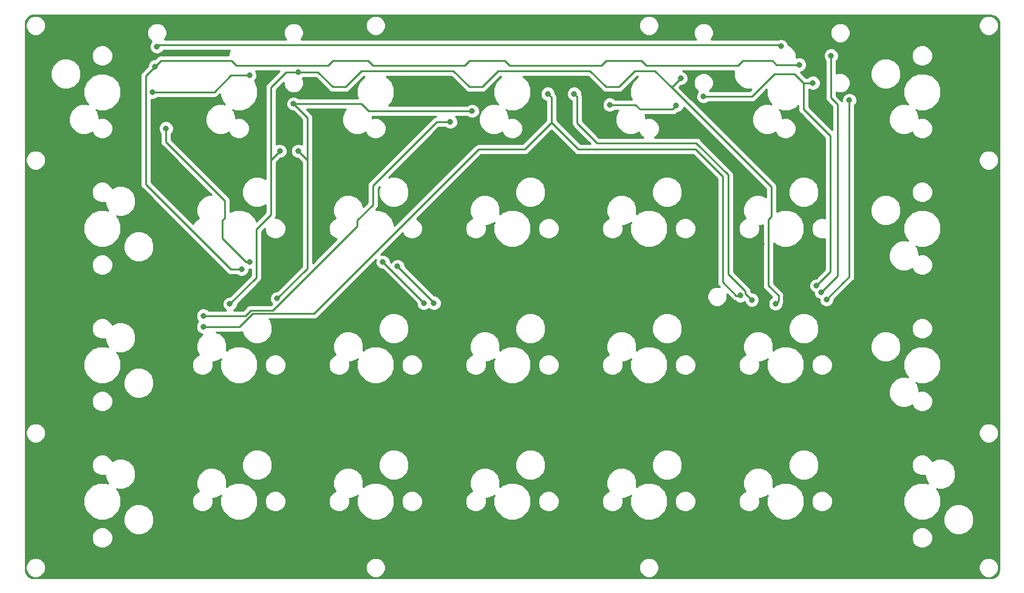
<source format=gtl>
G04 #@! TF.GenerationSoftware,KiCad,Pcbnew,5.0.1-33cea8e~68~ubuntu18.04.1*
G04 #@! TF.CreationDate,2018-10-28T16:56:34+09:00*
G04 #@! TF.ProjectId,modulo-ergo42,6D6F64756C6F2D6572676F34322E6B69,rev?*
G04 #@! TF.SameCoordinates,Original*
G04 #@! TF.FileFunction,Copper,L1,Top,Signal*
G04 #@! TF.FilePolarity,Positive*
%FSLAX46Y46*%
G04 Gerber Fmt 4.6, Leading zero omitted, Abs format (unit mm)*
G04 Created by KiCad (PCBNEW 5.0.1-33cea8e~68~ubuntu18.04.1) date 2018年10月28日 16時56分34秒*
%MOMM*%
%LPD*%
G01*
G04 APERTURE LIST*
G04 #@! TA.AperFunction,ViaPad*
%ADD10C,0.800000*%
G04 #@! TD*
G04 #@! TA.AperFunction,Conductor*
%ADD11C,0.250000*%
G04 #@! TD*
G04 #@! TA.AperFunction,Conductor*
%ADD12C,0.254000*%
G04 #@! TD*
G04 APERTURE END LIST*
D10*
G04 #@! TO.N,3V3*
X92710000Y-47371000D03*
X117602000Y-48387000D03*
X136779000Y-47498000D03*
X165608000Y-72771000D03*
X90424000Y-74549000D03*
X73025000Y-45720000D03*
X93345000Y-53975000D03*
X86581099Y-43401099D03*
X149860000Y-46355000D03*
X146050000Y-47625000D03*
X165100000Y-44450000D03*
G04 #@! TO.N,GND*
X157988000Y-66929000D03*
X89535000Y-73660000D03*
X60325000Y-73660000D03*
X123190000Y-69215000D03*
X185420000Y-74295000D03*
X123190000Y-109220000D03*
X109982000Y-55499000D03*
X86995000Y-53721000D03*
X100330000Y-58420000D03*
G04 #@! TO.N,INT*
X93345000Y-42926000D03*
X159893000Y-75311000D03*
X83820000Y-75311000D03*
X90805000Y-53975000D03*
X146685000Y-43815000D03*
G04 #@! TO.N,A1*
X131826000Y-45974000D03*
X156591000Y-74755000D03*
X80137000Y-76962000D03*
X114554000Y-49911000D03*
G04 #@! TO.N,A2*
X128143000Y-45974000D03*
X154976153Y-74141153D03*
X80137000Y-78486000D03*
G04 #@! TO.N,R3C3*
X105156000Y-69469000D03*
X110871000Y-75184000D03*
G04 #@! TO.N,R4C3*
X107188000Y-70055000D03*
X112268000Y-75184000D03*
G04 #@! TO.N,SCL*
X166243000Y-73660000D03*
X86614000Y-69469000D03*
X74930000Y-50800000D03*
X73660000Y-39370000D03*
X167640000Y-40640000D03*
X160641137Y-39342274D03*
G04 #@! TO.N,SDA*
X167005000Y-74676000D03*
X170180000Y-46863000D03*
X85471000Y-70485000D03*
X73406000Y-42164000D03*
X163195000Y-41910000D03*
G04 #@! TD*
D11*
G04 #@! TO.N,3V3*
X83976927Y-43401099D02*
X86581099Y-43401099D01*
X74930000Y-45720000D02*
X81658026Y-45720000D01*
X81658026Y-45720000D02*
X83976927Y-43401099D01*
X103158002Y-48387000D02*
X117602000Y-48387000D01*
X92710000Y-47371000D02*
X102142002Y-47371000D01*
X102142002Y-47371000D02*
X103158002Y-48387000D01*
X136779000Y-47498000D02*
X140369002Y-47498000D01*
X140369002Y-47498000D02*
X141004002Y-48133000D01*
X74930000Y-45720000D02*
X73025000Y-45720000D01*
X94615000Y-49276000D02*
X92710000Y-47371000D01*
X90424000Y-74549000D02*
X94615000Y-70358000D01*
X94615000Y-55245000D02*
X93345000Y-53975000D01*
X94615000Y-55245000D02*
X94615000Y-49276000D01*
X94615000Y-70358000D02*
X94615000Y-55245000D01*
X141004002Y-48133000D02*
X145542000Y-48133000D01*
X145542000Y-48133000D02*
X146050000Y-47625000D01*
X156591000Y-46355000D02*
X149860000Y-46355000D01*
X159766000Y-43180000D02*
X156591000Y-46355000D01*
X167545901Y-70833099D02*
X167545901Y-51848901D01*
X167545901Y-51848901D02*
X163830000Y-48133000D01*
X165608000Y-72771000D02*
X167545901Y-70833099D01*
X163830000Y-48133000D02*
X163830000Y-44450000D01*
X163830000Y-44450000D02*
X162560000Y-43180000D01*
X162560000Y-43180000D02*
X159766000Y-43180000D01*
X165100000Y-44450000D02*
X163830000Y-44450000D01*
G04 #@! TO.N,INT*
X87503000Y-71628000D02*
X83820000Y-75311000D01*
X87503000Y-64897000D02*
X87503000Y-71628000D01*
X93345000Y-42926000D02*
X91694000Y-42926000D01*
X89535000Y-62865000D02*
X87503000Y-64897000D01*
X91694000Y-42926000D02*
X89535000Y-45085000D01*
X89535000Y-55245000D02*
X90805000Y-53975000D01*
X89535000Y-55245000D02*
X89535000Y-62865000D01*
X89535000Y-45085000D02*
X89535000Y-55245000D01*
X98183999Y-45005001D02*
X96104998Y-42926000D01*
X102179002Y-42762000D02*
X99936001Y-45005001D01*
X159305001Y-63106001D02*
X159305001Y-58975001D01*
X96104998Y-42926000D02*
X93345000Y-42926000D01*
X160292999Y-74911001D02*
X160292999Y-74149001D01*
X99936001Y-45005001D02*
X98183999Y-45005001D01*
X134040998Y-42762000D02*
X121229002Y-42762000D01*
X158877000Y-63534002D02*
X159305001Y-63106001D01*
X159893000Y-75311000D02*
X160292999Y-74911001D01*
X158877000Y-72733002D02*
X158877000Y-63534002D01*
X160292999Y-74149001D02*
X158877000Y-72733002D01*
X114990998Y-42762000D02*
X102179002Y-42762000D01*
X143092000Y-42762000D02*
X140279002Y-42762000D01*
X121229002Y-42762000D02*
X118986001Y-45005001D01*
X140279002Y-42762000D02*
X138036001Y-45005001D01*
X138036001Y-45005001D02*
X136283999Y-45005001D01*
X136283999Y-45005001D02*
X134040998Y-42762000D01*
X118986001Y-45005001D02*
X117233999Y-45005001D01*
X117233999Y-45005001D02*
X114990998Y-42762000D01*
X145415000Y-45085000D02*
X146685000Y-43815000D01*
X145415000Y-45085000D02*
X143092000Y-42762000D01*
X159305001Y-58975001D02*
X145415000Y-45085000D01*
G04 #@! TO.N,A1*
X132225999Y-46373999D02*
X131826000Y-45974000D01*
X132225999Y-50056999D02*
X132225999Y-46373999D01*
X155701154Y-73865154D02*
X155701154Y-73532154D01*
X153289000Y-57277000D02*
X148844000Y-52832000D01*
X156591000Y-74755000D02*
X155701154Y-73865154D01*
X155701154Y-73532154D02*
X153289000Y-71120000D01*
X153289000Y-71120000D02*
X153289000Y-57277000D01*
X135001000Y-52832000D02*
X132225999Y-50056999D01*
X148844000Y-52832000D02*
X135001000Y-52832000D01*
X112649000Y-49911000D02*
X114554000Y-49911000D01*
X103759000Y-61502002D02*
X103759000Y-58801000D01*
X103759000Y-58801000D02*
X112649000Y-49911000D01*
X101600000Y-63661002D02*
X103759000Y-61502002D01*
X80137000Y-76962000D02*
X85979000Y-76962000D01*
X85979000Y-76962000D02*
X86741000Y-76200000D01*
X86741000Y-76200000D02*
X89846002Y-76200000D01*
X89846002Y-76200000D02*
X101600000Y-64446002D01*
X101600000Y-64446002D02*
X101600000Y-63661002D01*
G04 #@! TO.N,A2*
X128542999Y-46373999D02*
X128143000Y-45974000D01*
X128651000Y-46482000D02*
X128542999Y-46373999D01*
X128651000Y-49975172D02*
X128651000Y-46482000D01*
X154432000Y-74168000D02*
X152527000Y-72263000D01*
X132396828Y-53721000D02*
X128651000Y-49975172D01*
X152527000Y-72263000D02*
X152527000Y-57531000D01*
X152527000Y-57531000D02*
X148717000Y-53721000D01*
X148717000Y-53721000D02*
X132396828Y-53721000D01*
X154949306Y-74168000D02*
X154432000Y-74168000D01*
X154976153Y-74141153D02*
X154949306Y-74168000D01*
X124905172Y-53721000D02*
X128651000Y-49975172D01*
X95599656Y-76650010D02*
X118528666Y-53721000D01*
X118528666Y-53721000D02*
X124905172Y-53721000D01*
X87018988Y-76650010D02*
X95599656Y-76650010D01*
X80137000Y-78486000D02*
X85182998Y-78486000D01*
X85182998Y-78486000D02*
X87018988Y-76650010D01*
G04 #@! TO.N,R3C3*
X105156000Y-69469000D02*
X110871000Y-75184000D01*
G04 #@! TO.N,R4C3*
X107188000Y-70055000D02*
X112268000Y-75135000D01*
X112268000Y-75135000D02*
X112268000Y-75184000D01*
G04 #@! TO.N,SCL*
X166243000Y-73660000D02*
X168529000Y-71374000D01*
X83105001Y-63323025D02*
X83105001Y-60880001D01*
X82771099Y-63656927D02*
X83105001Y-63323025D01*
X82771099Y-66191784D02*
X82771099Y-63656927D01*
X86614000Y-69469000D02*
X86048315Y-69469000D01*
X86048315Y-69469000D02*
X82771099Y-66191784D01*
X83105001Y-60880001D02*
X79629000Y-57404000D01*
X79629000Y-57404000D02*
X76708000Y-54483000D01*
X76708000Y-54483000D02*
X74930000Y-52705000D01*
X74930000Y-52705000D02*
X74930000Y-50800000D01*
X168529000Y-71374000D02*
X168529000Y-47879000D01*
X167640000Y-46551998D02*
X167640000Y-40640000D01*
X168529000Y-47879000D02*
X168529000Y-47440998D01*
X168529000Y-47440998D02*
X167640000Y-46551998D01*
X73660000Y-39370000D02*
X73914000Y-39116000D01*
X160414863Y-39116000D02*
X160641137Y-39342274D01*
X73914000Y-39116000D02*
X160414863Y-39116000D01*
G04 #@! TO.N,SDA*
X167005000Y-74676000D02*
X169418000Y-72263000D01*
X169418000Y-72263000D02*
X170053000Y-71628000D01*
X170053000Y-71628000D02*
X170180000Y-71501000D01*
X170180000Y-71501000D02*
X170180000Y-46863000D01*
X83984666Y-70485000D02*
X85471000Y-70485000D01*
X72136000Y-58636334D02*
X83984666Y-70485000D01*
X72136000Y-43434000D02*
X72136000Y-58636334D01*
X73406000Y-42164000D02*
X72136000Y-43434000D01*
X84064665Y-41354999D02*
X74215001Y-41354999D01*
X84746666Y-42037000D02*
X84064665Y-41354999D01*
X97501998Y-42037000D02*
X84746666Y-42037000D01*
X141896666Y-42037000D02*
X141214665Y-41354999D01*
X155333999Y-41354999D02*
X154651998Y-42037000D01*
X154651998Y-42037000D02*
X141896666Y-42037000D01*
X163195000Y-41910000D02*
X160020000Y-41910000D01*
X159464999Y-41354999D02*
X155333999Y-41354999D01*
X160020000Y-41910000D02*
X159464999Y-41354999D01*
X103114665Y-41354999D02*
X98183999Y-41354999D01*
X141214665Y-41354999D02*
X136283999Y-41354999D01*
X74215001Y-41354999D02*
X73406000Y-42164000D01*
X136283999Y-41354999D02*
X135601998Y-42037000D01*
X122846666Y-42037000D02*
X122164665Y-41354999D01*
X122164665Y-41354999D02*
X117233999Y-41354999D01*
X116551998Y-42037000D02*
X103796666Y-42037000D01*
X135601998Y-42037000D02*
X122846666Y-42037000D01*
X103796666Y-42037000D02*
X103114665Y-41354999D01*
X117233999Y-41354999D02*
X116551998Y-42037000D01*
X98183999Y-41354999D02*
X97501998Y-42037000D01*
G04 #@! TD*
D12*
G04 #@! TO.N,GND*
G36*
X190198364Y-35054985D02*
X190504928Y-35194372D01*
X190760050Y-35414199D01*
X190943218Y-35696792D01*
X191046743Y-36042959D01*
X191060000Y-36221350D01*
X191060001Y-112344413D01*
X191005015Y-112728364D01*
X190865628Y-113034928D01*
X190645804Y-113290047D01*
X190363207Y-113473218D01*
X190017043Y-113576743D01*
X189838649Y-113590000D01*
X56565580Y-113590000D01*
X56181636Y-113535015D01*
X55875072Y-113395628D01*
X55619953Y-113175804D01*
X55436782Y-112893207D01*
X55333257Y-112547043D01*
X55320000Y-112368649D01*
X55320000Y-111863119D01*
X55372000Y-111863119D01*
X55372000Y-112418881D01*
X55584680Y-112932337D01*
X55977663Y-113325320D01*
X56491119Y-113538000D01*
X57046881Y-113538000D01*
X57560337Y-113325320D01*
X57953320Y-112932337D01*
X58166000Y-112418881D01*
X58166000Y-111863119D01*
X102743000Y-111863119D01*
X102743000Y-112418881D01*
X102955680Y-112932337D01*
X103348663Y-113325320D01*
X103862119Y-113538000D01*
X104417881Y-113538000D01*
X104931337Y-113325320D01*
X105324320Y-112932337D01*
X105537000Y-112418881D01*
X105537000Y-111863119D01*
X140843000Y-111863119D01*
X140843000Y-112418881D01*
X141055680Y-112932337D01*
X141448663Y-113325320D01*
X141962119Y-113538000D01*
X142517881Y-113538000D01*
X143031337Y-113325320D01*
X143424320Y-112932337D01*
X143637000Y-112418881D01*
X143637000Y-111863119D01*
X188214000Y-111863119D01*
X188214000Y-112418881D01*
X188426680Y-112932337D01*
X188819663Y-113325320D01*
X189333119Y-113538000D01*
X189888881Y-113538000D01*
X190402337Y-113325320D01*
X190795320Y-112932337D01*
X191008000Y-112418881D01*
X191008000Y-111863119D01*
X190795320Y-111349663D01*
X190402337Y-110956680D01*
X189888881Y-110744000D01*
X189333119Y-110744000D01*
X188819663Y-110956680D01*
X188426680Y-111349663D01*
X188214000Y-111863119D01*
X143637000Y-111863119D01*
X143424320Y-111349663D01*
X143031337Y-110956680D01*
X142517881Y-110744000D01*
X141962119Y-110744000D01*
X141448663Y-110956680D01*
X141055680Y-111349663D01*
X140843000Y-111863119D01*
X105537000Y-111863119D01*
X105324320Y-111349663D01*
X104931337Y-110956680D01*
X104417881Y-110744000D01*
X103862119Y-110744000D01*
X103348663Y-110956680D01*
X102955680Y-111349663D01*
X102743000Y-111863119D01*
X58166000Y-111863119D01*
X57953320Y-111349663D01*
X57560337Y-110956680D01*
X57046881Y-110744000D01*
X56491119Y-110744000D01*
X55977663Y-110956680D01*
X55584680Y-111349663D01*
X55372000Y-111863119D01*
X55320000Y-111863119D01*
X55320000Y-107654436D01*
X64554100Y-107654436D01*
X64554100Y-108245564D01*
X64780314Y-108791695D01*
X65198305Y-109209686D01*
X65744436Y-109435900D01*
X66335564Y-109435900D01*
X66881695Y-109209686D01*
X67299686Y-108791695D01*
X67525900Y-108245564D01*
X67525900Y-107654436D01*
X178854100Y-107654436D01*
X178854100Y-108245564D01*
X179080314Y-108791695D01*
X179498305Y-109209686D01*
X180044436Y-109435900D01*
X180635564Y-109435900D01*
X181181695Y-109209686D01*
X181599686Y-108791695D01*
X181825900Y-108245564D01*
X181825900Y-107654436D01*
X181599686Y-107108305D01*
X181181695Y-106690314D01*
X180635564Y-106464100D01*
X180044436Y-106464100D01*
X179498305Y-106690314D01*
X179080314Y-107108305D01*
X178854100Y-107654436D01*
X67525900Y-107654436D01*
X67299686Y-107108305D01*
X66881695Y-106690314D01*
X66335564Y-106464100D01*
X65744436Y-106464100D01*
X65198305Y-106690314D01*
X64780314Y-107108305D01*
X64554100Y-107654436D01*
X55320000Y-107654436D01*
X55320000Y-102347079D01*
X63411100Y-102347079D01*
X63411100Y-103392921D01*
X63811326Y-104359152D01*
X64550848Y-105098674D01*
X65517079Y-105498900D01*
X66562921Y-105498900D01*
X67529152Y-105098674D01*
X67642504Y-104985322D01*
X68985000Y-104985322D01*
X68985000Y-105834678D01*
X69310034Y-106619380D01*
X69910620Y-107219966D01*
X70695322Y-107545000D01*
X71544678Y-107545000D01*
X72329380Y-107219966D01*
X72929966Y-106619380D01*
X73255000Y-105834678D01*
X73255000Y-104985322D01*
X72929966Y-104200620D01*
X72329380Y-103600034D01*
X71544678Y-103275000D01*
X70695322Y-103275000D01*
X69910620Y-103600034D01*
X69310034Y-104200620D01*
X68985000Y-104985322D01*
X67642504Y-104985322D01*
X68268674Y-104359152D01*
X68668900Y-103392921D01*
X68668900Y-102574436D01*
X78524100Y-102574436D01*
X78524100Y-103165564D01*
X78750314Y-103711695D01*
X79168305Y-104129686D01*
X79714436Y-104355900D01*
X80305564Y-104355900D01*
X80851695Y-104129686D01*
X81269686Y-103711695D01*
X81495900Y-103165564D01*
X81495900Y-102574436D01*
X81450570Y-102465000D01*
X81704678Y-102465000D01*
X82489380Y-102139966D01*
X82587554Y-102041792D01*
X82461100Y-102347079D01*
X82461100Y-103392921D01*
X82861326Y-104359152D01*
X83600848Y-105098674D01*
X84567079Y-105498900D01*
X85612921Y-105498900D01*
X86579152Y-105098674D01*
X87318674Y-104359152D01*
X87718900Y-103392921D01*
X87718900Y-102574436D01*
X88684100Y-102574436D01*
X88684100Y-103165564D01*
X88910314Y-103711695D01*
X89328305Y-104129686D01*
X89874436Y-104355900D01*
X90465564Y-104355900D01*
X91011695Y-104129686D01*
X91429686Y-103711695D01*
X91655900Y-103165564D01*
X91655900Y-102574436D01*
X97574100Y-102574436D01*
X97574100Y-103165564D01*
X97800314Y-103711695D01*
X98218305Y-104129686D01*
X98764436Y-104355900D01*
X99355564Y-104355900D01*
X99901695Y-104129686D01*
X100319686Y-103711695D01*
X100545900Y-103165564D01*
X100545900Y-102574436D01*
X100500570Y-102465000D01*
X100754678Y-102465000D01*
X101539380Y-102139966D01*
X101637554Y-102041792D01*
X101511100Y-102347079D01*
X101511100Y-103392921D01*
X101911326Y-104359152D01*
X102650848Y-105098674D01*
X103617079Y-105498900D01*
X104662921Y-105498900D01*
X105629152Y-105098674D01*
X106368674Y-104359152D01*
X106768900Y-103392921D01*
X106768900Y-102574436D01*
X107734100Y-102574436D01*
X107734100Y-103165564D01*
X107960314Y-103711695D01*
X108378305Y-104129686D01*
X108924436Y-104355900D01*
X109515564Y-104355900D01*
X110061695Y-104129686D01*
X110479686Y-103711695D01*
X110705900Y-103165564D01*
X110705900Y-102574436D01*
X116624100Y-102574436D01*
X116624100Y-103165564D01*
X116850314Y-103711695D01*
X117268305Y-104129686D01*
X117814436Y-104355900D01*
X118405564Y-104355900D01*
X118951695Y-104129686D01*
X119369686Y-103711695D01*
X119595900Y-103165564D01*
X119595900Y-102574436D01*
X119550570Y-102465000D01*
X119804678Y-102465000D01*
X120589380Y-102139966D01*
X120687554Y-102041792D01*
X120561100Y-102347079D01*
X120561100Y-103392921D01*
X120961326Y-104359152D01*
X121700848Y-105098674D01*
X122667079Y-105498900D01*
X123712921Y-105498900D01*
X124679152Y-105098674D01*
X125418674Y-104359152D01*
X125818900Y-103392921D01*
X125818900Y-102574436D01*
X126784100Y-102574436D01*
X126784100Y-103165564D01*
X127010314Y-103711695D01*
X127428305Y-104129686D01*
X127974436Y-104355900D01*
X128565564Y-104355900D01*
X129111695Y-104129686D01*
X129529686Y-103711695D01*
X129755900Y-103165564D01*
X129755900Y-102574436D01*
X135674100Y-102574436D01*
X135674100Y-103165564D01*
X135900314Y-103711695D01*
X136318305Y-104129686D01*
X136864436Y-104355900D01*
X137455564Y-104355900D01*
X138001695Y-104129686D01*
X138419686Y-103711695D01*
X138645900Y-103165564D01*
X138645900Y-102574436D01*
X138600570Y-102465000D01*
X138854678Y-102465000D01*
X139639380Y-102139966D01*
X139737554Y-102041792D01*
X139611100Y-102347079D01*
X139611100Y-103392921D01*
X140011326Y-104359152D01*
X140750848Y-105098674D01*
X141717079Y-105498900D01*
X142762921Y-105498900D01*
X143729152Y-105098674D01*
X144468674Y-104359152D01*
X144868900Y-103392921D01*
X144868900Y-102574436D01*
X145834100Y-102574436D01*
X145834100Y-103165564D01*
X146060314Y-103711695D01*
X146478305Y-104129686D01*
X147024436Y-104355900D01*
X147615564Y-104355900D01*
X148161695Y-104129686D01*
X148579686Y-103711695D01*
X148805900Y-103165564D01*
X148805900Y-102574436D01*
X154724100Y-102574436D01*
X154724100Y-103165564D01*
X154950314Y-103711695D01*
X155368305Y-104129686D01*
X155914436Y-104355900D01*
X156505564Y-104355900D01*
X157051695Y-104129686D01*
X157469686Y-103711695D01*
X157695900Y-103165564D01*
X157695900Y-102574436D01*
X157650570Y-102465000D01*
X157904678Y-102465000D01*
X158689380Y-102139966D01*
X158787554Y-102041792D01*
X158661100Y-102347079D01*
X158661100Y-103392921D01*
X159061326Y-104359152D01*
X159800848Y-105098674D01*
X160767079Y-105498900D01*
X161812921Y-105498900D01*
X162779152Y-105098674D01*
X163518674Y-104359152D01*
X163918900Y-103392921D01*
X163918900Y-102574436D01*
X164884100Y-102574436D01*
X164884100Y-103165564D01*
X165110314Y-103711695D01*
X165528305Y-104129686D01*
X166074436Y-104355900D01*
X166665564Y-104355900D01*
X167211695Y-104129686D01*
X167629686Y-103711695D01*
X167855900Y-103165564D01*
X167855900Y-102574436D01*
X167761727Y-102347079D01*
X177711100Y-102347079D01*
X177711100Y-103392921D01*
X178111326Y-104359152D01*
X178850848Y-105098674D01*
X179817079Y-105498900D01*
X180862921Y-105498900D01*
X181829152Y-105098674D01*
X181942504Y-104985322D01*
X183285000Y-104985322D01*
X183285000Y-105834678D01*
X183610034Y-106619380D01*
X184210620Y-107219966D01*
X184995322Y-107545000D01*
X185844678Y-107545000D01*
X186629380Y-107219966D01*
X187229966Y-106619380D01*
X187555000Y-105834678D01*
X187555000Y-104985322D01*
X187229966Y-104200620D01*
X186629380Y-103600034D01*
X185844678Y-103275000D01*
X184995322Y-103275000D01*
X184210620Y-103600034D01*
X183610034Y-104200620D01*
X183285000Y-104985322D01*
X181942504Y-104985322D01*
X182568674Y-104359152D01*
X182968900Y-103392921D01*
X182968900Y-102347079D01*
X182568674Y-101380848D01*
X182331564Y-101143738D01*
X182455322Y-101195000D01*
X183304678Y-101195000D01*
X184089380Y-100869966D01*
X184689966Y-100269380D01*
X185015000Y-99484678D01*
X185015000Y-98635322D01*
X184689966Y-97850620D01*
X184089380Y-97250034D01*
X183304678Y-96925000D01*
X182455322Y-96925000D01*
X181716751Y-97230926D01*
X181599686Y-96948305D01*
X181181695Y-96530314D01*
X180635564Y-96304100D01*
X180044436Y-96304100D01*
X179498305Y-96530314D01*
X179080314Y-96948305D01*
X178854100Y-97494436D01*
X178854100Y-98085564D01*
X179080314Y-98631695D01*
X179498305Y-99049686D01*
X180044436Y-99275900D01*
X180635564Y-99275900D01*
X180745000Y-99230570D01*
X180745000Y-99484678D01*
X181070034Y-100269380D01*
X181168208Y-100367554D01*
X180862921Y-100241100D01*
X179817079Y-100241100D01*
X178850848Y-100641326D01*
X178111326Y-101380848D01*
X177711100Y-102347079D01*
X167761727Y-102347079D01*
X167629686Y-102028305D01*
X167211695Y-101610314D01*
X166665564Y-101384100D01*
X166074436Y-101384100D01*
X165528305Y-101610314D01*
X165110314Y-102028305D01*
X164884100Y-102574436D01*
X163918900Y-102574436D01*
X163918900Y-102347079D01*
X163518674Y-101380848D01*
X162779152Y-100641326D01*
X161812921Y-100241100D01*
X160767079Y-100241100D01*
X159800848Y-100641326D01*
X159563738Y-100878436D01*
X159615000Y-100754678D01*
X159615000Y-99905322D01*
X159289966Y-99120620D01*
X158689380Y-98520034D01*
X157904678Y-98195000D01*
X157055322Y-98195000D01*
X156270620Y-98520034D01*
X155670034Y-99120620D01*
X155345000Y-99905322D01*
X155345000Y-100754678D01*
X155650926Y-101493249D01*
X155368305Y-101610314D01*
X154950314Y-102028305D01*
X154724100Y-102574436D01*
X148805900Y-102574436D01*
X148579686Y-102028305D01*
X148161695Y-101610314D01*
X147615564Y-101384100D01*
X147024436Y-101384100D01*
X146478305Y-101610314D01*
X146060314Y-102028305D01*
X145834100Y-102574436D01*
X144868900Y-102574436D01*
X144868900Y-102347079D01*
X144468674Y-101380848D01*
X143729152Y-100641326D01*
X142762921Y-100241100D01*
X141717079Y-100241100D01*
X140750848Y-100641326D01*
X140513738Y-100878436D01*
X140565000Y-100754678D01*
X140565000Y-99905322D01*
X140239966Y-99120620D01*
X139639380Y-98520034D01*
X138854678Y-98195000D01*
X138005322Y-98195000D01*
X137220620Y-98520034D01*
X136620034Y-99120620D01*
X136295000Y-99905322D01*
X136295000Y-100754678D01*
X136600926Y-101493249D01*
X136318305Y-101610314D01*
X135900314Y-102028305D01*
X135674100Y-102574436D01*
X129755900Y-102574436D01*
X129529686Y-102028305D01*
X129111695Y-101610314D01*
X128565564Y-101384100D01*
X127974436Y-101384100D01*
X127428305Y-101610314D01*
X127010314Y-102028305D01*
X126784100Y-102574436D01*
X125818900Y-102574436D01*
X125818900Y-102347079D01*
X125418674Y-101380848D01*
X124679152Y-100641326D01*
X123712921Y-100241100D01*
X122667079Y-100241100D01*
X121700848Y-100641326D01*
X121463738Y-100878436D01*
X121515000Y-100754678D01*
X121515000Y-99905322D01*
X121189966Y-99120620D01*
X120589380Y-98520034D01*
X119804678Y-98195000D01*
X118955322Y-98195000D01*
X118170620Y-98520034D01*
X117570034Y-99120620D01*
X117245000Y-99905322D01*
X117245000Y-100754678D01*
X117550926Y-101493249D01*
X117268305Y-101610314D01*
X116850314Y-102028305D01*
X116624100Y-102574436D01*
X110705900Y-102574436D01*
X110479686Y-102028305D01*
X110061695Y-101610314D01*
X109515564Y-101384100D01*
X108924436Y-101384100D01*
X108378305Y-101610314D01*
X107960314Y-102028305D01*
X107734100Y-102574436D01*
X106768900Y-102574436D01*
X106768900Y-102347079D01*
X106368674Y-101380848D01*
X105629152Y-100641326D01*
X104662921Y-100241100D01*
X103617079Y-100241100D01*
X102650848Y-100641326D01*
X102413738Y-100878436D01*
X102465000Y-100754678D01*
X102465000Y-99905322D01*
X102139966Y-99120620D01*
X101539380Y-98520034D01*
X100754678Y-98195000D01*
X99905322Y-98195000D01*
X99120620Y-98520034D01*
X98520034Y-99120620D01*
X98195000Y-99905322D01*
X98195000Y-100754678D01*
X98500926Y-101493249D01*
X98218305Y-101610314D01*
X97800314Y-102028305D01*
X97574100Y-102574436D01*
X91655900Y-102574436D01*
X91429686Y-102028305D01*
X91011695Y-101610314D01*
X90465564Y-101384100D01*
X89874436Y-101384100D01*
X89328305Y-101610314D01*
X88910314Y-102028305D01*
X88684100Y-102574436D01*
X87718900Y-102574436D01*
X87718900Y-102347079D01*
X87318674Y-101380848D01*
X86579152Y-100641326D01*
X85612921Y-100241100D01*
X84567079Y-100241100D01*
X83600848Y-100641326D01*
X83363738Y-100878436D01*
X83415000Y-100754678D01*
X83415000Y-99905322D01*
X83089966Y-99120620D01*
X82489380Y-98520034D01*
X81704678Y-98195000D01*
X80855322Y-98195000D01*
X80070620Y-98520034D01*
X79470034Y-99120620D01*
X79145000Y-99905322D01*
X79145000Y-100754678D01*
X79450926Y-101493249D01*
X79168305Y-101610314D01*
X78750314Y-102028305D01*
X78524100Y-102574436D01*
X68668900Y-102574436D01*
X68668900Y-102347079D01*
X68268674Y-101380848D01*
X68031564Y-101143738D01*
X68155322Y-101195000D01*
X69004678Y-101195000D01*
X69789380Y-100869966D01*
X70389966Y-100269380D01*
X70715000Y-99484678D01*
X70715000Y-98635322D01*
X70389966Y-97850620D01*
X69904668Y-97365322D01*
X85495000Y-97365322D01*
X85495000Y-98214678D01*
X85820034Y-98999380D01*
X86420620Y-99599966D01*
X87205322Y-99925000D01*
X88054678Y-99925000D01*
X88839380Y-99599966D01*
X89439966Y-98999380D01*
X89765000Y-98214678D01*
X89765000Y-97365322D01*
X104545000Y-97365322D01*
X104545000Y-98214678D01*
X104870034Y-98999380D01*
X105470620Y-99599966D01*
X106255322Y-99925000D01*
X107104678Y-99925000D01*
X107889380Y-99599966D01*
X108489966Y-98999380D01*
X108815000Y-98214678D01*
X108815000Y-97365322D01*
X123595000Y-97365322D01*
X123595000Y-98214678D01*
X123920034Y-98999380D01*
X124520620Y-99599966D01*
X125305322Y-99925000D01*
X126154678Y-99925000D01*
X126939380Y-99599966D01*
X127539966Y-98999380D01*
X127865000Y-98214678D01*
X127865000Y-97365322D01*
X142645000Y-97365322D01*
X142645000Y-98214678D01*
X142970034Y-98999380D01*
X143570620Y-99599966D01*
X144355322Y-99925000D01*
X145204678Y-99925000D01*
X145989380Y-99599966D01*
X146589966Y-98999380D01*
X146915000Y-98214678D01*
X146915000Y-97365322D01*
X161695000Y-97365322D01*
X161695000Y-98214678D01*
X162020034Y-98999380D01*
X162620620Y-99599966D01*
X163405322Y-99925000D01*
X164254678Y-99925000D01*
X165039380Y-99599966D01*
X165639966Y-98999380D01*
X165965000Y-98214678D01*
X165965000Y-97365322D01*
X165639966Y-96580620D01*
X165039380Y-95980034D01*
X164254678Y-95655000D01*
X163405322Y-95655000D01*
X162620620Y-95980034D01*
X162020034Y-96580620D01*
X161695000Y-97365322D01*
X146915000Y-97365322D01*
X146589966Y-96580620D01*
X145989380Y-95980034D01*
X145204678Y-95655000D01*
X144355322Y-95655000D01*
X143570620Y-95980034D01*
X142970034Y-96580620D01*
X142645000Y-97365322D01*
X127865000Y-97365322D01*
X127539966Y-96580620D01*
X126939380Y-95980034D01*
X126154678Y-95655000D01*
X125305322Y-95655000D01*
X124520620Y-95980034D01*
X123920034Y-96580620D01*
X123595000Y-97365322D01*
X108815000Y-97365322D01*
X108489966Y-96580620D01*
X107889380Y-95980034D01*
X107104678Y-95655000D01*
X106255322Y-95655000D01*
X105470620Y-95980034D01*
X104870034Y-96580620D01*
X104545000Y-97365322D01*
X89765000Y-97365322D01*
X89439966Y-96580620D01*
X88839380Y-95980034D01*
X88054678Y-95655000D01*
X87205322Y-95655000D01*
X86420620Y-95980034D01*
X85820034Y-96580620D01*
X85495000Y-97365322D01*
X69904668Y-97365322D01*
X69789380Y-97250034D01*
X69004678Y-96925000D01*
X68155322Y-96925000D01*
X67416751Y-97230926D01*
X67299686Y-96948305D01*
X66881695Y-96530314D01*
X66335564Y-96304100D01*
X65744436Y-96304100D01*
X65198305Y-96530314D01*
X64780314Y-96948305D01*
X64554100Y-97494436D01*
X64554100Y-98085564D01*
X64780314Y-98631695D01*
X65198305Y-99049686D01*
X65744436Y-99275900D01*
X66335564Y-99275900D01*
X66445000Y-99230570D01*
X66445000Y-99484678D01*
X66770034Y-100269380D01*
X66868208Y-100367554D01*
X66562921Y-100241100D01*
X65517079Y-100241100D01*
X64550848Y-100641326D01*
X63811326Y-101380848D01*
X63411100Y-102347079D01*
X55320000Y-102347079D01*
X55320000Y-93067119D01*
X55372000Y-93067119D01*
X55372000Y-93622881D01*
X55584680Y-94136337D01*
X55977663Y-94529320D01*
X56491119Y-94742000D01*
X57046881Y-94742000D01*
X57560337Y-94529320D01*
X57953320Y-94136337D01*
X58166000Y-93622881D01*
X58166000Y-93067119D01*
X188214000Y-93067119D01*
X188214000Y-93622881D01*
X188426680Y-94136337D01*
X188819663Y-94529320D01*
X189333119Y-94742000D01*
X189888881Y-94742000D01*
X190402337Y-94529320D01*
X190795320Y-94136337D01*
X191008000Y-93622881D01*
X191008000Y-93067119D01*
X190795320Y-92553663D01*
X190402337Y-92160680D01*
X189888881Y-91948000D01*
X189333119Y-91948000D01*
X188819663Y-92160680D01*
X188426680Y-92553663D01*
X188214000Y-93067119D01*
X58166000Y-93067119D01*
X57953320Y-92553663D01*
X57560337Y-92160680D01*
X57046881Y-91948000D01*
X56491119Y-91948000D01*
X55977663Y-92160680D01*
X55584680Y-92553663D01*
X55372000Y-93067119D01*
X55320000Y-93067119D01*
X55320000Y-88604436D01*
X64554100Y-88604436D01*
X64554100Y-89195564D01*
X64780314Y-89741695D01*
X65198305Y-90159686D01*
X65744436Y-90385900D01*
X66335564Y-90385900D01*
X66881695Y-90159686D01*
X67299686Y-89741695D01*
X67525900Y-89195564D01*
X67525900Y-88604436D01*
X67299686Y-88058305D01*
X66881695Y-87640314D01*
X66335564Y-87414100D01*
X65744436Y-87414100D01*
X65198305Y-87640314D01*
X64780314Y-88058305D01*
X64554100Y-88604436D01*
X55320000Y-88604436D01*
X55320000Y-83297079D01*
X63411100Y-83297079D01*
X63411100Y-84342921D01*
X63811326Y-85309152D01*
X64550848Y-86048674D01*
X65517079Y-86448900D01*
X66562921Y-86448900D01*
X67529152Y-86048674D01*
X67642504Y-85935322D01*
X68985000Y-85935322D01*
X68985000Y-86784678D01*
X69310034Y-87569380D01*
X69910620Y-88169966D01*
X70695322Y-88495000D01*
X71544678Y-88495000D01*
X72329380Y-88169966D01*
X72929966Y-87569380D01*
X73080763Y-87205322D01*
X175665000Y-87205322D01*
X175665000Y-88054678D01*
X175990034Y-88839380D01*
X176590620Y-89439966D01*
X177375322Y-89765000D01*
X178224678Y-89765000D01*
X178963249Y-89459074D01*
X179080314Y-89741695D01*
X179498305Y-90159686D01*
X180044436Y-90385900D01*
X180635564Y-90385900D01*
X181181695Y-90159686D01*
X181599686Y-89741695D01*
X181825900Y-89195564D01*
X181825900Y-88604436D01*
X181599686Y-88058305D01*
X181181695Y-87640314D01*
X180635564Y-87414100D01*
X180044436Y-87414100D01*
X179935000Y-87459430D01*
X179935000Y-87205322D01*
X179609966Y-86420620D01*
X179511792Y-86322446D01*
X179817079Y-86448900D01*
X180862921Y-86448900D01*
X181829152Y-86048674D01*
X182568674Y-85309152D01*
X182968900Y-84342921D01*
X182968900Y-83297079D01*
X182568674Y-82330848D01*
X181829152Y-81591326D01*
X180862921Y-81191100D01*
X179817079Y-81191100D01*
X178850848Y-81591326D01*
X178111326Y-82330848D01*
X177711100Y-83297079D01*
X177711100Y-84342921D01*
X178111326Y-85309152D01*
X178348436Y-85546262D01*
X178224678Y-85495000D01*
X177375322Y-85495000D01*
X176590620Y-85820034D01*
X175990034Y-86420620D01*
X175665000Y-87205322D01*
X73080763Y-87205322D01*
X73255000Y-86784678D01*
X73255000Y-85935322D01*
X72929966Y-85150620D01*
X72329380Y-84550034D01*
X71544678Y-84225000D01*
X70695322Y-84225000D01*
X69910620Y-84550034D01*
X69310034Y-85150620D01*
X68985000Y-85935322D01*
X67642504Y-85935322D01*
X68268674Y-85309152D01*
X68668900Y-84342921D01*
X68668900Y-83297079D01*
X68268674Y-82330848D01*
X68031564Y-82093738D01*
X68155322Y-82145000D01*
X69004678Y-82145000D01*
X69789380Y-81819966D01*
X70389966Y-81219380D01*
X70715000Y-80434678D01*
X70715000Y-79585322D01*
X70389966Y-78800620D01*
X69789380Y-78200034D01*
X69004678Y-77875000D01*
X68155322Y-77875000D01*
X67416751Y-78180926D01*
X67299686Y-77898305D01*
X66881695Y-77480314D01*
X66335564Y-77254100D01*
X65744436Y-77254100D01*
X65198305Y-77480314D01*
X64780314Y-77898305D01*
X64554100Y-78444436D01*
X64554100Y-79035564D01*
X64780314Y-79581695D01*
X65198305Y-79999686D01*
X65744436Y-80225900D01*
X66335564Y-80225900D01*
X66445000Y-80180570D01*
X66445000Y-80434678D01*
X66770034Y-81219380D01*
X66868208Y-81317554D01*
X66562921Y-81191100D01*
X65517079Y-81191100D01*
X64550848Y-81591326D01*
X63811326Y-82330848D01*
X63411100Y-83297079D01*
X55320000Y-83297079D01*
X55320000Y-69554436D01*
X64554100Y-69554436D01*
X64554100Y-70145564D01*
X64780314Y-70691695D01*
X65198305Y-71109686D01*
X65744436Y-71335900D01*
X66335564Y-71335900D01*
X66881695Y-71109686D01*
X67299686Y-70691695D01*
X67525900Y-70145564D01*
X67525900Y-69554436D01*
X67299686Y-69008305D01*
X66881695Y-68590314D01*
X66335564Y-68364100D01*
X65744436Y-68364100D01*
X65198305Y-68590314D01*
X64780314Y-69008305D01*
X64554100Y-69554436D01*
X55320000Y-69554436D01*
X55320000Y-64247079D01*
X63411100Y-64247079D01*
X63411100Y-65292921D01*
X63811326Y-66259152D01*
X64550848Y-66998674D01*
X65517079Y-67398900D01*
X66562921Y-67398900D01*
X67529152Y-66998674D01*
X67642504Y-66885322D01*
X68985000Y-66885322D01*
X68985000Y-67734678D01*
X69310034Y-68519380D01*
X69910620Y-69119966D01*
X70695322Y-69445000D01*
X71544678Y-69445000D01*
X72329380Y-69119966D01*
X72929966Y-68519380D01*
X73255000Y-67734678D01*
X73255000Y-66885322D01*
X72929966Y-66100620D01*
X72329380Y-65500034D01*
X71544678Y-65175000D01*
X70695322Y-65175000D01*
X69910620Y-65500034D01*
X69310034Y-66100620D01*
X68985000Y-66885322D01*
X67642504Y-66885322D01*
X68268674Y-66259152D01*
X68668900Y-65292921D01*
X68668900Y-64247079D01*
X68268674Y-63280848D01*
X68031564Y-63043738D01*
X68155322Y-63095000D01*
X69004678Y-63095000D01*
X69789380Y-62769966D01*
X70389966Y-62169380D01*
X70715000Y-61384678D01*
X70715000Y-60535322D01*
X70389966Y-59750620D01*
X69789380Y-59150034D01*
X69004678Y-58825000D01*
X68155322Y-58825000D01*
X67416751Y-59130926D01*
X67299686Y-58848305D01*
X66881695Y-58430314D01*
X66335564Y-58204100D01*
X65744436Y-58204100D01*
X65198305Y-58430314D01*
X64780314Y-58848305D01*
X64554100Y-59394436D01*
X64554100Y-59985564D01*
X64780314Y-60531695D01*
X65198305Y-60949686D01*
X65744436Y-61175900D01*
X66335564Y-61175900D01*
X66445000Y-61130570D01*
X66445000Y-61384678D01*
X66770034Y-62169380D01*
X66868208Y-62267554D01*
X66562921Y-62141100D01*
X65517079Y-62141100D01*
X64550848Y-62541326D01*
X63811326Y-63280848D01*
X63411100Y-64247079D01*
X55320000Y-64247079D01*
X55320000Y-54967119D01*
X55372000Y-54967119D01*
X55372000Y-55522881D01*
X55584680Y-56036337D01*
X55977663Y-56429320D01*
X56491119Y-56642000D01*
X57046881Y-56642000D01*
X57560337Y-56429320D01*
X57953320Y-56036337D01*
X58166000Y-55522881D01*
X58166000Y-54967119D01*
X57953320Y-54453663D01*
X57560337Y-54060680D01*
X57046881Y-53848000D01*
X56491119Y-53848000D01*
X55977663Y-54060680D01*
X55584680Y-54453663D01*
X55372000Y-54967119D01*
X55320000Y-54967119D01*
X55320000Y-49105322D01*
X61365000Y-49105322D01*
X61365000Y-49954678D01*
X61690034Y-50739380D01*
X62290620Y-51339966D01*
X63075322Y-51665000D01*
X63924678Y-51665000D01*
X64663249Y-51359074D01*
X64780314Y-51641695D01*
X65198305Y-52059686D01*
X65744436Y-52285900D01*
X66335564Y-52285900D01*
X66881695Y-52059686D01*
X67299686Y-51641695D01*
X67525900Y-51095564D01*
X67525900Y-50504436D01*
X67299686Y-49958305D01*
X66881695Y-49540314D01*
X66335564Y-49314100D01*
X65744436Y-49314100D01*
X65635000Y-49359430D01*
X65635000Y-49105322D01*
X65309966Y-48320620D01*
X65211792Y-48222446D01*
X65517079Y-48348900D01*
X66562921Y-48348900D01*
X67529152Y-47948674D01*
X68268674Y-47209152D01*
X68668900Y-46242921D01*
X68668900Y-45197079D01*
X68268674Y-44230848D01*
X67529152Y-43491326D01*
X67390755Y-43434000D01*
X71361112Y-43434000D01*
X71376000Y-43508847D01*
X71376001Y-58561482D01*
X71361112Y-58636334D01*
X71376001Y-58711186D01*
X71420097Y-58932871D01*
X71588072Y-59184263D01*
X71651528Y-59226663D01*
X83394337Y-70969473D01*
X83436737Y-71032929D01*
X83688129Y-71200904D01*
X83909814Y-71245000D01*
X83909818Y-71245000D01*
X83984665Y-71259888D01*
X84059512Y-71245000D01*
X84767289Y-71245000D01*
X84884720Y-71362431D01*
X85265126Y-71520000D01*
X85676874Y-71520000D01*
X86057280Y-71362431D01*
X86348431Y-71071280D01*
X86506000Y-70690874D01*
X86506000Y-70504000D01*
X86743001Y-70504000D01*
X86743001Y-71313197D01*
X83780199Y-74276000D01*
X83614126Y-74276000D01*
X83233720Y-74433569D01*
X82942569Y-74724720D01*
X82785000Y-75105126D01*
X82785000Y-75516874D01*
X82942569Y-75897280D01*
X83233720Y-76188431D01*
X83266479Y-76202000D01*
X80840711Y-76202000D01*
X80723280Y-76084569D01*
X80342874Y-75927000D01*
X79931126Y-75927000D01*
X79550720Y-76084569D01*
X79259569Y-76375720D01*
X79102000Y-76756126D01*
X79102000Y-77167874D01*
X79259569Y-77548280D01*
X79435289Y-77724000D01*
X79259569Y-77899720D01*
X79102000Y-78280126D01*
X79102000Y-78691874D01*
X79259569Y-79072280D01*
X79550720Y-79363431D01*
X79931126Y-79521000D01*
X80019654Y-79521000D01*
X79470034Y-80070620D01*
X79145000Y-80855322D01*
X79145000Y-81704678D01*
X79450926Y-82443249D01*
X79168305Y-82560314D01*
X78750314Y-82978305D01*
X78524100Y-83524436D01*
X78524100Y-84115564D01*
X78750314Y-84661695D01*
X79168305Y-85079686D01*
X79714436Y-85305900D01*
X80305564Y-85305900D01*
X80851695Y-85079686D01*
X81269686Y-84661695D01*
X81495900Y-84115564D01*
X81495900Y-83524436D01*
X81450570Y-83415000D01*
X81704678Y-83415000D01*
X82489380Y-83089966D01*
X82587554Y-82991792D01*
X82461100Y-83297079D01*
X82461100Y-84342921D01*
X82861326Y-85309152D01*
X83600848Y-86048674D01*
X84567079Y-86448900D01*
X85612921Y-86448900D01*
X86579152Y-86048674D01*
X87318674Y-85309152D01*
X87718900Y-84342921D01*
X87718900Y-83524436D01*
X88684100Y-83524436D01*
X88684100Y-84115564D01*
X88910314Y-84661695D01*
X89328305Y-85079686D01*
X89874436Y-85305900D01*
X90465564Y-85305900D01*
X91011695Y-85079686D01*
X91429686Y-84661695D01*
X91655900Y-84115564D01*
X91655900Y-83524436D01*
X97574100Y-83524436D01*
X97574100Y-84115564D01*
X97800314Y-84661695D01*
X98218305Y-85079686D01*
X98764436Y-85305900D01*
X99355564Y-85305900D01*
X99901695Y-85079686D01*
X100319686Y-84661695D01*
X100545900Y-84115564D01*
X100545900Y-83524436D01*
X100500570Y-83415000D01*
X100754678Y-83415000D01*
X101539380Y-83089966D01*
X101637554Y-82991792D01*
X101511100Y-83297079D01*
X101511100Y-84342921D01*
X101911326Y-85309152D01*
X102650848Y-86048674D01*
X103617079Y-86448900D01*
X104662921Y-86448900D01*
X105629152Y-86048674D01*
X106368674Y-85309152D01*
X106768900Y-84342921D01*
X106768900Y-83524436D01*
X107734100Y-83524436D01*
X107734100Y-84115564D01*
X107960314Y-84661695D01*
X108378305Y-85079686D01*
X108924436Y-85305900D01*
X109515564Y-85305900D01*
X110061695Y-85079686D01*
X110479686Y-84661695D01*
X110705900Y-84115564D01*
X110705900Y-83524436D01*
X116624100Y-83524436D01*
X116624100Y-84115564D01*
X116850314Y-84661695D01*
X117268305Y-85079686D01*
X117814436Y-85305900D01*
X118405564Y-85305900D01*
X118951695Y-85079686D01*
X119369686Y-84661695D01*
X119595900Y-84115564D01*
X119595900Y-83524436D01*
X119550570Y-83415000D01*
X119804678Y-83415000D01*
X120589380Y-83089966D01*
X120687554Y-82991792D01*
X120561100Y-83297079D01*
X120561100Y-84342921D01*
X120961326Y-85309152D01*
X121700848Y-86048674D01*
X122667079Y-86448900D01*
X123712921Y-86448900D01*
X124679152Y-86048674D01*
X125418674Y-85309152D01*
X125818900Y-84342921D01*
X125818900Y-83524436D01*
X126784100Y-83524436D01*
X126784100Y-84115564D01*
X127010314Y-84661695D01*
X127428305Y-85079686D01*
X127974436Y-85305900D01*
X128565564Y-85305900D01*
X129111695Y-85079686D01*
X129529686Y-84661695D01*
X129755900Y-84115564D01*
X129755900Y-83524436D01*
X135674100Y-83524436D01*
X135674100Y-84115564D01*
X135900314Y-84661695D01*
X136318305Y-85079686D01*
X136864436Y-85305900D01*
X137455564Y-85305900D01*
X138001695Y-85079686D01*
X138419686Y-84661695D01*
X138645900Y-84115564D01*
X138645900Y-83524436D01*
X138600570Y-83415000D01*
X138854678Y-83415000D01*
X139639380Y-83089966D01*
X139737554Y-82991792D01*
X139611100Y-83297079D01*
X139611100Y-84342921D01*
X140011326Y-85309152D01*
X140750848Y-86048674D01*
X141717079Y-86448900D01*
X142762921Y-86448900D01*
X143729152Y-86048674D01*
X144468674Y-85309152D01*
X144868900Y-84342921D01*
X144868900Y-83524436D01*
X145834100Y-83524436D01*
X145834100Y-84115564D01*
X146060314Y-84661695D01*
X146478305Y-85079686D01*
X147024436Y-85305900D01*
X147615564Y-85305900D01*
X148161695Y-85079686D01*
X148579686Y-84661695D01*
X148805900Y-84115564D01*
X148805900Y-83524436D01*
X154724100Y-83524436D01*
X154724100Y-84115564D01*
X154950314Y-84661695D01*
X155368305Y-85079686D01*
X155914436Y-85305900D01*
X156505564Y-85305900D01*
X157051695Y-85079686D01*
X157469686Y-84661695D01*
X157695900Y-84115564D01*
X157695900Y-83524436D01*
X157650570Y-83415000D01*
X157904678Y-83415000D01*
X158689380Y-83089966D01*
X158787554Y-82991792D01*
X158661100Y-83297079D01*
X158661100Y-84342921D01*
X159061326Y-85309152D01*
X159800848Y-86048674D01*
X160767079Y-86448900D01*
X161812921Y-86448900D01*
X162779152Y-86048674D01*
X163518674Y-85309152D01*
X163918900Y-84342921D01*
X163918900Y-83524436D01*
X164884100Y-83524436D01*
X164884100Y-84115564D01*
X165110314Y-84661695D01*
X165528305Y-85079686D01*
X166074436Y-85305900D01*
X166665564Y-85305900D01*
X167211695Y-85079686D01*
X167629686Y-84661695D01*
X167855900Y-84115564D01*
X167855900Y-83524436D01*
X167629686Y-82978305D01*
X167211695Y-82560314D01*
X166665564Y-82334100D01*
X166074436Y-82334100D01*
X165528305Y-82560314D01*
X165110314Y-82978305D01*
X164884100Y-83524436D01*
X163918900Y-83524436D01*
X163918900Y-83297079D01*
X163518674Y-82330848D01*
X162779152Y-81591326D01*
X161812921Y-81191100D01*
X160767079Y-81191100D01*
X159800848Y-81591326D01*
X159563738Y-81828436D01*
X159615000Y-81704678D01*
X159615000Y-80855322D01*
X159289966Y-80070620D01*
X158689380Y-79470034D01*
X157904678Y-79145000D01*
X157055322Y-79145000D01*
X156270620Y-79470034D01*
X155670034Y-80070620D01*
X155345000Y-80855322D01*
X155345000Y-81704678D01*
X155650926Y-82443249D01*
X155368305Y-82560314D01*
X154950314Y-82978305D01*
X154724100Y-83524436D01*
X148805900Y-83524436D01*
X148579686Y-82978305D01*
X148161695Y-82560314D01*
X147615564Y-82334100D01*
X147024436Y-82334100D01*
X146478305Y-82560314D01*
X146060314Y-82978305D01*
X145834100Y-83524436D01*
X144868900Y-83524436D01*
X144868900Y-83297079D01*
X144468674Y-82330848D01*
X143729152Y-81591326D01*
X142762921Y-81191100D01*
X141717079Y-81191100D01*
X140750848Y-81591326D01*
X140513738Y-81828436D01*
X140565000Y-81704678D01*
X140565000Y-80855322D01*
X140239966Y-80070620D01*
X139639380Y-79470034D01*
X138854678Y-79145000D01*
X138005322Y-79145000D01*
X137220620Y-79470034D01*
X136620034Y-80070620D01*
X136295000Y-80855322D01*
X136295000Y-81704678D01*
X136600926Y-82443249D01*
X136318305Y-82560314D01*
X135900314Y-82978305D01*
X135674100Y-83524436D01*
X129755900Y-83524436D01*
X129529686Y-82978305D01*
X129111695Y-82560314D01*
X128565564Y-82334100D01*
X127974436Y-82334100D01*
X127428305Y-82560314D01*
X127010314Y-82978305D01*
X126784100Y-83524436D01*
X125818900Y-83524436D01*
X125818900Y-83297079D01*
X125418674Y-82330848D01*
X124679152Y-81591326D01*
X123712921Y-81191100D01*
X122667079Y-81191100D01*
X121700848Y-81591326D01*
X121463738Y-81828436D01*
X121515000Y-81704678D01*
X121515000Y-80855322D01*
X121189966Y-80070620D01*
X120589380Y-79470034D01*
X119804678Y-79145000D01*
X118955322Y-79145000D01*
X118170620Y-79470034D01*
X117570034Y-80070620D01*
X117245000Y-80855322D01*
X117245000Y-81704678D01*
X117550926Y-82443249D01*
X117268305Y-82560314D01*
X116850314Y-82978305D01*
X116624100Y-83524436D01*
X110705900Y-83524436D01*
X110479686Y-82978305D01*
X110061695Y-82560314D01*
X109515564Y-82334100D01*
X108924436Y-82334100D01*
X108378305Y-82560314D01*
X107960314Y-82978305D01*
X107734100Y-83524436D01*
X106768900Y-83524436D01*
X106768900Y-83297079D01*
X106368674Y-82330848D01*
X105629152Y-81591326D01*
X104662921Y-81191100D01*
X103617079Y-81191100D01*
X102650848Y-81591326D01*
X102413738Y-81828436D01*
X102465000Y-81704678D01*
X102465000Y-80855322D01*
X102139966Y-80070620D01*
X101539380Y-79470034D01*
X100754678Y-79145000D01*
X99905322Y-79145000D01*
X99120620Y-79470034D01*
X98520034Y-80070620D01*
X98195000Y-80855322D01*
X98195000Y-81704678D01*
X98500926Y-82443249D01*
X98218305Y-82560314D01*
X97800314Y-82978305D01*
X97574100Y-83524436D01*
X91655900Y-83524436D01*
X91429686Y-82978305D01*
X91011695Y-82560314D01*
X90465564Y-82334100D01*
X89874436Y-82334100D01*
X89328305Y-82560314D01*
X88910314Y-82978305D01*
X88684100Y-83524436D01*
X87718900Y-83524436D01*
X87718900Y-83297079D01*
X87318674Y-82330848D01*
X86579152Y-81591326D01*
X85612921Y-81191100D01*
X84567079Y-81191100D01*
X83600848Y-81591326D01*
X83363738Y-81828436D01*
X83415000Y-81704678D01*
X83415000Y-80855322D01*
X83089966Y-80070620D01*
X82489380Y-79470034D01*
X81948514Y-79246000D01*
X85108151Y-79246000D01*
X85182998Y-79260888D01*
X85257845Y-79246000D01*
X85257850Y-79246000D01*
X85479535Y-79201904D01*
X85503725Y-79185741D01*
X85820034Y-79949380D01*
X86420620Y-80549966D01*
X87205322Y-80875000D01*
X88054678Y-80875000D01*
X88839380Y-80549966D01*
X89439966Y-79949380D01*
X89765000Y-79164678D01*
X89765000Y-78315322D01*
X104545000Y-78315322D01*
X104545000Y-79164678D01*
X104870034Y-79949380D01*
X105470620Y-80549966D01*
X106255322Y-80875000D01*
X107104678Y-80875000D01*
X107889380Y-80549966D01*
X108489966Y-79949380D01*
X108815000Y-79164678D01*
X108815000Y-78315322D01*
X123595000Y-78315322D01*
X123595000Y-79164678D01*
X123920034Y-79949380D01*
X124520620Y-80549966D01*
X125305322Y-80875000D01*
X126154678Y-80875000D01*
X126939380Y-80549966D01*
X127539966Y-79949380D01*
X127865000Y-79164678D01*
X127865000Y-78315322D01*
X142645000Y-78315322D01*
X142645000Y-79164678D01*
X142970034Y-79949380D01*
X143570620Y-80549966D01*
X144355322Y-80875000D01*
X145204678Y-80875000D01*
X145989380Y-80549966D01*
X146589966Y-79949380D01*
X146915000Y-79164678D01*
X146915000Y-78315322D01*
X161695000Y-78315322D01*
X161695000Y-79164678D01*
X162020034Y-79949380D01*
X162620620Y-80549966D01*
X163405322Y-80875000D01*
X164254678Y-80875000D01*
X164302184Y-80855322D01*
X173125000Y-80855322D01*
X173125000Y-81704678D01*
X173450034Y-82489380D01*
X174050620Y-83089966D01*
X174835322Y-83415000D01*
X175684678Y-83415000D01*
X176469380Y-83089966D01*
X177069966Y-82489380D01*
X177395000Y-81704678D01*
X177395000Y-80855322D01*
X177069966Y-80070620D01*
X176469380Y-79470034D01*
X175684678Y-79145000D01*
X174835322Y-79145000D01*
X174050620Y-79470034D01*
X173450034Y-80070620D01*
X173125000Y-80855322D01*
X164302184Y-80855322D01*
X165039380Y-80549966D01*
X165639966Y-79949380D01*
X165965000Y-79164678D01*
X165965000Y-78444436D01*
X178854100Y-78444436D01*
X178854100Y-79035564D01*
X179080314Y-79581695D01*
X179498305Y-79999686D01*
X180044436Y-80225900D01*
X180635564Y-80225900D01*
X181181695Y-79999686D01*
X181599686Y-79581695D01*
X181825900Y-79035564D01*
X181825900Y-78444436D01*
X181599686Y-77898305D01*
X181181695Y-77480314D01*
X180635564Y-77254100D01*
X180044436Y-77254100D01*
X179498305Y-77480314D01*
X179080314Y-77898305D01*
X178854100Y-78444436D01*
X165965000Y-78444436D01*
X165965000Y-78315322D01*
X165639966Y-77530620D01*
X165039380Y-76930034D01*
X164254678Y-76605000D01*
X163405322Y-76605000D01*
X162620620Y-76930034D01*
X162020034Y-77530620D01*
X161695000Y-78315322D01*
X146915000Y-78315322D01*
X146589966Y-77530620D01*
X145989380Y-76930034D01*
X145204678Y-76605000D01*
X144355322Y-76605000D01*
X143570620Y-76930034D01*
X142970034Y-77530620D01*
X142645000Y-78315322D01*
X127865000Y-78315322D01*
X127539966Y-77530620D01*
X126939380Y-76930034D01*
X126154678Y-76605000D01*
X125305322Y-76605000D01*
X124520620Y-76930034D01*
X123920034Y-77530620D01*
X123595000Y-78315322D01*
X108815000Y-78315322D01*
X108489966Y-77530620D01*
X107889380Y-76930034D01*
X107104678Y-76605000D01*
X106255322Y-76605000D01*
X105470620Y-76930034D01*
X104870034Y-77530620D01*
X104545000Y-78315322D01*
X89765000Y-78315322D01*
X89439966Y-77530620D01*
X89319356Y-77410010D01*
X95524809Y-77410010D01*
X95599656Y-77424898D01*
X95674503Y-77410010D01*
X95674508Y-77410010D01*
X95896193Y-77365914D01*
X96147585Y-77197939D01*
X96189987Y-77134480D01*
X104163185Y-69161282D01*
X104121000Y-69263126D01*
X104121000Y-69674874D01*
X104278569Y-70055280D01*
X104569720Y-70346431D01*
X104950126Y-70504000D01*
X105116199Y-70504000D01*
X109836000Y-75223802D01*
X109836000Y-75389874D01*
X109993569Y-75770280D01*
X110284720Y-76061431D01*
X110665126Y-76219000D01*
X111076874Y-76219000D01*
X111457280Y-76061431D01*
X111569500Y-75949211D01*
X111681720Y-76061431D01*
X112062126Y-76219000D01*
X112473874Y-76219000D01*
X112854280Y-76061431D01*
X113145431Y-75770280D01*
X113303000Y-75389874D01*
X113303000Y-74978126D01*
X113145431Y-74597720D01*
X112854280Y-74306569D01*
X112473874Y-74149000D01*
X112356802Y-74149000D01*
X108223000Y-70015199D01*
X108223000Y-69849126D01*
X108065431Y-69468720D01*
X107774280Y-69177569D01*
X107393874Y-69020000D01*
X106982126Y-69020000D01*
X106601720Y-69177569D01*
X106310569Y-69468720D01*
X106287124Y-69525322D01*
X106191000Y-69429199D01*
X106191000Y-69263126D01*
X106033431Y-68882720D01*
X105742280Y-68591569D01*
X105361874Y-68434000D01*
X104950126Y-68434000D01*
X104848283Y-68476185D01*
X107887811Y-65436657D01*
X107960314Y-65611695D01*
X108378305Y-66029686D01*
X108924436Y-66255900D01*
X109515564Y-66255900D01*
X110061695Y-66029686D01*
X110479686Y-65611695D01*
X110705900Y-65065564D01*
X110705900Y-64474436D01*
X116624100Y-64474436D01*
X116624100Y-65065564D01*
X116850314Y-65611695D01*
X117268305Y-66029686D01*
X117814436Y-66255900D01*
X118405564Y-66255900D01*
X118951695Y-66029686D01*
X119369686Y-65611695D01*
X119595900Y-65065564D01*
X119595900Y-64474436D01*
X119550570Y-64365000D01*
X119804678Y-64365000D01*
X120589380Y-64039966D01*
X120687554Y-63941792D01*
X120561100Y-64247079D01*
X120561100Y-65292921D01*
X120961326Y-66259152D01*
X121700848Y-66998674D01*
X122667079Y-67398900D01*
X123712921Y-67398900D01*
X124679152Y-66998674D01*
X125418674Y-66259152D01*
X125818900Y-65292921D01*
X125818900Y-64474436D01*
X126784100Y-64474436D01*
X126784100Y-65065564D01*
X127010314Y-65611695D01*
X127428305Y-66029686D01*
X127974436Y-66255900D01*
X128565564Y-66255900D01*
X129111695Y-66029686D01*
X129529686Y-65611695D01*
X129755900Y-65065564D01*
X129755900Y-64474436D01*
X135674100Y-64474436D01*
X135674100Y-65065564D01*
X135900314Y-65611695D01*
X136318305Y-66029686D01*
X136864436Y-66255900D01*
X137455564Y-66255900D01*
X138001695Y-66029686D01*
X138419686Y-65611695D01*
X138645900Y-65065564D01*
X138645900Y-64474436D01*
X138600570Y-64365000D01*
X138854678Y-64365000D01*
X139639380Y-64039966D01*
X139737554Y-63941792D01*
X139611100Y-64247079D01*
X139611100Y-65292921D01*
X140011326Y-66259152D01*
X140750848Y-66998674D01*
X141717079Y-67398900D01*
X142762921Y-67398900D01*
X143729152Y-66998674D01*
X144468674Y-66259152D01*
X144868900Y-65292921D01*
X144868900Y-64474436D01*
X145834100Y-64474436D01*
X145834100Y-65065564D01*
X146060314Y-65611695D01*
X146478305Y-66029686D01*
X147024436Y-66255900D01*
X147615564Y-66255900D01*
X148161695Y-66029686D01*
X148579686Y-65611695D01*
X148805900Y-65065564D01*
X148805900Y-64474436D01*
X148579686Y-63928305D01*
X148161695Y-63510314D01*
X147615564Y-63284100D01*
X147024436Y-63284100D01*
X146478305Y-63510314D01*
X146060314Y-63928305D01*
X145834100Y-64474436D01*
X144868900Y-64474436D01*
X144868900Y-64247079D01*
X144468674Y-63280848D01*
X143729152Y-62541326D01*
X142762921Y-62141100D01*
X141717079Y-62141100D01*
X140750848Y-62541326D01*
X140513738Y-62778436D01*
X140565000Y-62654678D01*
X140565000Y-61805322D01*
X140239966Y-61020620D01*
X139639380Y-60420034D01*
X138854678Y-60095000D01*
X138005322Y-60095000D01*
X137220620Y-60420034D01*
X136620034Y-61020620D01*
X136295000Y-61805322D01*
X136295000Y-62654678D01*
X136600926Y-63393249D01*
X136318305Y-63510314D01*
X135900314Y-63928305D01*
X135674100Y-64474436D01*
X129755900Y-64474436D01*
X129529686Y-63928305D01*
X129111695Y-63510314D01*
X128565564Y-63284100D01*
X127974436Y-63284100D01*
X127428305Y-63510314D01*
X127010314Y-63928305D01*
X126784100Y-64474436D01*
X125818900Y-64474436D01*
X125818900Y-64247079D01*
X125418674Y-63280848D01*
X124679152Y-62541326D01*
X123712921Y-62141100D01*
X122667079Y-62141100D01*
X121700848Y-62541326D01*
X121463738Y-62778436D01*
X121515000Y-62654678D01*
X121515000Y-61805322D01*
X121189966Y-61020620D01*
X120589380Y-60420034D01*
X119804678Y-60095000D01*
X118955322Y-60095000D01*
X118170620Y-60420034D01*
X117570034Y-61020620D01*
X117245000Y-61805322D01*
X117245000Y-62654678D01*
X117550926Y-63393249D01*
X117268305Y-63510314D01*
X116850314Y-63928305D01*
X116624100Y-64474436D01*
X110705900Y-64474436D01*
X110479686Y-63928305D01*
X110061695Y-63510314D01*
X109886657Y-63437811D01*
X114059146Y-59265322D01*
X123595000Y-59265322D01*
X123595000Y-60114678D01*
X123920034Y-60899380D01*
X124520620Y-61499966D01*
X125305322Y-61825000D01*
X126154678Y-61825000D01*
X126939380Y-61499966D01*
X127539966Y-60899380D01*
X127865000Y-60114678D01*
X127865000Y-59265322D01*
X142645000Y-59265322D01*
X142645000Y-60114678D01*
X142970034Y-60899380D01*
X143570620Y-61499966D01*
X144355322Y-61825000D01*
X145204678Y-61825000D01*
X145989380Y-61499966D01*
X146589966Y-60899380D01*
X146915000Y-60114678D01*
X146915000Y-59265322D01*
X146589966Y-58480620D01*
X145989380Y-57880034D01*
X145204678Y-57555000D01*
X144355322Y-57555000D01*
X143570620Y-57880034D01*
X142970034Y-58480620D01*
X142645000Y-59265322D01*
X127865000Y-59265322D01*
X127539966Y-58480620D01*
X126939380Y-57880034D01*
X126154678Y-57555000D01*
X125305322Y-57555000D01*
X124520620Y-57880034D01*
X123920034Y-58480620D01*
X123595000Y-59265322D01*
X114059146Y-59265322D01*
X118843468Y-54481000D01*
X124830325Y-54481000D01*
X124905172Y-54495888D01*
X124980019Y-54481000D01*
X124980024Y-54481000D01*
X125201709Y-54436904D01*
X125453101Y-54268929D01*
X125495503Y-54205470D01*
X128651000Y-51049974D01*
X131806498Y-54205472D01*
X131848899Y-54268929D01*
X131912355Y-54311329D01*
X132100290Y-54436904D01*
X132148433Y-54446480D01*
X132321976Y-54481000D01*
X132321980Y-54481000D01*
X132396828Y-54495888D01*
X132471676Y-54481000D01*
X148402199Y-54481000D01*
X151767001Y-57845803D01*
X151767000Y-72188153D01*
X151752112Y-72263000D01*
X151767000Y-72337847D01*
X151767000Y-72337851D01*
X151811096Y-72559536D01*
X151979071Y-72810929D01*
X152042530Y-72853331D01*
X152118536Y-72929337D01*
X152042881Y-72898000D01*
X151487119Y-72898000D01*
X150973663Y-73110680D01*
X150580680Y-73503663D01*
X150368000Y-74017119D01*
X150368000Y-74572881D01*
X150580680Y-75086337D01*
X150973663Y-75479320D01*
X151487119Y-75692000D01*
X152042881Y-75692000D01*
X152556337Y-75479320D01*
X152949320Y-75086337D01*
X153162000Y-74572881D01*
X153162000Y-74017119D01*
X153130663Y-73941465D01*
X153841671Y-74652473D01*
X153884071Y-74715929D01*
X153947527Y-74758329D01*
X154135462Y-74883904D01*
X154153355Y-74887463D01*
X154284922Y-74913633D01*
X154389873Y-75018584D01*
X154770279Y-75176153D01*
X155182027Y-75176153D01*
X155562433Y-75018584D01*
X155574787Y-75006230D01*
X155713569Y-75341280D01*
X156004720Y-75632431D01*
X156385126Y-75790000D01*
X156796874Y-75790000D01*
X157177280Y-75632431D01*
X157468431Y-75341280D01*
X157626000Y-74960874D01*
X157626000Y-74549126D01*
X157468431Y-74168720D01*
X157177280Y-73877569D01*
X156796874Y-73720000D01*
X156630801Y-73720000D01*
X156470553Y-73559751D01*
X156476042Y-73532154D01*
X156461154Y-73457307D01*
X156461154Y-73457303D01*
X156417058Y-73235617D01*
X156249083Y-72984225D01*
X156185627Y-72941825D01*
X154049000Y-70805199D01*
X154049000Y-57351846D01*
X154063888Y-57276999D01*
X154049000Y-57202152D01*
X154049000Y-57202148D01*
X154004904Y-56980463D01*
X153836929Y-56729071D01*
X153773473Y-56686671D01*
X149434331Y-52347530D01*
X149391929Y-52284071D01*
X149140537Y-52116096D01*
X148918852Y-52072000D01*
X148918847Y-52072000D01*
X148844000Y-52057112D01*
X148769153Y-52072000D01*
X143051966Y-52072000D01*
X143081695Y-52059686D01*
X143499686Y-51641695D01*
X143725900Y-51095564D01*
X143725900Y-50504436D01*
X143499686Y-49958305D01*
X143081695Y-49540314D01*
X142535564Y-49314100D01*
X141944436Y-49314100D01*
X141835000Y-49359430D01*
X141835000Y-49105322D01*
X141747053Y-48893000D01*
X145467153Y-48893000D01*
X145542000Y-48907888D01*
X145616847Y-48893000D01*
X145616852Y-48893000D01*
X145838537Y-48848904D01*
X146089929Y-48680929D01*
X146103913Y-48660000D01*
X146255874Y-48660000D01*
X146636280Y-48502431D01*
X146927431Y-48211280D01*
X147085000Y-47830874D01*
X147085000Y-47829801D01*
X158545002Y-59289804D01*
X158545002Y-60360231D01*
X157904678Y-60095000D01*
X157055322Y-60095000D01*
X156270620Y-60420034D01*
X155670034Y-61020620D01*
X155345000Y-61805322D01*
X155345000Y-62654678D01*
X155650926Y-63393249D01*
X155368305Y-63510314D01*
X154950314Y-63928305D01*
X154724100Y-64474436D01*
X154724100Y-65065564D01*
X154950314Y-65611695D01*
X155368305Y-66029686D01*
X155914436Y-66255900D01*
X156505564Y-66255900D01*
X157051695Y-66029686D01*
X157469686Y-65611695D01*
X157695900Y-65065564D01*
X157695900Y-64474436D01*
X157650570Y-64365000D01*
X157904678Y-64365000D01*
X158117001Y-64277053D01*
X158117000Y-72658155D01*
X158102112Y-72733002D01*
X158117000Y-72807849D01*
X158117000Y-72807853D01*
X158161096Y-73029538D01*
X158329071Y-73280931D01*
X158392530Y-73323333D01*
X159445345Y-74376149D01*
X159306720Y-74433569D01*
X159015569Y-74724720D01*
X158858000Y-75105126D01*
X158858000Y-75516874D01*
X159015569Y-75897280D01*
X159306720Y-76188431D01*
X159687126Y-76346000D01*
X160098874Y-76346000D01*
X160479280Y-76188431D01*
X160770431Y-75897280D01*
X160928000Y-75516874D01*
X160928000Y-75328618D01*
X161008903Y-75207538D01*
X161052999Y-74985853D01*
X161052999Y-74985849D01*
X161067887Y-74911002D01*
X161052999Y-74836155D01*
X161052999Y-74223848D01*
X161067887Y-74149001D01*
X161052999Y-74074154D01*
X161052999Y-74074149D01*
X161008903Y-73852464D01*
X160840928Y-73601072D01*
X160777472Y-73558672D01*
X159637000Y-72418201D01*
X159637000Y-66834826D01*
X159800848Y-66998674D01*
X160767079Y-67398900D01*
X161812921Y-67398900D01*
X162779152Y-66998674D01*
X163518674Y-66259152D01*
X163918900Y-65292921D01*
X163918900Y-64247079D01*
X163518674Y-63280848D01*
X162779152Y-62541326D01*
X161812921Y-62141100D01*
X160767079Y-62141100D01*
X160065001Y-62431910D01*
X160065001Y-59265322D01*
X161695000Y-59265322D01*
X161695000Y-60114678D01*
X162020034Y-60899380D01*
X162620620Y-61499966D01*
X163405322Y-61825000D01*
X164254678Y-61825000D01*
X165039380Y-61499966D01*
X165639966Y-60899380D01*
X165965000Y-60114678D01*
X165965000Y-59265322D01*
X165639966Y-58480620D01*
X165039380Y-57880034D01*
X164254678Y-57555000D01*
X163405322Y-57555000D01*
X162620620Y-57880034D01*
X162020034Y-58480620D01*
X161695000Y-59265322D01*
X160065001Y-59265322D01*
X160065001Y-59049849D01*
X160079889Y-58975001D01*
X160065001Y-58900153D01*
X160065001Y-58900149D01*
X160020905Y-58678464D01*
X160020905Y-58678463D01*
X159895330Y-58490528D01*
X159852930Y-58427072D01*
X159789474Y-58384672D01*
X146489801Y-45085000D01*
X146724802Y-44850000D01*
X146890874Y-44850000D01*
X147271280Y-44692431D01*
X147562431Y-44401280D01*
X147720000Y-44020874D01*
X147720000Y-43609126D01*
X147562431Y-43228720D01*
X147271280Y-42937569D01*
X146931916Y-42797000D01*
X154075000Y-42797000D01*
X154075000Y-43604678D01*
X154400034Y-44389380D01*
X155000620Y-44989966D01*
X155785322Y-45315000D01*
X156556199Y-45315000D01*
X156276199Y-45595000D01*
X150700657Y-45595000D01*
X151044320Y-45251337D01*
X151257000Y-44737881D01*
X151257000Y-44182119D01*
X151044320Y-43668663D01*
X150651337Y-43275680D01*
X150137881Y-43063000D01*
X149582119Y-43063000D01*
X149068663Y-43275680D01*
X148675680Y-43668663D01*
X148463000Y-44182119D01*
X148463000Y-44737881D01*
X148675680Y-45251337D01*
X149068663Y-45644320D01*
X149095749Y-45655540D01*
X148982569Y-45768720D01*
X148825000Y-46149126D01*
X148825000Y-46560874D01*
X148982569Y-46941280D01*
X149273720Y-47232431D01*
X149654126Y-47390000D01*
X150065874Y-47390000D01*
X150446280Y-47232431D01*
X150563711Y-47115000D01*
X156516153Y-47115000D01*
X156591000Y-47129888D01*
X156665847Y-47115000D01*
X156665852Y-47115000D01*
X156887537Y-47070904D01*
X157138929Y-46902929D01*
X157181331Y-46839470D01*
X158661100Y-45359701D01*
X158661100Y-46242921D01*
X159061326Y-47209152D01*
X159298436Y-47446262D01*
X159174678Y-47395000D01*
X158325322Y-47395000D01*
X157540620Y-47720034D01*
X156940034Y-48320620D01*
X156615000Y-49105322D01*
X156615000Y-49954678D01*
X156940034Y-50739380D01*
X157540620Y-51339966D01*
X158325322Y-51665000D01*
X159174678Y-51665000D01*
X159913249Y-51359074D01*
X160030314Y-51641695D01*
X160448305Y-52059686D01*
X160994436Y-52285900D01*
X161585564Y-52285900D01*
X162131695Y-52059686D01*
X162549686Y-51641695D01*
X162775900Y-51095564D01*
X162775900Y-50504436D01*
X162549686Y-49958305D01*
X162131695Y-49540314D01*
X161585564Y-49314100D01*
X160994436Y-49314100D01*
X160885000Y-49359430D01*
X160885000Y-49105322D01*
X160559966Y-48320620D01*
X160461792Y-48222446D01*
X160767079Y-48348900D01*
X161812921Y-48348900D01*
X162779152Y-47948674D01*
X163070000Y-47657826D01*
X163070000Y-48058153D01*
X163055112Y-48133000D01*
X163070000Y-48207847D01*
X163070000Y-48207851D01*
X163114096Y-48429536D01*
X163282071Y-48680929D01*
X163345530Y-48723331D01*
X166785902Y-52163704D01*
X166785901Y-63333945D01*
X166665564Y-63284100D01*
X166074436Y-63284100D01*
X165528305Y-63510314D01*
X165110314Y-63928305D01*
X164884100Y-64474436D01*
X164884100Y-65065564D01*
X165110314Y-65611695D01*
X165528305Y-66029686D01*
X166074436Y-66255900D01*
X166665564Y-66255900D01*
X166785901Y-66206055D01*
X166785901Y-70518297D01*
X165568199Y-71736000D01*
X165402126Y-71736000D01*
X165021720Y-71893569D01*
X164730569Y-72184720D01*
X164573000Y-72565126D01*
X164573000Y-72976874D01*
X164730569Y-73357280D01*
X165021720Y-73648431D01*
X165208000Y-73725591D01*
X165208000Y-73865874D01*
X165365569Y-74246280D01*
X165656720Y-74537431D01*
X165970000Y-74667196D01*
X165970000Y-74881874D01*
X166127569Y-75262280D01*
X166418720Y-75553431D01*
X166799126Y-75711000D01*
X167210874Y-75711000D01*
X167591280Y-75553431D01*
X167882431Y-75262280D01*
X168040000Y-74881874D01*
X168040000Y-74715801D01*
X170008329Y-72747474D01*
X170008333Y-72747468D01*
X170643329Y-72112473D01*
X170643331Y-72112470D01*
X170664470Y-72091331D01*
X170727929Y-72048929D01*
X170895904Y-71797537D01*
X170940000Y-71575852D01*
X170940000Y-71575848D01*
X170954888Y-71501001D01*
X170940000Y-71426154D01*
X170940000Y-68155322D01*
X175665000Y-68155322D01*
X175665000Y-69004678D01*
X175990034Y-69789380D01*
X176590620Y-70389966D01*
X177375322Y-70715000D01*
X178224678Y-70715000D01*
X178963249Y-70409074D01*
X179080314Y-70691695D01*
X179498305Y-71109686D01*
X180044436Y-71335900D01*
X180635564Y-71335900D01*
X181181695Y-71109686D01*
X181599686Y-70691695D01*
X181825900Y-70145564D01*
X181825900Y-69554436D01*
X181599686Y-69008305D01*
X181181695Y-68590314D01*
X180635564Y-68364100D01*
X180044436Y-68364100D01*
X179935000Y-68409430D01*
X179935000Y-68155322D01*
X179609966Y-67370620D01*
X179511792Y-67272446D01*
X179817079Y-67398900D01*
X180862921Y-67398900D01*
X181829152Y-66998674D01*
X182568674Y-66259152D01*
X182968900Y-65292921D01*
X182968900Y-64247079D01*
X182568674Y-63280848D01*
X181829152Y-62541326D01*
X180862921Y-62141100D01*
X179817079Y-62141100D01*
X178850848Y-62541326D01*
X178111326Y-63280848D01*
X177711100Y-64247079D01*
X177711100Y-65292921D01*
X178111326Y-66259152D01*
X178348436Y-66496262D01*
X178224678Y-66445000D01*
X177375322Y-66445000D01*
X176590620Y-66770034D01*
X175990034Y-67370620D01*
X175665000Y-68155322D01*
X170940000Y-68155322D01*
X170940000Y-61805322D01*
X173125000Y-61805322D01*
X173125000Y-62654678D01*
X173450034Y-63439380D01*
X174050620Y-64039966D01*
X174835322Y-64365000D01*
X175684678Y-64365000D01*
X176469380Y-64039966D01*
X177069966Y-63439380D01*
X177395000Y-62654678D01*
X177395000Y-61805322D01*
X177069966Y-61020620D01*
X176469380Y-60420034D01*
X175684678Y-60095000D01*
X174835322Y-60095000D01*
X174050620Y-60420034D01*
X173450034Y-61020620D01*
X173125000Y-61805322D01*
X170940000Y-61805322D01*
X170940000Y-59394436D01*
X178854100Y-59394436D01*
X178854100Y-59985564D01*
X179080314Y-60531695D01*
X179498305Y-60949686D01*
X180044436Y-61175900D01*
X180635564Y-61175900D01*
X181181695Y-60949686D01*
X181599686Y-60531695D01*
X181825900Y-59985564D01*
X181825900Y-59394436D01*
X181599686Y-58848305D01*
X181181695Y-58430314D01*
X180635564Y-58204100D01*
X180044436Y-58204100D01*
X179498305Y-58430314D01*
X179080314Y-58848305D01*
X178854100Y-59394436D01*
X170940000Y-59394436D01*
X170940000Y-54967119D01*
X188214000Y-54967119D01*
X188214000Y-55522881D01*
X188426680Y-56036337D01*
X188819663Y-56429320D01*
X189333119Y-56642000D01*
X189888881Y-56642000D01*
X190402337Y-56429320D01*
X190795320Y-56036337D01*
X191008000Y-55522881D01*
X191008000Y-54967119D01*
X190795320Y-54453663D01*
X190402337Y-54060680D01*
X189888881Y-53848000D01*
X189333119Y-53848000D01*
X188819663Y-54060680D01*
X188426680Y-54453663D01*
X188214000Y-54967119D01*
X170940000Y-54967119D01*
X170940000Y-49105322D01*
X175665000Y-49105322D01*
X175665000Y-49954678D01*
X175990034Y-50739380D01*
X176590620Y-51339966D01*
X177375322Y-51665000D01*
X178224678Y-51665000D01*
X178963249Y-51359074D01*
X179080314Y-51641695D01*
X179498305Y-52059686D01*
X180044436Y-52285900D01*
X180635564Y-52285900D01*
X181181695Y-52059686D01*
X181599686Y-51641695D01*
X181825900Y-51095564D01*
X181825900Y-50504436D01*
X181599686Y-49958305D01*
X181181695Y-49540314D01*
X180635564Y-49314100D01*
X180044436Y-49314100D01*
X179935000Y-49359430D01*
X179935000Y-49105322D01*
X179609966Y-48320620D01*
X179511792Y-48222446D01*
X179817079Y-48348900D01*
X180862921Y-48348900D01*
X181829152Y-47948674D01*
X182568674Y-47209152D01*
X182968900Y-46242921D01*
X182968900Y-45197079D01*
X182568674Y-44230848D01*
X181829152Y-43491326D01*
X180862921Y-43091100D01*
X179817079Y-43091100D01*
X178850848Y-43491326D01*
X178111326Y-44230848D01*
X177711100Y-45197079D01*
X177711100Y-46242921D01*
X178111326Y-47209152D01*
X178348436Y-47446262D01*
X178224678Y-47395000D01*
X177375322Y-47395000D01*
X176590620Y-47720034D01*
X175990034Y-48320620D01*
X175665000Y-49105322D01*
X170940000Y-49105322D01*
X170940000Y-47566711D01*
X171057431Y-47449280D01*
X171215000Y-47068874D01*
X171215000Y-46657126D01*
X171057431Y-46276720D01*
X170766280Y-45985569D01*
X170385874Y-45828000D01*
X169974126Y-45828000D01*
X169593720Y-45985569D01*
X169302569Y-46276720D01*
X169145000Y-46657126D01*
X169145000Y-46994944D01*
X169076929Y-46893069D01*
X169013473Y-46850669D01*
X168400000Y-46237197D01*
X168400000Y-45760853D01*
X168632119Y-45857000D01*
X169187881Y-45857000D01*
X169701337Y-45644320D01*
X170094320Y-45251337D01*
X170307000Y-44737881D01*
X170307000Y-44182119D01*
X170094320Y-43668663D01*
X169701337Y-43275680D01*
X169187881Y-43063000D01*
X168632119Y-43063000D01*
X168400000Y-43159147D01*
X168400000Y-42755322D01*
X173125000Y-42755322D01*
X173125000Y-43604678D01*
X173450034Y-44389380D01*
X174050620Y-44989966D01*
X174835322Y-45315000D01*
X175684678Y-45315000D01*
X176469380Y-44989966D01*
X177069966Y-44389380D01*
X177395000Y-43604678D01*
X177395000Y-42755322D01*
X177069966Y-41970620D01*
X176469380Y-41370034D01*
X175684678Y-41045000D01*
X174835322Y-41045000D01*
X174050620Y-41370034D01*
X173450034Y-41970620D01*
X173125000Y-42755322D01*
X168400000Y-42755322D01*
X168400000Y-41343711D01*
X168517431Y-41226280D01*
X168675000Y-40845874D01*
X168675000Y-40434126D01*
X168637850Y-40344436D01*
X178854100Y-40344436D01*
X178854100Y-40935564D01*
X179080314Y-41481695D01*
X179498305Y-41899686D01*
X180044436Y-42125900D01*
X180635564Y-42125900D01*
X181181695Y-41899686D01*
X181599686Y-41481695D01*
X181825900Y-40935564D01*
X181825900Y-40344436D01*
X181599686Y-39798305D01*
X181181695Y-39380314D01*
X180635564Y-39154100D01*
X180044436Y-39154100D01*
X179498305Y-39380314D01*
X179080314Y-39798305D01*
X178854100Y-40344436D01*
X168637850Y-40344436D01*
X168517431Y-40053720D01*
X168226280Y-39762569D01*
X167845874Y-39605000D01*
X167434126Y-39605000D01*
X167053720Y-39762569D01*
X166762569Y-40053720D01*
X166605000Y-40434126D01*
X166605000Y-40845874D01*
X166762569Y-41226280D01*
X166880001Y-41343712D01*
X166880000Y-46477151D01*
X166865112Y-46551998D01*
X166880000Y-46626845D01*
X166880000Y-46626849D01*
X166924096Y-46848534D01*
X167092071Y-47099927D01*
X167155530Y-47142329D01*
X167769000Y-47755800D01*
X167769000Y-47953851D01*
X167769001Y-47953856D01*
X167769001Y-50997199D01*
X164590000Y-47818199D01*
X164590000Y-45359027D01*
X164894126Y-45485000D01*
X165305874Y-45485000D01*
X165686280Y-45327431D01*
X165977431Y-45036280D01*
X166135000Y-44655874D01*
X166135000Y-44244126D01*
X165977431Y-43863720D01*
X165686280Y-43572569D01*
X165305874Y-43415000D01*
X164894126Y-43415000D01*
X164513720Y-43572569D01*
X164396289Y-43690000D01*
X164144802Y-43690000D01*
X163399801Y-42945000D01*
X163400874Y-42945000D01*
X163781280Y-42787431D01*
X164072431Y-42496280D01*
X164230000Y-42115874D01*
X164230000Y-41704126D01*
X164072431Y-41323720D01*
X163781280Y-41032569D01*
X163400874Y-40875000D01*
X162989126Y-40875000D01*
X162762022Y-40969070D01*
X162775900Y-40935564D01*
X162775900Y-40344436D01*
X162549686Y-39798305D01*
X162131695Y-39380314D01*
X161676137Y-39191616D01*
X161676137Y-39136400D01*
X161518568Y-38755994D01*
X161227417Y-38464843D01*
X160847011Y-38307274D01*
X160435263Y-38307274D01*
X160317628Y-38356000D01*
X150939657Y-38356000D01*
X151044320Y-38251337D01*
X151257000Y-37737881D01*
X151257000Y-37182119D01*
X167513000Y-37182119D01*
X167513000Y-37737881D01*
X167725680Y-38251337D01*
X168118663Y-38644320D01*
X168632119Y-38857000D01*
X169187881Y-38857000D01*
X169701337Y-38644320D01*
X170094320Y-38251337D01*
X170307000Y-37737881D01*
X170307000Y-37182119D01*
X170094320Y-36668663D01*
X169701337Y-36275680D01*
X169448904Y-36171119D01*
X188214000Y-36171119D01*
X188214000Y-36726881D01*
X188426680Y-37240337D01*
X188819663Y-37633320D01*
X189333119Y-37846000D01*
X189888881Y-37846000D01*
X190402337Y-37633320D01*
X190795320Y-37240337D01*
X191008000Y-36726881D01*
X191008000Y-36171119D01*
X190795320Y-35657663D01*
X190402337Y-35264680D01*
X189888881Y-35052000D01*
X189333119Y-35052000D01*
X188819663Y-35264680D01*
X188426680Y-35657663D01*
X188214000Y-36171119D01*
X169448904Y-36171119D01*
X169187881Y-36063000D01*
X168632119Y-36063000D01*
X168118663Y-36275680D01*
X167725680Y-36668663D01*
X167513000Y-37182119D01*
X151257000Y-37182119D01*
X151044320Y-36668663D01*
X150651337Y-36275680D01*
X150137881Y-36063000D01*
X149582119Y-36063000D01*
X149068663Y-36275680D01*
X148675680Y-36668663D01*
X148463000Y-37182119D01*
X148463000Y-37737881D01*
X148675680Y-38251337D01*
X148780343Y-38356000D01*
X93789657Y-38356000D01*
X93894320Y-38251337D01*
X94107000Y-37737881D01*
X94107000Y-37182119D01*
X93894320Y-36668663D01*
X93501337Y-36275680D01*
X93248904Y-36171119D01*
X102743000Y-36171119D01*
X102743000Y-36726881D01*
X102955680Y-37240337D01*
X103348663Y-37633320D01*
X103862119Y-37846000D01*
X104417881Y-37846000D01*
X104931337Y-37633320D01*
X105324320Y-37240337D01*
X105537000Y-36726881D01*
X105537000Y-36171119D01*
X140843000Y-36171119D01*
X140843000Y-36726881D01*
X141055680Y-37240337D01*
X141448663Y-37633320D01*
X141962119Y-37846000D01*
X142517881Y-37846000D01*
X143031337Y-37633320D01*
X143424320Y-37240337D01*
X143637000Y-36726881D01*
X143637000Y-36171119D01*
X143424320Y-35657663D01*
X143031337Y-35264680D01*
X142517881Y-35052000D01*
X141962119Y-35052000D01*
X141448663Y-35264680D01*
X141055680Y-35657663D01*
X140843000Y-36171119D01*
X105537000Y-36171119D01*
X105324320Y-35657663D01*
X104931337Y-35264680D01*
X104417881Y-35052000D01*
X103862119Y-35052000D01*
X103348663Y-35264680D01*
X102955680Y-35657663D01*
X102743000Y-36171119D01*
X93248904Y-36171119D01*
X92987881Y-36063000D01*
X92432119Y-36063000D01*
X91918663Y-36275680D01*
X91525680Y-36668663D01*
X91313000Y-37182119D01*
X91313000Y-37737881D01*
X91525680Y-38251337D01*
X91630343Y-38356000D01*
X74739657Y-38356000D01*
X74844320Y-38251337D01*
X75057000Y-37737881D01*
X75057000Y-37182119D01*
X74844320Y-36668663D01*
X74451337Y-36275680D01*
X73937881Y-36063000D01*
X73382119Y-36063000D01*
X72868663Y-36275680D01*
X72475680Y-36668663D01*
X72263000Y-37182119D01*
X72263000Y-37737881D01*
X72475680Y-38251337D01*
X72868663Y-38644320D01*
X72906356Y-38659933D01*
X72782569Y-38783720D01*
X72625000Y-39164126D01*
X72625000Y-39575874D01*
X72782569Y-39956280D01*
X73073720Y-40247431D01*
X73454126Y-40405000D01*
X73865874Y-40405000D01*
X74246280Y-40247431D01*
X74537431Y-39956280D01*
X74570684Y-39876000D01*
X83798132Y-39876000D01*
X83604100Y-40344436D01*
X83604100Y-40594999D01*
X74289847Y-40594999D01*
X74215000Y-40580111D01*
X74140153Y-40594999D01*
X74140149Y-40594999D01*
X73918464Y-40639095D01*
X73667072Y-40807070D01*
X73624672Y-40870526D01*
X73366198Y-41129000D01*
X73200126Y-41129000D01*
X72819720Y-41286569D01*
X72528569Y-41577720D01*
X72371000Y-41958126D01*
X72371000Y-42124198D01*
X71651530Y-42843669D01*
X71588071Y-42886071D01*
X71420096Y-43137464D01*
X71376000Y-43359149D01*
X71376000Y-43359153D01*
X71361112Y-43434000D01*
X67390755Y-43434000D01*
X66562921Y-43091100D01*
X65517079Y-43091100D01*
X64550848Y-43491326D01*
X63811326Y-44230848D01*
X63411100Y-45197079D01*
X63411100Y-46242921D01*
X63811326Y-47209152D01*
X64048436Y-47446262D01*
X63924678Y-47395000D01*
X63075322Y-47395000D01*
X62290620Y-47720034D01*
X61690034Y-48320620D01*
X61365000Y-49105322D01*
X55320000Y-49105322D01*
X55320000Y-42755322D01*
X58825000Y-42755322D01*
X58825000Y-43604678D01*
X59150034Y-44389380D01*
X59750620Y-44989966D01*
X60535322Y-45315000D01*
X61384678Y-45315000D01*
X62169380Y-44989966D01*
X62769966Y-44389380D01*
X63095000Y-43604678D01*
X63095000Y-42755322D01*
X62769966Y-41970620D01*
X62169380Y-41370034D01*
X61384678Y-41045000D01*
X60535322Y-41045000D01*
X59750620Y-41370034D01*
X59150034Y-41970620D01*
X58825000Y-42755322D01*
X55320000Y-42755322D01*
X55320000Y-40344436D01*
X64554100Y-40344436D01*
X64554100Y-40935564D01*
X64780314Y-41481695D01*
X65198305Y-41899686D01*
X65744436Y-42125900D01*
X66335564Y-42125900D01*
X66881695Y-41899686D01*
X67299686Y-41481695D01*
X67525900Y-40935564D01*
X67525900Y-40344436D01*
X67299686Y-39798305D01*
X66881695Y-39380314D01*
X66335564Y-39154100D01*
X65744436Y-39154100D01*
X65198305Y-39380314D01*
X64780314Y-39798305D01*
X64554100Y-40344436D01*
X55320000Y-40344436D01*
X55320000Y-36245580D01*
X55330663Y-36171119D01*
X55372000Y-36171119D01*
X55372000Y-36726881D01*
X55584680Y-37240337D01*
X55977663Y-37633320D01*
X56491119Y-37846000D01*
X57046881Y-37846000D01*
X57560337Y-37633320D01*
X57953320Y-37240337D01*
X58166000Y-36726881D01*
X58166000Y-36171119D01*
X57953320Y-35657663D01*
X57560337Y-35264680D01*
X57046881Y-35052000D01*
X56491119Y-35052000D01*
X55977663Y-35264680D01*
X55584680Y-35657663D01*
X55372000Y-36171119D01*
X55330663Y-36171119D01*
X55374985Y-35861636D01*
X55514372Y-35555072D01*
X55734199Y-35299950D01*
X56016792Y-35116782D01*
X56362959Y-35013257D01*
X56541350Y-35000000D01*
X189814420Y-35000000D01*
X190198364Y-35054985D01*
X190198364Y-35054985D01*
G37*
X190198364Y-35054985D02*
X190504928Y-35194372D01*
X190760050Y-35414199D01*
X190943218Y-35696792D01*
X191046743Y-36042959D01*
X191060000Y-36221350D01*
X191060001Y-112344413D01*
X191005015Y-112728364D01*
X190865628Y-113034928D01*
X190645804Y-113290047D01*
X190363207Y-113473218D01*
X190017043Y-113576743D01*
X189838649Y-113590000D01*
X56565580Y-113590000D01*
X56181636Y-113535015D01*
X55875072Y-113395628D01*
X55619953Y-113175804D01*
X55436782Y-112893207D01*
X55333257Y-112547043D01*
X55320000Y-112368649D01*
X55320000Y-111863119D01*
X55372000Y-111863119D01*
X55372000Y-112418881D01*
X55584680Y-112932337D01*
X55977663Y-113325320D01*
X56491119Y-113538000D01*
X57046881Y-113538000D01*
X57560337Y-113325320D01*
X57953320Y-112932337D01*
X58166000Y-112418881D01*
X58166000Y-111863119D01*
X102743000Y-111863119D01*
X102743000Y-112418881D01*
X102955680Y-112932337D01*
X103348663Y-113325320D01*
X103862119Y-113538000D01*
X104417881Y-113538000D01*
X104931337Y-113325320D01*
X105324320Y-112932337D01*
X105537000Y-112418881D01*
X105537000Y-111863119D01*
X140843000Y-111863119D01*
X140843000Y-112418881D01*
X141055680Y-112932337D01*
X141448663Y-113325320D01*
X141962119Y-113538000D01*
X142517881Y-113538000D01*
X143031337Y-113325320D01*
X143424320Y-112932337D01*
X143637000Y-112418881D01*
X143637000Y-111863119D01*
X188214000Y-111863119D01*
X188214000Y-112418881D01*
X188426680Y-112932337D01*
X188819663Y-113325320D01*
X189333119Y-113538000D01*
X189888881Y-113538000D01*
X190402337Y-113325320D01*
X190795320Y-112932337D01*
X191008000Y-112418881D01*
X191008000Y-111863119D01*
X190795320Y-111349663D01*
X190402337Y-110956680D01*
X189888881Y-110744000D01*
X189333119Y-110744000D01*
X188819663Y-110956680D01*
X188426680Y-111349663D01*
X188214000Y-111863119D01*
X143637000Y-111863119D01*
X143424320Y-111349663D01*
X143031337Y-110956680D01*
X142517881Y-110744000D01*
X141962119Y-110744000D01*
X141448663Y-110956680D01*
X141055680Y-111349663D01*
X140843000Y-111863119D01*
X105537000Y-111863119D01*
X105324320Y-111349663D01*
X104931337Y-110956680D01*
X104417881Y-110744000D01*
X103862119Y-110744000D01*
X103348663Y-110956680D01*
X102955680Y-111349663D01*
X102743000Y-111863119D01*
X58166000Y-111863119D01*
X57953320Y-111349663D01*
X57560337Y-110956680D01*
X57046881Y-110744000D01*
X56491119Y-110744000D01*
X55977663Y-110956680D01*
X55584680Y-111349663D01*
X55372000Y-111863119D01*
X55320000Y-111863119D01*
X55320000Y-107654436D01*
X64554100Y-107654436D01*
X64554100Y-108245564D01*
X64780314Y-108791695D01*
X65198305Y-109209686D01*
X65744436Y-109435900D01*
X66335564Y-109435900D01*
X66881695Y-109209686D01*
X67299686Y-108791695D01*
X67525900Y-108245564D01*
X67525900Y-107654436D01*
X178854100Y-107654436D01*
X178854100Y-108245564D01*
X179080314Y-108791695D01*
X179498305Y-109209686D01*
X180044436Y-109435900D01*
X180635564Y-109435900D01*
X181181695Y-109209686D01*
X181599686Y-108791695D01*
X181825900Y-108245564D01*
X181825900Y-107654436D01*
X181599686Y-107108305D01*
X181181695Y-106690314D01*
X180635564Y-106464100D01*
X180044436Y-106464100D01*
X179498305Y-106690314D01*
X179080314Y-107108305D01*
X178854100Y-107654436D01*
X67525900Y-107654436D01*
X67299686Y-107108305D01*
X66881695Y-106690314D01*
X66335564Y-106464100D01*
X65744436Y-106464100D01*
X65198305Y-106690314D01*
X64780314Y-107108305D01*
X64554100Y-107654436D01*
X55320000Y-107654436D01*
X55320000Y-102347079D01*
X63411100Y-102347079D01*
X63411100Y-103392921D01*
X63811326Y-104359152D01*
X64550848Y-105098674D01*
X65517079Y-105498900D01*
X66562921Y-105498900D01*
X67529152Y-105098674D01*
X67642504Y-104985322D01*
X68985000Y-104985322D01*
X68985000Y-105834678D01*
X69310034Y-106619380D01*
X69910620Y-107219966D01*
X70695322Y-107545000D01*
X71544678Y-107545000D01*
X72329380Y-107219966D01*
X72929966Y-106619380D01*
X73255000Y-105834678D01*
X73255000Y-104985322D01*
X72929966Y-104200620D01*
X72329380Y-103600034D01*
X71544678Y-103275000D01*
X70695322Y-103275000D01*
X69910620Y-103600034D01*
X69310034Y-104200620D01*
X68985000Y-104985322D01*
X67642504Y-104985322D01*
X68268674Y-104359152D01*
X68668900Y-103392921D01*
X68668900Y-102574436D01*
X78524100Y-102574436D01*
X78524100Y-103165564D01*
X78750314Y-103711695D01*
X79168305Y-104129686D01*
X79714436Y-104355900D01*
X80305564Y-104355900D01*
X80851695Y-104129686D01*
X81269686Y-103711695D01*
X81495900Y-103165564D01*
X81495900Y-102574436D01*
X81450570Y-102465000D01*
X81704678Y-102465000D01*
X82489380Y-102139966D01*
X82587554Y-102041792D01*
X82461100Y-102347079D01*
X82461100Y-103392921D01*
X82861326Y-104359152D01*
X83600848Y-105098674D01*
X84567079Y-105498900D01*
X85612921Y-105498900D01*
X86579152Y-105098674D01*
X87318674Y-104359152D01*
X87718900Y-103392921D01*
X87718900Y-102574436D01*
X88684100Y-102574436D01*
X88684100Y-103165564D01*
X88910314Y-103711695D01*
X89328305Y-104129686D01*
X89874436Y-104355900D01*
X90465564Y-104355900D01*
X91011695Y-104129686D01*
X91429686Y-103711695D01*
X91655900Y-103165564D01*
X91655900Y-102574436D01*
X97574100Y-102574436D01*
X97574100Y-103165564D01*
X97800314Y-103711695D01*
X98218305Y-104129686D01*
X98764436Y-104355900D01*
X99355564Y-104355900D01*
X99901695Y-104129686D01*
X100319686Y-103711695D01*
X100545900Y-103165564D01*
X100545900Y-102574436D01*
X100500570Y-102465000D01*
X100754678Y-102465000D01*
X101539380Y-102139966D01*
X101637554Y-102041792D01*
X101511100Y-102347079D01*
X101511100Y-103392921D01*
X101911326Y-104359152D01*
X102650848Y-105098674D01*
X103617079Y-105498900D01*
X104662921Y-105498900D01*
X105629152Y-105098674D01*
X106368674Y-104359152D01*
X106768900Y-103392921D01*
X106768900Y-102574436D01*
X107734100Y-102574436D01*
X107734100Y-103165564D01*
X107960314Y-103711695D01*
X108378305Y-104129686D01*
X108924436Y-104355900D01*
X109515564Y-104355900D01*
X110061695Y-104129686D01*
X110479686Y-103711695D01*
X110705900Y-103165564D01*
X110705900Y-102574436D01*
X116624100Y-102574436D01*
X116624100Y-103165564D01*
X116850314Y-103711695D01*
X117268305Y-104129686D01*
X117814436Y-104355900D01*
X118405564Y-104355900D01*
X118951695Y-104129686D01*
X119369686Y-103711695D01*
X119595900Y-103165564D01*
X119595900Y-102574436D01*
X119550570Y-102465000D01*
X119804678Y-102465000D01*
X120589380Y-102139966D01*
X120687554Y-102041792D01*
X120561100Y-102347079D01*
X120561100Y-103392921D01*
X120961326Y-104359152D01*
X121700848Y-105098674D01*
X122667079Y-105498900D01*
X123712921Y-105498900D01*
X124679152Y-105098674D01*
X125418674Y-104359152D01*
X125818900Y-103392921D01*
X125818900Y-102574436D01*
X126784100Y-102574436D01*
X126784100Y-103165564D01*
X127010314Y-103711695D01*
X127428305Y-104129686D01*
X127974436Y-104355900D01*
X128565564Y-104355900D01*
X129111695Y-104129686D01*
X129529686Y-103711695D01*
X129755900Y-103165564D01*
X129755900Y-102574436D01*
X135674100Y-102574436D01*
X135674100Y-103165564D01*
X135900314Y-103711695D01*
X136318305Y-104129686D01*
X136864436Y-104355900D01*
X137455564Y-104355900D01*
X138001695Y-104129686D01*
X138419686Y-103711695D01*
X138645900Y-103165564D01*
X138645900Y-102574436D01*
X138600570Y-102465000D01*
X138854678Y-102465000D01*
X139639380Y-102139966D01*
X139737554Y-102041792D01*
X139611100Y-102347079D01*
X139611100Y-103392921D01*
X140011326Y-104359152D01*
X140750848Y-105098674D01*
X141717079Y-105498900D01*
X142762921Y-105498900D01*
X143729152Y-105098674D01*
X144468674Y-104359152D01*
X144868900Y-103392921D01*
X144868900Y-102574436D01*
X145834100Y-102574436D01*
X145834100Y-103165564D01*
X146060314Y-103711695D01*
X146478305Y-104129686D01*
X147024436Y-104355900D01*
X147615564Y-104355900D01*
X148161695Y-104129686D01*
X148579686Y-103711695D01*
X148805900Y-103165564D01*
X148805900Y-102574436D01*
X154724100Y-102574436D01*
X154724100Y-103165564D01*
X154950314Y-103711695D01*
X155368305Y-104129686D01*
X155914436Y-104355900D01*
X156505564Y-104355900D01*
X157051695Y-104129686D01*
X157469686Y-103711695D01*
X157695900Y-103165564D01*
X157695900Y-102574436D01*
X157650570Y-102465000D01*
X157904678Y-102465000D01*
X158689380Y-102139966D01*
X158787554Y-102041792D01*
X158661100Y-102347079D01*
X158661100Y-103392921D01*
X159061326Y-104359152D01*
X159800848Y-105098674D01*
X160767079Y-105498900D01*
X161812921Y-105498900D01*
X162779152Y-105098674D01*
X163518674Y-104359152D01*
X163918900Y-103392921D01*
X163918900Y-102574436D01*
X164884100Y-102574436D01*
X164884100Y-103165564D01*
X165110314Y-103711695D01*
X165528305Y-104129686D01*
X166074436Y-104355900D01*
X166665564Y-104355900D01*
X167211695Y-104129686D01*
X167629686Y-103711695D01*
X167855900Y-103165564D01*
X167855900Y-102574436D01*
X167761727Y-102347079D01*
X177711100Y-102347079D01*
X177711100Y-103392921D01*
X178111326Y-104359152D01*
X178850848Y-105098674D01*
X179817079Y-105498900D01*
X180862921Y-105498900D01*
X181829152Y-105098674D01*
X181942504Y-104985322D01*
X183285000Y-104985322D01*
X183285000Y-105834678D01*
X183610034Y-106619380D01*
X184210620Y-107219966D01*
X184995322Y-107545000D01*
X185844678Y-107545000D01*
X186629380Y-107219966D01*
X187229966Y-106619380D01*
X187555000Y-105834678D01*
X187555000Y-104985322D01*
X187229966Y-104200620D01*
X186629380Y-103600034D01*
X185844678Y-103275000D01*
X184995322Y-103275000D01*
X184210620Y-103600034D01*
X183610034Y-104200620D01*
X183285000Y-104985322D01*
X181942504Y-104985322D01*
X182568674Y-104359152D01*
X182968900Y-103392921D01*
X182968900Y-102347079D01*
X182568674Y-101380848D01*
X182331564Y-101143738D01*
X182455322Y-101195000D01*
X183304678Y-101195000D01*
X184089380Y-100869966D01*
X184689966Y-100269380D01*
X185015000Y-99484678D01*
X185015000Y-98635322D01*
X184689966Y-97850620D01*
X184089380Y-97250034D01*
X183304678Y-96925000D01*
X182455322Y-96925000D01*
X181716751Y-97230926D01*
X181599686Y-96948305D01*
X181181695Y-96530314D01*
X180635564Y-96304100D01*
X180044436Y-96304100D01*
X179498305Y-96530314D01*
X179080314Y-96948305D01*
X178854100Y-97494436D01*
X178854100Y-98085564D01*
X179080314Y-98631695D01*
X179498305Y-99049686D01*
X180044436Y-99275900D01*
X180635564Y-99275900D01*
X180745000Y-99230570D01*
X180745000Y-99484678D01*
X181070034Y-100269380D01*
X181168208Y-100367554D01*
X180862921Y-100241100D01*
X179817079Y-100241100D01*
X178850848Y-100641326D01*
X178111326Y-101380848D01*
X177711100Y-102347079D01*
X167761727Y-102347079D01*
X167629686Y-102028305D01*
X167211695Y-101610314D01*
X166665564Y-101384100D01*
X166074436Y-101384100D01*
X165528305Y-101610314D01*
X165110314Y-102028305D01*
X164884100Y-102574436D01*
X163918900Y-102574436D01*
X163918900Y-102347079D01*
X163518674Y-101380848D01*
X162779152Y-100641326D01*
X161812921Y-100241100D01*
X160767079Y-100241100D01*
X159800848Y-100641326D01*
X159563738Y-100878436D01*
X159615000Y-100754678D01*
X159615000Y-99905322D01*
X159289966Y-99120620D01*
X158689380Y-98520034D01*
X157904678Y-98195000D01*
X157055322Y-98195000D01*
X156270620Y-98520034D01*
X155670034Y-99120620D01*
X155345000Y-99905322D01*
X155345000Y-100754678D01*
X155650926Y-101493249D01*
X155368305Y-101610314D01*
X154950314Y-102028305D01*
X154724100Y-102574436D01*
X148805900Y-102574436D01*
X148579686Y-102028305D01*
X148161695Y-101610314D01*
X147615564Y-101384100D01*
X147024436Y-101384100D01*
X146478305Y-101610314D01*
X146060314Y-102028305D01*
X145834100Y-102574436D01*
X144868900Y-102574436D01*
X144868900Y-102347079D01*
X144468674Y-101380848D01*
X143729152Y-100641326D01*
X142762921Y-100241100D01*
X141717079Y-100241100D01*
X140750848Y-100641326D01*
X140513738Y-100878436D01*
X140565000Y-100754678D01*
X140565000Y-99905322D01*
X140239966Y-99120620D01*
X139639380Y-98520034D01*
X138854678Y-98195000D01*
X138005322Y-98195000D01*
X137220620Y-98520034D01*
X136620034Y-99120620D01*
X136295000Y-99905322D01*
X136295000Y-100754678D01*
X136600926Y-101493249D01*
X136318305Y-101610314D01*
X135900314Y-102028305D01*
X135674100Y-102574436D01*
X129755900Y-102574436D01*
X129529686Y-102028305D01*
X129111695Y-101610314D01*
X128565564Y-101384100D01*
X127974436Y-101384100D01*
X127428305Y-101610314D01*
X127010314Y-102028305D01*
X126784100Y-102574436D01*
X125818900Y-102574436D01*
X125818900Y-102347079D01*
X125418674Y-101380848D01*
X124679152Y-100641326D01*
X123712921Y-100241100D01*
X122667079Y-100241100D01*
X121700848Y-100641326D01*
X121463738Y-100878436D01*
X121515000Y-100754678D01*
X121515000Y-99905322D01*
X121189966Y-99120620D01*
X120589380Y-98520034D01*
X119804678Y-98195000D01*
X118955322Y-98195000D01*
X118170620Y-98520034D01*
X117570034Y-99120620D01*
X117245000Y-99905322D01*
X117245000Y-100754678D01*
X117550926Y-101493249D01*
X117268305Y-101610314D01*
X116850314Y-102028305D01*
X116624100Y-102574436D01*
X110705900Y-102574436D01*
X110479686Y-102028305D01*
X110061695Y-101610314D01*
X109515564Y-101384100D01*
X108924436Y-101384100D01*
X108378305Y-101610314D01*
X107960314Y-102028305D01*
X107734100Y-102574436D01*
X106768900Y-102574436D01*
X106768900Y-102347079D01*
X106368674Y-101380848D01*
X105629152Y-100641326D01*
X104662921Y-100241100D01*
X103617079Y-100241100D01*
X102650848Y-100641326D01*
X102413738Y-100878436D01*
X102465000Y-100754678D01*
X102465000Y-99905322D01*
X102139966Y-99120620D01*
X101539380Y-98520034D01*
X100754678Y-98195000D01*
X99905322Y-98195000D01*
X99120620Y-98520034D01*
X98520034Y-99120620D01*
X98195000Y-99905322D01*
X98195000Y-100754678D01*
X98500926Y-101493249D01*
X98218305Y-101610314D01*
X97800314Y-102028305D01*
X97574100Y-102574436D01*
X91655900Y-102574436D01*
X91429686Y-102028305D01*
X91011695Y-101610314D01*
X90465564Y-101384100D01*
X89874436Y-101384100D01*
X89328305Y-101610314D01*
X88910314Y-102028305D01*
X88684100Y-102574436D01*
X87718900Y-102574436D01*
X87718900Y-102347079D01*
X87318674Y-101380848D01*
X86579152Y-100641326D01*
X85612921Y-100241100D01*
X84567079Y-100241100D01*
X83600848Y-100641326D01*
X83363738Y-100878436D01*
X83415000Y-100754678D01*
X83415000Y-99905322D01*
X83089966Y-99120620D01*
X82489380Y-98520034D01*
X81704678Y-98195000D01*
X80855322Y-98195000D01*
X80070620Y-98520034D01*
X79470034Y-99120620D01*
X79145000Y-99905322D01*
X79145000Y-100754678D01*
X79450926Y-101493249D01*
X79168305Y-101610314D01*
X78750314Y-102028305D01*
X78524100Y-102574436D01*
X68668900Y-102574436D01*
X68668900Y-102347079D01*
X68268674Y-101380848D01*
X68031564Y-101143738D01*
X68155322Y-101195000D01*
X69004678Y-101195000D01*
X69789380Y-100869966D01*
X70389966Y-100269380D01*
X70715000Y-99484678D01*
X70715000Y-98635322D01*
X70389966Y-97850620D01*
X69904668Y-97365322D01*
X85495000Y-97365322D01*
X85495000Y-98214678D01*
X85820034Y-98999380D01*
X86420620Y-99599966D01*
X87205322Y-99925000D01*
X88054678Y-99925000D01*
X88839380Y-99599966D01*
X89439966Y-98999380D01*
X89765000Y-98214678D01*
X89765000Y-97365322D01*
X104545000Y-97365322D01*
X104545000Y-98214678D01*
X104870034Y-98999380D01*
X105470620Y-99599966D01*
X106255322Y-99925000D01*
X107104678Y-99925000D01*
X107889380Y-99599966D01*
X108489966Y-98999380D01*
X108815000Y-98214678D01*
X108815000Y-97365322D01*
X123595000Y-97365322D01*
X123595000Y-98214678D01*
X123920034Y-98999380D01*
X124520620Y-99599966D01*
X125305322Y-99925000D01*
X126154678Y-99925000D01*
X126939380Y-99599966D01*
X127539966Y-98999380D01*
X127865000Y-98214678D01*
X127865000Y-97365322D01*
X142645000Y-97365322D01*
X142645000Y-98214678D01*
X142970034Y-98999380D01*
X143570620Y-99599966D01*
X144355322Y-99925000D01*
X145204678Y-99925000D01*
X145989380Y-99599966D01*
X146589966Y-98999380D01*
X146915000Y-98214678D01*
X146915000Y-97365322D01*
X161695000Y-97365322D01*
X161695000Y-98214678D01*
X162020034Y-98999380D01*
X162620620Y-99599966D01*
X163405322Y-99925000D01*
X164254678Y-99925000D01*
X165039380Y-99599966D01*
X165639966Y-98999380D01*
X165965000Y-98214678D01*
X165965000Y-97365322D01*
X165639966Y-96580620D01*
X165039380Y-95980034D01*
X164254678Y-95655000D01*
X163405322Y-95655000D01*
X162620620Y-95980034D01*
X162020034Y-96580620D01*
X161695000Y-97365322D01*
X146915000Y-97365322D01*
X146589966Y-96580620D01*
X145989380Y-95980034D01*
X145204678Y-95655000D01*
X144355322Y-95655000D01*
X143570620Y-95980034D01*
X142970034Y-96580620D01*
X142645000Y-97365322D01*
X127865000Y-97365322D01*
X127539966Y-96580620D01*
X126939380Y-95980034D01*
X126154678Y-95655000D01*
X125305322Y-95655000D01*
X124520620Y-95980034D01*
X123920034Y-96580620D01*
X123595000Y-97365322D01*
X108815000Y-97365322D01*
X108489966Y-96580620D01*
X107889380Y-95980034D01*
X107104678Y-95655000D01*
X106255322Y-95655000D01*
X105470620Y-95980034D01*
X104870034Y-96580620D01*
X104545000Y-97365322D01*
X89765000Y-97365322D01*
X89439966Y-96580620D01*
X88839380Y-95980034D01*
X88054678Y-95655000D01*
X87205322Y-95655000D01*
X86420620Y-95980034D01*
X85820034Y-96580620D01*
X85495000Y-97365322D01*
X69904668Y-97365322D01*
X69789380Y-97250034D01*
X69004678Y-96925000D01*
X68155322Y-96925000D01*
X67416751Y-97230926D01*
X67299686Y-96948305D01*
X66881695Y-96530314D01*
X66335564Y-96304100D01*
X65744436Y-96304100D01*
X65198305Y-96530314D01*
X64780314Y-96948305D01*
X64554100Y-97494436D01*
X64554100Y-98085564D01*
X64780314Y-98631695D01*
X65198305Y-99049686D01*
X65744436Y-99275900D01*
X66335564Y-99275900D01*
X66445000Y-99230570D01*
X66445000Y-99484678D01*
X66770034Y-100269380D01*
X66868208Y-100367554D01*
X66562921Y-100241100D01*
X65517079Y-100241100D01*
X64550848Y-100641326D01*
X63811326Y-101380848D01*
X63411100Y-102347079D01*
X55320000Y-102347079D01*
X55320000Y-93067119D01*
X55372000Y-93067119D01*
X55372000Y-93622881D01*
X55584680Y-94136337D01*
X55977663Y-94529320D01*
X56491119Y-94742000D01*
X57046881Y-94742000D01*
X57560337Y-94529320D01*
X57953320Y-94136337D01*
X58166000Y-93622881D01*
X58166000Y-93067119D01*
X188214000Y-93067119D01*
X188214000Y-93622881D01*
X188426680Y-94136337D01*
X188819663Y-94529320D01*
X189333119Y-94742000D01*
X189888881Y-94742000D01*
X190402337Y-94529320D01*
X190795320Y-94136337D01*
X191008000Y-93622881D01*
X191008000Y-93067119D01*
X190795320Y-92553663D01*
X190402337Y-92160680D01*
X189888881Y-91948000D01*
X189333119Y-91948000D01*
X188819663Y-92160680D01*
X188426680Y-92553663D01*
X188214000Y-93067119D01*
X58166000Y-93067119D01*
X57953320Y-92553663D01*
X57560337Y-92160680D01*
X57046881Y-91948000D01*
X56491119Y-91948000D01*
X55977663Y-92160680D01*
X55584680Y-92553663D01*
X55372000Y-93067119D01*
X55320000Y-93067119D01*
X55320000Y-88604436D01*
X64554100Y-88604436D01*
X64554100Y-89195564D01*
X64780314Y-89741695D01*
X65198305Y-90159686D01*
X65744436Y-90385900D01*
X66335564Y-90385900D01*
X66881695Y-90159686D01*
X67299686Y-89741695D01*
X67525900Y-89195564D01*
X67525900Y-88604436D01*
X67299686Y-88058305D01*
X66881695Y-87640314D01*
X66335564Y-87414100D01*
X65744436Y-87414100D01*
X65198305Y-87640314D01*
X64780314Y-88058305D01*
X64554100Y-88604436D01*
X55320000Y-88604436D01*
X55320000Y-83297079D01*
X63411100Y-83297079D01*
X63411100Y-84342921D01*
X63811326Y-85309152D01*
X64550848Y-86048674D01*
X65517079Y-86448900D01*
X66562921Y-86448900D01*
X67529152Y-86048674D01*
X67642504Y-85935322D01*
X68985000Y-85935322D01*
X68985000Y-86784678D01*
X69310034Y-87569380D01*
X69910620Y-88169966D01*
X70695322Y-88495000D01*
X71544678Y-88495000D01*
X72329380Y-88169966D01*
X72929966Y-87569380D01*
X73080763Y-87205322D01*
X175665000Y-87205322D01*
X175665000Y-88054678D01*
X175990034Y-88839380D01*
X176590620Y-89439966D01*
X177375322Y-89765000D01*
X178224678Y-89765000D01*
X178963249Y-89459074D01*
X179080314Y-89741695D01*
X179498305Y-90159686D01*
X180044436Y-90385900D01*
X180635564Y-90385900D01*
X181181695Y-90159686D01*
X181599686Y-89741695D01*
X181825900Y-89195564D01*
X181825900Y-88604436D01*
X181599686Y-88058305D01*
X181181695Y-87640314D01*
X180635564Y-87414100D01*
X180044436Y-87414100D01*
X179935000Y-87459430D01*
X179935000Y-87205322D01*
X179609966Y-86420620D01*
X179511792Y-86322446D01*
X179817079Y-86448900D01*
X180862921Y-86448900D01*
X181829152Y-86048674D01*
X182568674Y-85309152D01*
X182968900Y-84342921D01*
X182968900Y-83297079D01*
X182568674Y-82330848D01*
X181829152Y-81591326D01*
X180862921Y-81191100D01*
X179817079Y-81191100D01*
X178850848Y-81591326D01*
X178111326Y-82330848D01*
X177711100Y-83297079D01*
X177711100Y-84342921D01*
X178111326Y-85309152D01*
X178348436Y-85546262D01*
X178224678Y-85495000D01*
X177375322Y-85495000D01*
X176590620Y-85820034D01*
X175990034Y-86420620D01*
X175665000Y-87205322D01*
X73080763Y-87205322D01*
X73255000Y-86784678D01*
X73255000Y-85935322D01*
X72929966Y-85150620D01*
X72329380Y-84550034D01*
X71544678Y-84225000D01*
X70695322Y-84225000D01*
X69910620Y-84550034D01*
X69310034Y-85150620D01*
X68985000Y-85935322D01*
X67642504Y-85935322D01*
X68268674Y-85309152D01*
X68668900Y-84342921D01*
X68668900Y-83297079D01*
X68268674Y-82330848D01*
X68031564Y-82093738D01*
X68155322Y-82145000D01*
X69004678Y-82145000D01*
X69789380Y-81819966D01*
X70389966Y-81219380D01*
X70715000Y-80434678D01*
X70715000Y-79585322D01*
X70389966Y-78800620D01*
X69789380Y-78200034D01*
X69004678Y-77875000D01*
X68155322Y-77875000D01*
X67416751Y-78180926D01*
X67299686Y-77898305D01*
X66881695Y-77480314D01*
X66335564Y-77254100D01*
X65744436Y-77254100D01*
X65198305Y-77480314D01*
X64780314Y-77898305D01*
X64554100Y-78444436D01*
X64554100Y-79035564D01*
X64780314Y-79581695D01*
X65198305Y-79999686D01*
X65744436Y-80225900D01*
X66335564Y-80225900D01*
X66445000Y-80180570D01*
X66445000Y-80434678D01*
X66770034Y-81219380D01*
X66868208Y-81317554D01*
X66562921Y-81191100D01*
X65517079Y-81191100D01*
X64550848Y-81591326D01*
X63811326Y-82330848D01*
X63411100Y-83297079D01*
X55320000Y-83297079D01*
X55320000Y-69554436D01*
X64554100Y-69554436D01*
X64554100Y-70145564D01*
X64780314Y-70691695D01*
X65198305Y-71109686D01*
X65744436Y-71335900D01*
X66335564Y-71335900D01*
X66881695Y-71109686D01*
X67299686Y-70691695D01*
X67525900Y-70145564D01*
X67525900Y-69554436D01*
X67299686Y-69008305D01*
X66881695Y-68590314D01*
X66335564Y-68364100D01*
X65744436Y-68364100D01*
X65198305Y-68590314D01*
X64780314Y-69008305D01*
X64554100Y-69554436D01*
X55320000Y-69554436D01*
X55320000Y-64247079D01*
X63411100Y-64247079D01*
X63411100Y-65292921D01*
X63811326Y-66259152D01*
X64550848Y-66998674D01*
X65517079Y-67398900D01*
X66562921Y-67398900D01*
X67529152Y-66998674D01*
X67642504Y-66885322D01*
X68985000Y-66885322D01*
X68985000Y-67734678D01*
X69310034Y-68519380D01*
X69910620Y-69119966D01*
X70695322Y-69445000D01*
X71544678Y-69445000D01*
X72329380Y-69119966D01*
X72929966Y-68519380D01*
X73255000Y-67734678D01*
X73255000Y-66885322D01*
X72929966Y-66100620D01*
X72329380Y-65500034D01*
X71544678Y-65175000D01*
X70695322Y-65175000D01*
X69910620Y-65500034D01*
X69310034Y-66100620D01*
X68985000Y-66885322D01*
X67642504Y-66885322D01*
X68268674Y-66259152D01*
X68668900Y-65292921D01*
X68668900Y-64247079D01*
X68268674Y-63280848D01*
X68031564Y-63043738D01*
X68155322Y-63095000D01*
X69004678Y-63095000D01*
X69789380Y-62769966D01*
X70389966Y-62169380D01*
X70715000Y-61384678D01*
X70715000Y-60535322D01*
X70389966Y-59750620D01*
X69789380Y-59150034D01*
X69004678Y-58825000D01*
X68155322Y-58825000D01*
X67416751Y-59130926D01*
X67299686Y-58848305D01*
X66881695Y-58430314D01*
X66335564Y-58204100D01*
X65744436Y-58204100D01*
X65198305Y-58430314D01*
X64780314Y-58848305D01*
X64554100Y-59394436D01*
X64554100Y-59985564D01*
X64780314Y-60531695D01*
X65198305Y-60949686D01*
X65744436Y-61175900D01*
X66335564Y-61175900D01*
X66445000Y-61130570D01*
X66445000Y-61384678D01*
X66770034Y-62169380D01*
X66868208Y-62267554D01*
X66562921Y-62141100D01*
X65517079Y-62141100D01*
X64550848Y-62541326D01*
X63811326Y-63280848D01*
X63411100Y-64247079D01*
X55320000Y-64247079D01*
X55320000Y-54967119D01*
X55372000Y-54967119D01*
X55372000Y-55522881D01*
X55584680Y-56036337D01*
X55977663Y-56429320D01*
X56491119Y-56642000D01*
X57046881Y-56642000D01*
X57560337Y-56429320D01*
X57953320Y-56036337D01*
X58166000Y-55522881D01*
X58166000Y-54967119D01*
X57953320Y-54453663D01*
X57560337Y-54060680D01*
X57046881Y-53848000D01*
X56491119Y-53848000D01*
X55977663Y-54060680D01*
X55584680Y-54453663D01*
X55372000Y-54967119D01*
X55320000Y-54967119D01*
X55320000Y-49105322D01*
X61365000Y-49105322D01*
X61365000Y-49954678D01*
X61690034Y-50739380D01*
X62290620Y-51339966D01*
X63075322Y-51665000D01*
X63924678Y-51665000D01*
X64663249Y-51359074D01*
X64780314Y-51641695D01*
X65198305Y-52059686D01*
X65744436Y-52285900D01*
X66335564Y-52285900D01*
X66881695Y-52059686D01*
X67299686Y-51641695D01*
X67525900Y-51095564D01*
X67525900Y-50504436D01*
X67299686Y-49958305D01*
X66881695Y-49540314D01*
X66335564Y-49314100D01*
X65744436Y-49314100D01*
X65635000Y-49359430D01*
X65635000Y-49105322D01*
X65309966Y-48320620D01*
X65211792Y-48222446D01*
X65517079Y-48348900D01*
X66562921Y-48348900D01*
X67529152Y-47948674D01*
X68268674Y-47209152D01*
X68668900Y-46242921D01*
X68668900Y-45197079D01*
X68268674Y-44230848D01*
X67529152Y-43491326D01*
X67390755Y-43434000D01*
X71361112Y-43434000D01*
X71376000Y-43508847D01*
X71376001Y-58561482D01*
X71361112Y-58636334D01*
X71376001Y-58711186D01*
X71420097Y-58932871D01*
X71588072Y-59184263D01*
X71651528Y-59226663D01*
X83394337Y-70969473D01*
X83436737Y-71032929D01*
X83688129Y-71200904D01*
X83909814Y-71245000D01*
X83909818Y-71245000D01*
X83984665Y-71259888D01*
X84059512Y-71245000D01*
X84767289Y-71245000D01*
X84884720Y-71362431D01*
X85265126Y-71520000D01*
X85676874Y-71520000D01*
X86057280Y-71362431D01*
X86348431Y-71071280D01*
X86506000Y-70690874D01*
X86506000Y-70504000D01*
X86743001Y-70504000D01*
X86743001Y-71313197D01*
X83780199Y-74276000D01*
X83614126Y-74276000D01*
X83233720Y-74433569D01*
X82942569Y-74724720D01*
X82785000Y-75105126D01*
X82785000Y-75516874D01*
X82942569Y-75897280D01*
X83233720Y-76188431D01*
X83266479Y-76202000D01*
X80840711Y-76202000D01*
X80723280Y-76084569D01*
X80342874Y-75927000D01*
X79931126Y-75927000D01*
X79550720Y-76084569D01*
X79259569Y-76375720D01*
X79102000Y-76756126D01*
X79102000Y-77167874D01*
X79259569Y-77548280D01*
X79435289Y-77724000D01*
X79259569Y-77899720D01*
X79102000Y-78280126D01*
X79102000Y-78691874D01*
X79259569Y-79072280D01*
X79550720Y-79363431D01*
X79931126Y-79521000D01*
X80019654Y-79521000D01*
X79470034Y-80070620D01*
X79145000Y-80855322D01*
X79145000Y-81704678D01*
X79450926Y-82443249D01*
X79168305Y-82560314D01*
X78750314Y-82978305D01*
X78524100Y-83524436D01*
X78524100Y-84115564D01*
X78750314Y-84661695D01*
X79168305Y-85079686D01*
X79714436Y-85305900D01*
X80305564Y-85305900D01*
X80851695Y-85079686D01*
X81269686Y-84661695D01*
X81495900Y-84115564D01*
X81495900Y-83524436D01*
X81450570Y-83415000D01*
X81704678Y-83415000D01*
X82489380Y-83089966D01*
X82587554Y-82991792D01*
X82461100Y-83297079D01*
X82461100Y-84342921D01*
X82861326Y-85309152D01*
X83600848Y-86048674D01*
X84567079Y-86448900D01*
X85612921Y-86448900D01*
X86579152Y-86048674D01*
X87318674Y-85309152D01*
X87718900Y-84342921D01*
X87718900Y-83524436D01*
X88684100Y-83524436D01*
X88684100Y-84115564D01*
X88910314Y-84661695D01*
X89328305Y-85079686D01*
X89874436Y-85305900D01*
X90465564Y-85305900D01*
X91011695Y-85079686D01*
X91429686Y-84661695D01*
X91655900Y-84115564D01*
X91655900Y-83524436D01*
X97574100Y-83524436D01*
X97574100Y-84115564D01*
X97800314Y-84661695D01*
X98218305Y-85079686D01*
X98764436Y-85305900D01*
X99355564Y-85305900D01*
X99901695Y-85079686D01*
X100319686Y-84661695D01*
X100545900Y-84115564D01*
X100545900Y-83524436D01*
X100500570Y-83415000D01*
X100754678Y-83415000D01*
X101539380Y-83089966D01*
X101637554Y-82991792D01*
X101511100Y-83297079D01*
X101511100Y-84342921D01*
X101911326Y-85309152D01*
X102650848Y-86048674D01*
X103617079Y-86448900D01*
X104662921Y-86448900D01*
X105629152Y-86048674D01*
X106368674Y-85309152D01*
X106768900Y-84342921D01*
X106768900Y-83524436D01*
X107734100Y-83524436D01*
X107734100Y-84115564D01*
X107960314Y-84661695D01*
X108378305Y-85079686D01*
X108924436Y-85305900D01*
X109515564Y-85305900D01*
X110061695Y-85079686D01*
X110479686Y-84661695D01*
X110705900Y-84115564D01*
X110705900Y-83524436D01*
X116624100Y-83524436D01*
X116624100Y-84115564D01*
X116850314Y-84661695D01*
X117268305Y-85079686D01*
X117814436Y-85305900D01*
X118405564Y-85305900D01*
X118951695Y-85079686D01*
X119369686Y-84661695D01*
X119595900Y-84115564D01*
X119595900Y-83524436D01*
X119550570Y-83415000D01*
X119804678Y-83415000D01*
X120589380Y-83089966D01*
X120687554Y-82991792D01*
X120561100Y-83297079D01*
X120561100Y-84342921D01*
X120961326Y-85309152D01*
X121700848Y-86048674D01*
X122667079Y-86448900D01*
X123712921Y-86448900D01*
X124679152Y-86048674D01*
X125418674Y-85309152D01*
X125818900Y-84342921D01*
X125818900Y-83524436D01*
X126784100Y-83524436D01*
X126784100Y-84115564D01*
X127010314Y-84661695D01*
X127428305Y-85079686D01*
X127974436Y-85305900D01*
X128565564Y-85305900D01*
X129111695Y-85079686D01*
X129529686Y-84661695D01*
X129755900Y-84115564D01*
X129755900Y-83524436D01*
X135674100Y-83524436D01*
X135674100Y-84115564D01*
X135900314Y-84661695D01*
X136318305Y-85079686D01*
X136864436Y-85305900D01*
X137455564Y-85305900D01*
X138001695Y-85079686D01*
X138419686Y-84661695D01*
X138645900Y-84115564D01*
X138645900Y-83524436D01*
X138600570Y-83415000D01*
X138854678Y-83415000D01*
X139639380Y-83089966D01*
X139737554Y-82991792D01*
X139611100Y-83297079D01*
X139611100Y-84342921D01*
X140011326Y-85309152D01*
X140750848Y-86048674D01*
X141717079Y-86448900D01*
X142762921Y-86448900D01*
X143729152Y-86048674D01*
X144468674Y-85309152D01*
X144868900Y-84342921D01*
X144868900Y-83524436D01*
X145834100Y-83524436D01*
X145834100Y-84115564D01*
X146060314Y-84661695D01*
X146478305Y-85079686D01*
X147024436Y-85305900D01*
X147615564Y-85305900D01*
X148161695Y-85079686D01*
X148579686Y-84661695D01*
X148805900Y-84115564D01*
X148805900Y-83524436D01*
X154724100Y-83524436D01*
X154724100Y-84115564D01*
X154950314Y-84661695D01*
X155368305Y-85079686D01*
X155914436Y-85305900D01*
X156505564Y-85305900D01*
X157051695Y-85079686D01*
X157469686Y-84661695D01*
X157695900Y-84115564D01*
X157695900Y-83524436D01*
X157650570Y-83415000D01*
X157904678Y-83415000D01*
X158689380Y-83089966D01*
X158787554Y-82991792D01*
X158661100Y-83297079D01*
X158661100Y-84342921D01*
X159061326Y-85309152D01*
X159800848Y-86048674D01*
X160767079Y-86448900D01*
X161812921Y-86448900D01*
X162779152Y-86048674D01*
X163518674Y-85309152D01*
X163918900Y-84342921D01*
X163918900Y-83524436D01*
X164884100Y-83524436D01*
X164884100Y-84115564D01*
X165110314Y-84661695D01*
X165528305Y-85079686D01*
X166074436Y-85305900D01*
X166665564Y-85305900D01*
X167211695Y-85079686D01*
X167629686Y-84661695D01*
X167855900Y-84115564D01*
X167855900Y-83524436D01*
X167629686Y-82978305D01*
X167211695Y-82560314D01*
X166665564Y-82334100D01*
X166074436Y-82334100D01*
X165528305Y-82560314D01*
X165110314Y-82978305D01*
X164884100Y-83524436D01*
X163918900Y-83524436D01*
X163918900Y-83297079D01*
X163518674Y-82330848D01*
X162779152Y-81591326D01*
X161812921Y-81191100D01*
X160767079Y-81191100D01*
X159800848Y-81591326D01*
X159563738Y-81828436D01*
X159615000Y-81704678D01*
X159615000Y-80855322D01*
X159289966Y-80070620D01*
X158689380Y-79470034D01*
X157904678Y-79145000D01*
X157055322Y-79145000D01*
X156270620Y-79470034D01*
X155670034Y-80070620D01*
X155345000Y-80855322D01*
X155345000Y-81704678D01*
X155650926Y-82443249D01*
X155368305Y-82560314D01*
X154950314Y-82978305D01*
X154724100Y-83524436D01*
X148805900Y-83524436D01*
X148579686Y-82978305D01*
X148161695Y-82560314D01*
X147615564Y-82334100D01*
X147024436Y-82334100D01*
X146478305Y-82560314D01*
X146060314Y-82978305D01*
X145834100Y-83524436D01*
X144868900Y-83524436D01*
X144868900Y-83297079D01*
X144468674Y-82330848D01*
X143729152Y-81591326D01*
X142762921Y-81191100D01*
X141717079Y-81191100D01*
X140750848Y-81591326D01*
X140513738Y-81828436D01*
X140565000Y-81704678D01*
X140565000Y-80855322D01*
X140239966Y-80070620D01*
X139639380Y-79470034D01*
X138854678Y-79145000D01*
X138005322Y-79145000D01*
X137220620Y-79470034D01*
X136620034Y-80070620D01*
X136295000Y-80855322D01*
X136295000Y-81704678D01*
X136600926Y-82443249D01*
X136318305Y-82560314D01*
X135900314Y-82978305D01*
X135674100Y-83524436D01*
X129755900Y-83524436D01*
X129529686Y-82978305D01*
X129111695Y-82560314D01*
X128565564Y-82334100D01*
X127974436Y-82334100D01*
X127428305Y-82560314D01*
X127010314Y-82978305D01*
X126784100Y-83524436D01*
X125818900Y-83524436D01*
X125818900Y-83297079D01*
X125418674Y-82330848D01*
X124679152Y-81591326D01*
X123712921Y-81191100D01*
X122667079Y-81191100D01*
X121700848Y-81591326D01*
X121463738Y-81828436D01*
X121515000Y-81704678D01*
X121515000Y-80855322D01*
X121189966Y-80070620D01*
X120589380Y-79470034D01*
X119804678Y-79145000D01*
X118955322Y-79145000D01*
X118170620Y-79470034D01*
X117570034Y-80070620D01*
X117245000Y-80855322D01*
X117245000Y-81704678D01*
X117550926Y-82443249D01*
X117268305Y-82560314D01*
X116850314Y-82978305D01*
X116624100Y-83524436D01*
X110705900Y-83524436D01*
X110479686Y-82978305D01*
X110061695Y-82560314D01*
X109515564Y-82334100D01*
X108924436Y-82334100D01*
X108378305Y-82560314D01*
X107960314Y-82978305D01*
X107734100Y-83524436D01*
X106768900Y-83524436D01*
X106768900Y-83297079D01*
X106368674Y-82330848D01*
X105629152Y-81591326D01*
X104662921Y-81191100D01*
X103617079Y-81191100D01*
X102650848Y-81591326D01*
X102413738Y-81828436D01*
X102465000Y-81704678D01*
X102465000Y-80855322D01*
X102139966Y-80070620D01*
X101539380Y-79470034D01*
X100754678Y-79145000D01*
X99905322Y-79145000D01*
X99120620Y-79470034D01*
X98520034Y-80070620D01*
X98195000Y-80855322D01*
X98195000Y-81704678D01*
X98500926Y-82443249D01*
X98218305Y-82560314D01*
X97800314Y-82978305D01*
X97574100Y-83524436D01*
X91655900Y-83524436D01*
X91429686Y-82978305D01*
X91011695Y-82560314D01*
X90465564Y-82334100D01*
X89874436Y-82334100D01*
X89328305Y-82560314D01*
X88910314Y-82978305D01*
X88684100Y-83524436D01*
X87718900Y-83524436D01*
X87718900Y-83297079D01*
X87318674Y-82330848D01*
X86579152Y-81591326D01*
X85612921Y-81191100D01*
X84567079Y-81191100D01*
X83600848Y-81591326D01*
X83363738Y-81828436D01*
X83415000Y-81704678D01*
X83415000Y-80855322D01*
X83089966Y-80070620D01*
X82489380Y-79470034D01*
X81948514Y-79246000D01*
X85108151Y-79246000D01*
X85182998Y-79260888D01*
X85257845Y-79246000D01*
X85257850Y-79246000D01*
X85479535Y-79201904D01*
X85503725Y-79185741D01*
X85820034Y-79949380D01*
X86420620Y-80549966D01*
X87205322Y-80875000D01*
X88054678Y-80875000D01*
X88839380Y-80549966D01*
X89439966Y-79949380D01*
X89765000Y-79164678D01*
X89765000Y-78315322D01*
X104545000Y-78315322D01*
X104545000Y-79164678D01*
X104870034Y-79949380D01*
X105470620Y-80549966D01*
X106255322Y-80875000D01*
X107104678Y-80875000D01*
X107889380Y-80549966D01*
X108489966Y-79949380D01*
X108815000Y-79164678D01*
X108815000Y-78315322D01*
X123595000Y-78315322D01*
X123595000Y-79164678D01*
X123920034Y-79949380D01*
X124520620Y-80549966D01*
X125305322Y-80875000D01*
X126154678Y-80875000D01*
X126939380Y-80549966D01*
X127539966Y-79949380D01*
X127865000Y-79164678D01*
X127865000Y-78315322D01*
X142645000Y-78315322D01*
X142645000Y-79164678D01*
X142970034Y-79949380D01*
X143570620Y-80549966D01*
X144355322Y-80875000D01*
X145204678Y-80875000D01*
X145989380Y-80549966D01*
X146589966Y-79949380D01*
X146915000Y-79164678D01*
X146915000Y-78315322D01*
X161695000Y-78315322D01*
X161695000Y-79164678D01*
X162020034Y-79949380D01*
X162620620Y-80549966D01*
X163405322Y-80875000D01*
X164254678Y-80875000D01*
X164302184Y-80855322D01*
X173125000Y-80855322D01*
X173125000Y-81704678D01*
X173450034Y-82489380D01*
X174050620Y-83089966D01*
X174835322Y-83415000D01*
X175684678Y-83415000D01*
X176469380Y-83089966D01*
X177069966Y-82489380D01*
X177395000Y-81704678D01*
X177395000Y-80855322D01*
X177069966Y-80070620D01*
X176469380Y-79470034D01*
X175684678Y-79145000D01*
X174835322Y-79145000D01*
X174050620Y-79470034D01*
X173450034Y-80070620D01*
X173125000Y-80855322D01*
X164302184Y-80855322D01*
X165039380Y-80549966D01*
X165639966Y-79949380D01*
X165965000Y-79164678D01*
X165965000Y-78444436D01*
X178854100Y-78444436D01*
X178854100Y-79035564D01*
X179080314Y-79581695D01*
X179498305Y-79999686D01*
X180044436Y-80225900D01*
X180635564Y-80225900D01*
X181181695Y-79999686D01*
X181599686Y-79581695D01*
X181825900Y-79035564D01*
X181825900Y-78444436D01*
X181599686Y-77898305D01*
X181181695Y-77480314D01*
X180635564Y-77254100D01*
X180044436Y-77254100D01*
X179498305Y-77480314D01*
X179080314Y-77898305D01*
X178854100Y-78444436D01*
X165965000Y-78444436D01*
X165965000Y-78315322D01*
X165639966Y-77530620D01*
X165039380Y-76930034D01*
X164254678Y-76605000D01*
X163405322Y-76605000D01*
X162620620Y-76930034D01*
X162020034Y-77530620D01*
X161695000Y-78315322D01*
X146915000Y-78315322D01*
X146589966Y-77530620D01*
X145989380Y-76930034D01*
X145204678Y-76605000D01*
X144355322Y-76605000D01*
X143570620Y-76930034D01*
X142970034Y-77530620D01*
X142645000Y-78315322D01*
X127865000Y-78315322D01*
X127539966Y-77530620D01*
X126939380Y-76930034D01*
X126154678Y-76605000D01*
X125305322Y-76605000D01*
X124520620Y-76930034D01*
X123920034Y-77530620D01*
X123595000Y-78315322D01*
X108815000Y-78315322D01*
X108489966Y-77530620D01*
X107889380Y-76930034D01*
X107104678Y-76605000D01*
X106255322Y-76605000D01*
X105470620Y-76930034D01*
X104870034Y-77530620D01*
X104545000Y-78315322D01*
X89765000Y-78315322D01*
X89439966Y-77530620D01*
X89319356Y-77410010D01*
X95524809Y-77410010D01*
X95599656Y-77424898D01*
X95674503Y-77410010D01*
X95674508Y-77410010D01*
X95896193Y-77365914D01*
X96147585Y-77197939D01*
X96189987Y-77134480D01*
X104163185Y-69161282D01*
X104121000Y-69263126D01*
X104121000Y-69674874D01*
X104278569Y-70055280D01*
X104569720Y-70346431D01*
X104950126Y-70504000D01*
X105116199Y-70504000D01*
X109836000Y-75223802D01*
X109836000Y-75389874D01*
X109993569Y-75770280D01*
X110284720Y-76061431D01*
X110665126Y-76219000D01*
X111076874Y-76219000D01*
X111457280Y-76061431D01*
X111569500Y-75949211D01*
X111681720Y-76061431D01*
X112062126Y-76219000D01*
X112473874Y-76219000D01*
X112854280Y-76061431D01*
X113145431Y-75770280D01*
X113303000Y-75389874D01*
X113303000Y-74978126D01*
X113145431Y-74597720D01*
X112854280Y-74306569D01*
X112473874Y-74149000D01*
X112356802Y-74149000D01*
X108223000Y-70015199D01*
X108223000Y-69849126D01*
X108065431Y-69468720D01*
X107774280Y-69177569D01*
X107393874Y-69020000D01*
X106982126Y-69020000D01*
X106601720Y-69177569D01*
X106310569Y-69468720D01*
X106287124Y-69525322D01*
X106191000Y-69429199D01*
X106191000Y-69263126D01*
X106033431Y-68882720D01*
X105742280Y-68591569D01*
X105361874Y-68434000D01*
X104950126Y-68434000D01*
X104848283Y-68476185D01*
X107887811Y-65436657D01*
X107960314Y-65611695D01*
X108378305Y-66029686D01*
X108924436Y-66255900D01*
X109515564Y-66255900D01*
X110061695Y-66029686D01*
X110479686Y-65611695D01*
X110705900Y-65065564D01*
X110705900Y-64474436D01*
X116624100Y-64474436D01*
X116624100Y-65065564D01*
X116850314Y-65611695D01*
X117268305Y-66029686D01*
X117814436Y-66255900D01*
X118405564Y-66255900D01*
X118951695Y-66029686D01*
X119369686Y-65611695D01*
X119595900Y-65065564D01*
X119595900Y-64474436D01*
X119550570Y-64365000D01*
X119804678Y-64365000D01*
X120589380Y-64039966D01*
X120687554Y-63941792D01*
X120561100Y-64247079D01*
X120561100Y-65292921D01*
X120961326Y-66259152D01*
X121700848Y-66998674D01*
X122667079Y-67398900D01*
X123712921Y-67398900D01*
X124679152Y-66998674D01*
X125418674Y-66259152D01*
X125818900Y-65292921D01*
X125818900Y-64474436D01*
X126784100Y-64474436D01*
X126784100Y-65065564D01*
X127010314Y-65611695D01*
X127428305Y-66029686D01*
X127974436Y-66255900D01*
X128565564Y-66255900D01*
X129111695Y-66029686D01*
X129529686Y-65611695D01*
X129755900Y-65065564D01*
X129755900Y-64474436D01*
X135674100Y-64474436D01*
X135674100Y-65065564D01*
X135900314Y-65611695D01*
X136318305Y-66029686D01*
X136864436Y-66255900D01*
X137455564Y-66255900D01*
X138001695Y-66029686D01*
X138419686Y-65611695D01*
X138645900Y-65065564D01*
X138645900Y-64474436D01*
X138600570Y-64365000D01*
X138854678Y-64365000D01*
X139639380Y-64039966D01*
X139737554Y-63941792D01*
X139611100Y-64247079D01*
X139611100Y-65292921D01*
X140011326Y-66259152D01*
X140750848Y-66998674D01*
X141717079Y-67398900D01*
X142762921Y-67398900D01*
X143729152Y-66998674D01*
X144468674Y-66259152D01*
X144868900Y-65292921D01*
X144868900Y-64474436D01*
X145834100Y-64474436D01*
X145834100Y-65065564D01*
X146060314Y-65611695D01*
X146478305Y-66029686D01*
X147024436Y-66255900D01*
X147615564Y-66255900D01*
X148161695Y-66029686D01*
X148579686Y-65611695D01*
X148805900Y-65065564D01*
X148805900Y-64474436D01*
X148579686Y-63928305D01*
X148161695Y-63510314D01*
X147615564Y-63284100D01*
X147024436Y-63284100D01*
X146478305Y-63510314D01*
X146060314Y-63928305D01*
X145834100Y-64474436D01*
X144868900Y-64474436D01*
X144868900Y-64247079D01*
X144468674Y-63280848D01*
X143729152Y-62541326D01*
X142762921Y-62141100D01*
X141717079Y-62141100D01*
X140750848Y-62541326D01*
X140513738Y-62778436D01*
X140565000Y-62654678D01*
X140565000Y-61805322D01*
X140239966Y-61020620D01*
X139639380Y-60420034D01*
X138854678Y-60095000D01*
X138005322Y-60095000D01*
X137220620Y-60420034D01*
X136620034Y-61020620D01*
X136295000Y-61805322D01*
X136295000Y-62654678D01*
X136600926Y-63393249D01*
X136318305Y-63510314D01*
X135900314Y-63928305D01*
X135674100Y-64474436D01*
X129755900Y-64474436D01*
X129529686Y-63928305D01*
X129111695Y-63510314D01*
X128565564Y-63284100D01*
X127974436Y-63284100D01*
X127428305Y-63510314D01*
X127010314Y-63928305D01*
X126784100Y-64474436D01*
X125818900Y-64474436D01*
X125818900Y-64247079D01*
X125418674Y-63280848D01*
X124679152Y-62541326D01*
X123712921Y-62141100D01*
X122667079Y-62141100D01*
X121700848Y-62541326D01*
X121463738Y-62778436D01*
X121515000Y-62654678D01*
X121515000Y-61805322D01*
X121189966Y-61020620D01*
X120589380Y-60420034D01*
X119804678Y-60095000D01*
X118955322Y-60095000D01*
X118170620Y-60420034D01*
X117570034Y-61020620D01*
X117245000Y-61805322D01*
X117245000Y-62654678D01*
X117550926Y-63393249D01*
X117268305Y-63510314D01*
X116850314Y-63928305D01*
X116624100Y-64474436D01*
X110705900Y-64474436D01*
X110479686Y-63928305D01*
X110061695Y-63510314D01*
X109886657Y-63437811D01*
X114059146Y-59265322D01*
X123595000Y-59265322D01*
X123595000Y-60114678D01*
X123920034Y-60899380D01*
X124520620Y-61499966D01*
X125305322Y-61825000D01*
X126154678Y-61825000D01*
X126939380Y-61499966D01*
X127539966Y-60899380D01*
X127865000Y-60114678D01*
X127865000Y-59265322D01*
X142645000Y-59265322D01*
X142645000Y-60114678D01*
X142970034Y-60899380D01*
X143570620Y-61499966D01*
X144355322Y-61825000D01*
X145204678Y-61825000D01*
X145989380Y-61499966D01*
X146589966Y-60899380D01*
X146915000Y-60114678D01*
X146915000Y-59265322D01*
X146589966Y-58480620D01*
X145989380Y-57880034D01*
X145204678Y-57555000D01*
X144355322Y-57555000D01*
X143570620Y-57880034D01*
X142970034Y-58480620D01*
X142645000Y-59265322D01*
X127865000Y-59265322D01*
X127539966Y-58480620D01*
X126939380Y-57880034D01*
X126154678Y-57555000D01*
X125305322Y-57555000D01*
X124520620Y-57880034D01*
X123920034Y-58480620D01*
X123595000Y-59265322D01*
X114059146Y-59265322D01*
X118843468Y-54481000D01*
X124830325Y-54481000D01*
X124905172Y-54495888D01*
X124980019Y-54481000D01*
X124980024Y-54481000D01*
X125201709Y-54436904D01*
X125453101Y-54268929D01*
X125495503Y-54205470D01*
X128651000Y-51049974D01*
X131806498Y-54205472D01*
X131848899Y-54268929D01*
X131912355Y-54311329D01*
X132100290Y-54436904D01*
X132148433Y-54446480D01*
X132321976Y-54481000D01*
X132321980Y-54481000D01*
X132396828Y-54495888D01*
X132471676Y-54481000D01*
X148402199Y-54481000D01*
X151767001Y-57845803D01*
X151767000Y-72188153D01*
X151752112Y-72263000D01*
X151767000Y-72337847D01*
X151767000Y-72337851D01*
X151811096Y-72559536D01*
X151979071Y-72810929D01*
X152042530Y-72853331D01*
X152118536Y-72929337D01*
X152042881Y-72898000D01*
X151487119Y-72898000D01*
X150973663Y-73110680D01*
X150580680Y-73503663D01*
X150368000Y-74017119D01*
X150368000Y-74572881D01*
X150580680Y-75086337D01*
X150973663Y-75479320D01*
X151487119Y-75692000D01*
X152042881Y-75692000D01*
X152556337Y-75479320D01*
X152949320Y-75086337D01*
X153162000Y-74572881D01*
X153162000Y-74017119D01*
X153130663Y-73941465D01*
X153841671Y-74652473D01*
X153884071Y-74715929D01*
X153947527Y-74758329D01*
X154135462Y-74883904D01*
X154153355Y-74887463D01*
X154284922Y-74913633D01*
X154389873Y-75018584D01*
X154770279Y-75176153D01*
X155182027Y-75176153D01*
X155562433Y-75018584D01*
X155574787Y-75006230D01*
X155713569Y-75341280D01*
X156004720Y-75632431D01*
X156385126Y-75790000D01*
X156796874Y-75790000D01*
X157177280Y-75632431D01*
X157468431Y-75341280D01*
X157626000Y-74960874D01*
X157626000Y-74549126D01*
X157468431Y-74168720D01*
X157177280Y-73877569D01*
X156796874Y-73720000D01*
X156630801Y-73720000D01*
X156470553Y-73559751D01*
X156476042Y-73532154D01*
X156461154Y-73457307D01*
X156461154Y-73457303D01*
X156417058Y-73235617D01*
X156249083Y-72984225D01*
X156185627Y-72941825D01*
X154049000Y-70805199D01*
X154049000Y-57351846D01*
X154063888Y-57276999D01*
X154049000Y-57202152D01*
X154049000Y-57202148D01*
X154004904Y-56980463D01*
X153836929Y-56729071D01*
X153773473Y-56686671D01*
X149434331Y-52347530D01*
X149391929Y-52284071D01*
X149140537Y-52116096D01*
X148918852Y-52072000D01*
X148918847Y-52072000D01*
X148844000Y-52057112D01*
X148769153Y-52072000D01*
X143051966Y-52072000D01*
X143081695Y-52059686D01*
X143499686Y-51641695D01*
X143725900Y-51095564D01*
X143725900Y-50504436D01*
X143499686Y-49958305D01*
X143081695Y-49540314D01*
X142535564Y-49314100D01*
X141944436Y-49314100D01*
X141835000Y-49359430D01*
X141835000Y-49105322D01*
X141747053Y-48893000D01*
X145467153Y-48893000D01*
X145542000Y-48907888D01*
X145616847Y-48893000D01*
X145616852Y-48893000D01*
X145838537Y-48848904D01*
X146089929Y-48680929D01*
X146103913Y-48660000D01*
X146255874Y-48660000D01*
X146636280Y-48502431D01*
X146927431Y-48211280D01*
X147085000Y-47830874D01*
X147085000Y-47829801D01*
X158545002Y-59289804D01*
X158545002Y-60360231D01*
X157904678Y-60095000D01*
X157055322Y-60095000D01*
X156270620Y-60420034D01*
X155670034Y-61020620D01*
X155345000Y-61805322D01*
X155345000Y-62654678D01*
X155650926Y-63393249D01*
X155368305Y-63510314D01*
X154950314Y-63928305D01*
X154724100Y-64474436D01*
X154724100Y-65065564D01*
X154950314Y-65611695D01*
X155368305Y-66029686D01*
X155914436Y-66255900D01*
X156505564Y-66255900D01*
X157051695Y-66029686D01*
X157469686Y-65611695D01*
X157695900Y-65065564D01*
X157695900Y-64474436D01*
X157650570Y-64365000D01*
X157904678Y-64365000D01*
X158117001Y-64277053D01*
X158117000Y-72658155D01*
X158102112Y-72733002D01*
X158117000Y-72807849D01*
X158117000Y-72807853D01*
X158161096Y-73029538D01*
X158329071Y-73280931D01*
X158392530Y-73323333D01*
X159445345Y-74376149D01*
X159306720Y-74433569D01*
X159015569Y-74724720D01*
X158858000Y-75105126D01*
X158858000Y-75516874D01*
X159015569Y-75897280D01*
X159306720Y-76188431D01*
X159687126Y-76346000D01*
X160098874Y-76346000D01*
X160479280Y-76188431D01*
X160770431Y-75897280D01*
X160928000Y-75516874D01*
X160928000Y-75328618D01*
X161008903Y-75207538D01*
X161052999Y-74985853D01*
X161052999Y-74985849D01*
X161067887Y-74911002D01*
X161052999Y-74836155D01*
X161052999Y-74223848D01*
X161067887Y-74149001D01*
X161052999Y-74074154D01*
X161052999Y-74074149D01*
X161008903Y-73852464D01*
X160840928Y-73601072D01*
X160777472Y-73558672D01*
X159637000Y-72418201D01*
X159637000Y-66834826D01*
X159800848Y-66998674D01*
X160767079Y-67398900D01*
X161812921Y-67398900D01*
X162779152Y-66998674D01*
X163518674Y-66259152D01*
X163918900Y-65292921D01*
X163918900Y-64247079D01*
X163518674Y-63280848D01*
X162779152Y-62541326D01*
X161812921Y-62141100D01*
X160767079Y-62141100D01*
X160065001Y-62431910D01*
X160065001Y-59265322D01*
X161695000Y-59265322D01*
X161695000Y-60114678D01*
X162020034Y-60899380D01*
X162620620Y-61499966D01*
X163405322Y-61825000D01*
X164254678Y-61825000D01*
X165039380Y-61499966D01*
X165639966Y-60899380D01*
X165965000Y-60114678D01*
X165965000Y-59265322D01*
X165639966Y-58480620D01*
X165039380Y-57880034D01*
X164254678Y-57555000D01*
X163405322Y-57555000D01*
X162620620Y-57880034D01*
X162020034Y-58480620D01*
X161695000Y-59265322D01*
X160065001Y-59265322D01*
X160065001Y-59049849D01*
X160079889Y-58975001D01*
X160065001Y-58900153D01*
X160065001Y-58900149D01*
X160020905Y-58678464D01*
X160020905Y-58678463D01*
X159895330Y-58490528D01*
X159852930Y-58427072D01*
X159789474Y-58384672D01*
X146489801Y-45085000D01*
X146724802Y-44850000D01*
X146890874Y-44850000D01*
X147271280Y-44692431D01*
X147562431Y-44401280D01*
X147720000Y-44020874D01*
X147720000Y-43609126D01*
X147562431Y-43228720D01*
X147271280Y-42937569D01*
X146931916Y-42797000D01*
X154075000Y-42797000D01*
X154075000Y-43604678D01*
X154400034Y-44389380D01*
X155000620Y-44989966D01*
X155785322Y-45315000D01*
X156556199Y-45315000D01*
X156276199Y-45595000D01*
X150700657Y-45595000D01*
X151044320Y-45251337D01*
X151257000Y-44737881D01*
X151257000Y-44182119D01*
X151044320Y-43668663D01*
X150651337Y-43275680D01*
X150137881Y-43063000D01*
X149582119Y-43063000D01*
X149068663Y-43275680D01*
X148675680Y-43668663D01*
X148463000Y-44182119D01*
X148463000Y-44737881D01*
X148675680Y-45251337D01*
X149068663Y-45644320D01*
X149095749Y-45655540D01*
X148982569Y-45768720D01*
X148825000Y-46149126D01*
X148825000Y-46560874D01*
X148982569Y-46941280D01*
X149273720Y-47232431D01*
X149654126Y-47390000D01*
X150065874Y-47390000D01*
X150446280Y-47232431D01*
X150563711Y-47115000D01*
X156516153Y-47115000D01*
X156591000Y-47129888D01*
X156665847Y-47115000D01*
X156665852Y-47115000D01*
X156887537Y-47070904D01*
X157138929Y-46902929D01*
X157181331Y-46839470D01*
X158661100Y-45359701D01*
X158661100Y-46242921D01*
X159061326Y-47209152D01*
X159298436Y-47446262D01*
X159174678Y-47395000D01*
X158325322Y-47395000D01*
X157540620Y-47720034D01*
X156940034Y-48320620D01*
X156615000Y-49105322D01*
X156615000Y-49954678D01*
X156940034Y-50739380D01*
X157540620Y-51339966D01*
X158325322Y-51665000D01*
X159174678Y-51665000D01*
X159913249Y-51359074D01*
X160030314Y-51641695D01*
X160448305Y-52059686D01*
X160994436Y-52285900D01*
X161585564Y-52285900D01*
X162131695Y-52059686D01*
X162549686Y-51641695D01*
X162775900Y-51095564D01*
X162775900Y-50504436D01*
X162549686Y-49958305D01*
X162131695Y-49540314D01*
X161585564Y-49314100D01*
X160994436Y-49314100D01*
X160885000Y-49359430D01*
X160885000Y-49105322D01*
X160559966Y-48320620D01*
X160461792Y-48222446D01*
X160767079Y-48348900D01*
X161812921Y-48348900D01*
X162779152Y-47948674D01*
X163070000Y-47657826D01*
X163070000Y-48058153D01*
X163055112Y-48133000D01*
X163070000Y-48207847D01*
X163070000Y-48207851D01*
X163114096Y-48429536D01*
X163282071Y-48680929D01*
X163345530Y-48723331D01*
X166785902Y-52163704D01*
X166785901Y-63333945D01*
X166665564Y-63284100D01*
X166074436Y-63284100D01*
X165528305Y-63510314D01*
X165110314Y-63928305D01*
X164884100Y-64474436D01*
X164884100Y-65065564D01*
X165110314Y-65611695D01*
X165528305Y-66029686D01*
X166074436Y-66255900D01*
X166665564Y-66255900D01*
X166785901Y-66206055D01*
X166785901Y-70518297D01*
X165568199Y-71736000D01*
X165402126Y-71736000D01*
X165021720Y-71893569D01*
X164730569Y-72184720D01*
X164573000Y-72565126D01*
X164573000Y-72976874D01*
X164730569Y-73357280D01*
X165021720Y-73648431D01*
X165208000Y-73725591D01*
X165208000Y-73865874D01*
X165365569Y-74246280D01*
X165656720Y-74537431D01*
X165970000Y-74667196D01*
X165970000Y-74881874D01*
X166127569Y-75262280D01*
X166418720Y-75553431D01*
X166799126Y-75711000D01*
X167210874Y-75711000D01*
X167591280Y-75553431D01*
X167882431Y-75262280D01*
X168040000Y-74881874D01*
X168040000Y-74715801D01*
X170008329Y-72747474D01*
X170008333Y-72747468D01*
X170643329Y-72112473D01*
X170643331Y-72112470D01*
X170664470Y-72091331D01*
X170727929Y-72048929D01*
X170895904Y-71797537D01*
X170940000Y-71575852D01*
X170940000Y-71575848D01*
X170954888Y-71501001D01*
X170940000Y-71426154D01*
X170940000Y-68155322D01*
X175665000Y-68155322D01*
X175665000Y-69004678D01*
X175990034Y-69789380D01*
X176590620Y-70389966D01*
X177375322Y-70715000D01*
X178224678Y-70715000D01*
X178963249Y-70409074D01*
X179080314Y-70691695D01*
X179498305Y-71109686D01*
X180044436Y-71335900D01*
X180635564Y-71335900D01*
X181181695Y-71109686D01*
X181599686Y-70691695D01*
X181825900Y-70145564D01*
X181825900Y-69554436D01*
X181599686Y-69008305D01*
X181181695Y-68590314D01*
X180635564Y-68364100D01*
X180044436Y-68364100D01*
X179935000Y-68409430D01*
X179935000Y-68155322D01*
X179609966Y-67370620D01*
X179511792Y-67272446D01*
X179817079Y-67398900D01*
X180862921Y-67398900D01*
X181829152Y-66998674D01*
X182568674Y-66259152D01*
X182968900Y-65292921D01*
X182968900Y-64247079D01*
X182568674Y-63280848D01*
X181829152Y-62541326D01*
X180862921Y-62141100D01*
X179817079Y-62141100D01*
X178850848Y-62541326D01*
X178111326Y-63280848D01*
X177711100Y-64247079D01*
X177711100Y-65292921D01*
X178111326Y-66259152D01*
X178348436Y-66496262D01*
X178224678Y-66445000D01*
X177375322Y-66445000D01*
X176590620Y-66770034D01*
X175990034Y-67370620D01*
X175665000Y-68155322D01*
X170940000Y-68155322D01*
X170940000Y-61805322D01*
X173125000Y-61805322D01*
X173125000Y-62654678D01*
X173450034Y-63439380D01*
X174050620Y-64039966D01*
X174835322Y-64365000D01*
X175684678Y-64365000D01*
X176469380Y-64039966D01*
X177069966Y-63439380D01*
X177395000Y-62654678D01*
X177395000Y-61805322D01*
X177069966Y-61020620D01*
X176469380Y-60420034D01*
X175684678Y-60095000D01*
X174835322Y-60095000D01*
X174050620Y-60420034D01*
X173450034Y-61020620D01*
X173125000Y-61805322D01*
X170940000Y-61805322D01*
X170940000Y-59394436D01*
X178854100Y-59394436D01*
X178854100Y-59985564D01*
X179080314Y-60531695D01*
X179498305Y-60949686D01*
X180044436Y-61175900D01*
X180635564Y-61175900D01*
X181181695Y-60949686D01*
X181599686Y-60531695D01*
X181825900Y-59985564D01*
X181825900Y-59394436D01*
X181599686Y-58848305D01*
X181181695Y-58430314D01*
X180635564Y-58204100D01*
X180044436Y-58204100D01*
X179498305Y-58430314D01*
X179080314Y-58848305D01*
X178854100Y-59394436D01*
X170940000Y-59394436D01*
X170940000Y-54967119D01*
X188214000Y-54967119D01*
X188214000Y-55522881D01*
X188426680Y-56036337D01*
X188819663Y-56429320D01*
X189333119Y-56642000D01*
X189888881Y-56642000D01*
X190402337Y-56429320D01*
X190795320Y-56036337D01*
X191008000Y-55522881D01*
X191008000Y-54967119D01*
X190795320Y-54453663D01*
X190402337Y-54060680D01*
X189888881Y-53848000D01*
X189333119Y-53848000D01*
X188819663Y-54060680D01*
X188426680Y-54453663D01*
X188214000Y-54967119D01*
X170940000Y-54967119D01*
X170940000Y-49105322D01*
X175665000Y-49105322D01*
X175665000Y-49954678D01*
X175990034Y-50739380D01*
X176590620Y-51339966D01*
X177375322Y-51665000D01*
X178224678Y-51665000D01*
X178963249Y-51359074D01*
X179080314Y-51641695D01*
X179498305Y-52059686D01*
X180044436Y-52285900D01*
X180635564Y-52285900D01*
X181181695Y-52059686D01*
X181599686Y-51641695D01*
X181825900Y-51095564D01*
X181825900Y-50504436D01*
X181599686Y-49958305D01*
X181181695Y-49540314D01*
X180635564Y-49314100D01*
X180044436Y-49314100D01*
X179935000Y-49359430D01*
X179935000Y-49105322D01*
X179609966Y-48320620D01*
X179511792Y-48222446D01*
X179817079Y-48348900D01*
X180862921Y-48348900D01*
X181829152Y-47948674D01*
X182568674Y-47209152D01*
X182968900Y-46242921D01*
X182968900Y-45197079D01*
X182568674Y-44230848D01*
X181829152Y-43491326D01*
X180862921Y-43091100D01*
X179817079Y-43091100D01*
X178850848Y-43491326D01*
X178111326Y-44230848D01*
X177711100Y-45197079D01*
X177711100Y-46242921D01*
X178111326Y-47209152D01*
X178348436Y-47446262D01*
X178224678Y-47395000D01*
X177375322Y-47395000D01*
X176590620Y-47720034D01*
X175990034Y-48320620D01*
X175665000Y-49105322D01*
X170940000Y-49105322D01*
X170940000Y-47566711D01*
X171057431Y-47449280D01*
X171215000Y-47068874D01*
X171215000Y-46657126D01*
X171057431Y-46276720D01*
X170766280Y-45985569D01*
X170385874Y-45828000D01*
X169974126Y-45828000D01*
X169593720Y-45985569D01*
X169302569Y-46276720D01*
X169145000Y-46657126D01*
X169145000Y-46994944D01*
X169076929Y-46893069D01*
X169013473Y-46850669D01*
X168400000Y-46237197D01*
X168400000Y-45760853D01*
X168632119Y-45857000D01*
X169187881Y-45857000D01*
X169701337Y-45644320D01*
X170094320Y-45251337D01*
X170307000Y-44737881D01*
X170307000Y-44182119D01*
X170094320Y-43668663D01*
X169701337Y-43275680D01*
X169187881Y-43063000D01*
X168632119Y-43063000D01*
X168400000Y-43159147D01*
X168400000Y-42755322D01*
X173125000Y-42755322D01*
X173125000Y-43604678D01*
X173450034Y-44389380D01*
X174050620Y-44989966D01*
X174835322Y-45315000D01*
X175684678Y-45315000D01*
X176469380Y-44989966D01*
X177069966Y-44389380D01*
X177395000Y-43604678D01*
X177395000Y-42755322D01*
X177069966Y-41970620D01*
X176469380Y-41370034D01*
X175684678Y-41045000D01*
X174835322Y-41045000D01*
X174050620Y-41370034D01*
X173450034Y-41970620D01*
X173125000Y-42755322D01*
X168400000Y-42755322D01*
X168400000Y-41343711D01*
X168517431Y-41226280D01*
X168675000Y-40845874D01*
X168675000Y-40434126D01*
X168637850Y-40344436D01*
X178854100Y-40344436D01*
X178854100Y-40935564D01*
X179080314Y-41481695D01*
X179498305Y-41899686D01*
X180044436Y-42125900D01*
X180635564Y-42125900D01*
X181181695Y-41899686D01*
X181599686Y-41481695D01*
X181825900Y-40935564D01*
X181825900Y-40344436D01*
X181599686Y-39798305D01*
X181181695Y-39380314D01*
X180635564Y-39154100D01*
X180044436Y-39154100D01*
X179498305Y-39380314D01*
X179080314Y-39798305D01*
X178854100Y-40344436D01*
X168637850Y-40344436D01*
X168517431Y-40053720D01*
X168226280Y-39762569D01*
X167845874Y-39605000D01*
X167434126Y-39605000D01*
X167053720Y-39762569D01*
X166762569Y-40053720D01*
X166605000Y-40434126D01*
X166605000Y-40845874D01*
X166762569Y-41226280D01*
X166880001Y-41343712D01*
X166880000Y-46477151D01*
X166865112Y-46551998D01*
X166880000Y-46626845D01*
X166880000Y-46626849D01*
X166924096Y-46848534D01*
X167092071Y-47099927D01*
X167155530Y-47142329D01*
X167769000Y-47755800D01*
X167769000Y-47953851D01*
X167769001Y-47953856D01*
X167769001Y-50997199D01*
X164590000Y-47818199D01*
X164590000Y-45359027D01*
X164894126Y-45485000D01*
X165305874Y-45485000D01*
X165686280Y-45327431D01*
X165977431Y-45036280D01*
X166135000Y-44655874D01*
X166135000Y-44244126D01*
X165977431Y-43863720D01*
X165686280Y-43572569D01*
X165305874Y-43415000D01*
X164894126Y-43415000D01*
X164513720Y-43572569D01*
X164396289Y-43690000D01*
X164144802Y-43690000D01*
X163399801Y-42945000D01*
X163400874Y-42945000D01*
X163781280Y-42787431D01*
X164072431Y-42496280D01*
X164230000Y-42115874D01*
X164230000Y-41704126D01*
X164072431Y-41323720D01*
X163781280Y-41032569D01*
X163400874Y-40875000D01*
X162989126Y-40875000D01*
X162762022Y-40969070D01*
X162775900Y-40935564D01*
X162775900Y-40344436D01*
X162549686Y-39798305D01*
X162131695Y-39380314D01*
X161676137Y-39191616D01*
X161676137Y-39136400D01*
X161518568Y-38755994D01*
X161227417Y-38464843D01*
X160847011Y-38307274D01*
X160435263Y-38307274D01*
X160317628Y-38356000D01*
X150939657Y-38356000D01*
X151044320Y-38251337D01*
X151257000Y-37737881D01*
X151257000Y-37182119D01*
X167513000Y-37182119D01*
X167513000Y-37737881D01*
X167725680Y-38251337D01*
X168118663Y-38644320D01*
X168632119Y-38857000D01*
X169187881Y-38857000D01*
X169701337Y-38644320D01*
X170094320Y-38251337D01*
X170307000Y-37737881D01*
X170307000Y-37182119D01*
X170094320Y-36668663D01*
X169701337Y-36275680D01*
X169448904Y-36171119D01*
X188214000Y-36171119D01*
X188214000Y-36726881D01*
X188426680Y-37240337D01*
X188819663Y-37633320D01*
X189333119Y-37846000D01*
X189888881Y-37846000D01*
X190402337Y-37633320D01*
X190795320Y-37240337D01*
X191008000Y-36726881D01*
X191008000Y-36171119D01*
X190795320Y-35657663D01*
X190402337Y-35264680D01*
X189888881Y-35052000D01*
X189333119Y-35052000D01*
X188819663Y-35264680D01*
X188426680Y-35657663D01*
X188214000Y-36171119D01*
X169448904Y-36171119D01*
X169187881Y-36063000D01*
X168632119Y-36063000D01*
X168118663Y-36275680D01*
X167725680Y-36668663D01*
X167513000Y-37182119D01*
X151257000Y-37182119D01*
X151044320Y-36668663D01*
X150651337Y-36275680D01*
X150137881Y-36063000D01*
X149582119Y-36063000D01*
X149068663Y-36275680D01*
X148675680Y-36668663D01*
X148463000Y-37182119D01*
X148463000Y-37737881D01*
X148675680Y-38251337D01*
X148780343Y-38356000D01*
X93789657Y-38356000D01*
X93894320Y-38251337D01*
X94107000Y-37737881D01*
X94107000Y-37182119D01*
X93894320Y-36668663D01*
X93501337Y-36275680D01*
X93248904Y-36171119D01*
X102743000Y-36171119D01*
X102743000Y-36726881D01*
X102955680Y-37240337D01*
X103348663Y-37633320D01*
X103862119Y-37846000D01*
X104417881Y-37846000D01*
X104931337Y-37633320D01*
X105324320Y-37240337D01*
X105537000Y-36726881D01*
X105537000Y-36171119D01*
X140843000Y-36171119D01*
X140843000Y-36726881D01*
X141055680Y-37240337D01*
X141448663Y-37633320D01*
X141962119Y-37846000D01*
X142517881Y-37846000D01*
X143031337Y-37633320D01*
X143424320Y-37240337D01*
X143637000Y-36726881D01*
X143637000Y-36171119D01*
X143424320Y-35657663D01*
X143031337Y-35264680D01*
X142517881Y-35052000D01*
X141962119Y-35052000D01*
X141448663Y-35264680D01*
X141055680Y-35657663D01*
X140843000Y-36171119D01*
X105537000Y-36171119D01*
X105324320Y-35657663D01*
X104931337Y-35264680D01*
X104417881Y-35052000D01*
X103862119Y-35052000D01*
X103348663Y-35264680D01*
X102955680Y-35657663D01*
X102743000Y-36171119D01*
X93248904Y-36171119D01*
X92987881Y-36063000D01*
X92432119Y-36063000D01*
X91918663Y-36275680D01*
X91525680Y-36668663D01*
X91313000Y-37182119D01*
X91313000Y-37737881D01*
X91525680Y-38251337D01*
X91630343Y-38356000D01*
X74739657Y-38356000D01*
X74844320Y-38251337D01*
X75057000Y-37737881D01*
X75057000Y-37182119D01*
X74844320Y-36668663D01*
X74451337Y-36275680D01*
X73937881Y-36063000D01*
X73382119Y-36063000D01*
X72868663Y-36275680D01*
X72475680Y-36668663D01*
X72263000Y-37182119D01*
X72263000Y-37737881D01*
X72475680Y-38251337D01*
X72868663Y-38644320D01*
X72906356Y-38659933D01*
X72782569Y-38783720D01*
X72625000Y-39164126D01*
X72625000Y-39575874D01*
X72782569Y-39956280D01*
X73073720Y-40247431D01*
X73454126Y-40405000D01*
X73865874Y-40405000D01*
X74246280Y-40247431D01*
X74537431Y-39956280D01*
X74570684Y-39876000D01*
X83798132Y-39876000D01*
X83604100Y-40344436D01*
X83604100Y-40594999D01*
X74289847Y-40594999D01*
X74215000Y-40580111D01*
X74140153Y-40594999D01*
X74140149Y-40594999D01*
X73918464Y-40639095D01*
X73667072Y-40807070D01*
X73624672Y-40870526D01*
X73366198Y-41129000D01*
X73200126Y-41129000D01*
X72819720Y-41286569D01*
X72528569Y-41577720D01*
X72371000Y-41958126D01*
X72371000Y-42124198D01*
X71651530Y-42843669D01*
X71588071Y-42886071D01*
X71420096Y-43137464D01*
X71376000Y-43359149D01*
X71376000Y-43359153D01*
X71361112Y-43434000D01*
X67390755Y-43434000D01*
X66562921Y-43091100D01*
X65517079Y-43091100D01*
X64550848Y-43491326D01*
X63811326Y-44230848D01*
X63411100Y-45197079D01*
X63411100Y-46242921D01*
X63811326Y-47209152D01*
X64048436Y-47446262D01*
X63924678Y-47395000D01*
X63075322Y-47395000D01*
X62290620Y-47720034D01*
X61690034Y-48320620D01*
X61365000Y-49105322D01*
X55320000Y-49105322D01*
X55320000Y-42755322D01*
X58825000Y-42755322D01*
X58825000Y-43604678D01*
X59150034Y-44389380D01*
X59750620Y-44989966D01*
X60535322Y-45315000D01*
X61384678Y-45315000D01*
X62169380Y-44989966D01*
X62769966Y-44389380D01*
X63095000Y-43604678D01*
X63095000Y-42755322D01*
X62769966Y-41970620D01*
X62169380Y-41370034D01*
X61384678Y-41045000D01*
X60535322Y-41045000D01*
X59750620Y-41370034D01*
X59150034Y-41970620D01*
X58825000Y-42755322D01*
X55320000Y-42755322D01*
X55320000Y-40344436D01*
X64554100Y-40344436D01*
X64554100Y-40935564D01*
X64780314Y-41481695D01*
X65198305Y-41899686D01*
X65744436Y-42125900D01*
X66335564Y-42125900D01*
X66881695Y-41899686D01*
X67299686Y-41481695D01*
X67525900Y-40935564D01*
X67525900Y-40344436D01*
X67299686Y-39798305D01*
X66881695Y-39380314D01*
X66335564Y-39154100D01*
X65744436Y-39154100D01*
X65198305Y-39380314D01*
X64780314Y-39798305D01*
X64554100Y-40344436D01*
X55320000Y-40344436D01*
X55320000Y-36245580D01*
X55330663Y-36171119D01*
X55372000Y-36171119D01*
X55372000Y-36726881D01*
X55584680Y-37240337D01*
X55977663Y-37633320D01*
X56491119Y-37846000D01*
X57046881Y-37846000D01*
X57560337Y-37633320D01*
X57953320Y-37240337D01*
X58166000Y-36726881D01*
X58166000Y-36171119D01*
X57953320Y-35657663D01*
X57560337Y-35264680D01*
X57046881Y-35052000D01*
X56491119Y-35052000D01*
X55977663Y-35264680D01*
X55584680Y-35657663D01*
X55372000Y-36171119D01*
X55330663Y-36171119D01*
X55374985Y-35861636D01*
X55514372Y-35555072D01*
X55734199Y-35299950D01*
X56016792Y-35116782D01*
X56362959Y-35013257D01*
X56541350Y-35000000D01*
X189814420Y-35000000D01*
X190198364Y-35054985D01*
G36*
X101911326Y-44230848D02*
X101511100Y-45197079D01*
X101511100Y-46242921D01*
X101663563Y-46611000D01*
X93413711Y-46611000D01*
X93296280Y-46493569D01*
X92915874Y-46336000D01*
X92504126Y-46336000D01*
X92123720Y-46493569D01*
X91832569Y-46784720D01*
X91675000Y-47165126D01*
X91675000Y-47576874D01*
X91832569Y-47957280D01*
X92123720Y-48248431D01*
X92504126Y-48406000D01*
X92670199Y-48406000D01*
X93855001Y-49590803D01*
X93855000Y-53065973D01*
X93550874Y-52940000D01*
X93139126Y-52940000D01*
X92758720Y-53097569D01*
X92467569Y-53388720D01*
X92310000Y-53769126D01*
X92310000Y-54180874D01*
X92467569Y-54561280D01*
X92758720Y-54852431D01*
X93139126Y-55010000D01*
X93305199Y-55010000D01*
X93855001Y-55559803D01*
X93855000Y-70043198D01*
X90384199Y-73514000D01*
X90218126Y-73514000D01*
X89837720Y-73671569D01*
X89546569Y-73962720D01*
X89389000Y-74343126D01*
X89389000Y-74754874D01*
X89546569Y-75135280D01*
X89691245Y-75279956D01*
X89531201Y-75440000D01*
X86815848Y-75440000D01*
X86741000Y-75425112D01*
X86666152Y-75440000D01*
X86666148Y-75440000D01*
X86510789Y-75470903D01*
X86444462Y-75484096D01*
X86340696Y-75553431D01*
X86193071Y-75652071D01*
X86150671Y-75715527D01*
X85664199Y-76202000D01*
X84373521Y-76202000D01*
X84406280Y-76188431D01*
X84697431Y-75897280D01*
X84855000Y-75516874D01*
X84855000Y-75350801D01*
X87987473Y-72218329D01*
X88050929Y-72175929D01*
X88218904Y-71924537D01*
X88263000Y-71702852D01*
X88263000Y-71702848D01*
X88277888Y-71628000D01*
X88263000Y-71553152D01*
X88263000Y-65211801D01*
X88684100Y-64790701D01*
X88684100Y-65065564D01*
X88910314Y-65611695D01*
X89328305Y-66029686D01*
X89874436Y-66255900D01*
X90465564Y-66255900D01*
X91011695Y-66029686D01*
X91429686Y-65611695D01*
X91655900Y-65065564D01*
X91655900Y-64474436D01*
X91429686Y-63928305D01*
X91011695Y-63510314D01*
X90465564Y-63284100D01*
X90169010Y-63284100D01*
X90250904Y-63161537D01*
X90295000Y-62939852D01*
X90295000Y-62939847D01*
X90309888Y-62865000D01*
X90295000Y-62790153D01*
X90295000Y-55559801D01*
X90844802Y-55010000D01*
X91010874Y-55010000D01*
X91391280Y-54852431D01*
X91682431Y-54561280D01*
X91840000Y-54180874D01*
X91840000Y-53769126D01*
X91682431Y-53388720D01*
X91391280Y-53097569D01*
X91010874Y-52940000D01*
X90599126Y-52940000D01*
X90295000Y-53065973D01*
X90295000Y-45399801D01*
X91313000Y-44381802D01*
X91313000Y-44737881D01*
X91525680Y-45251337D01*
X91918663Y-45644320D01*
X92432119Y-45857000D01*
X92987881Y-45857000D01*
X93501337Y-45644320D01*
X93894320Y-45251337D01*
X94107000Y-44737881D01*
X94107000Y-44182119D01*
X93944618Y-43790093D01*
X94048711Y-43686000D01*
X95790197Y-43686000D01*
X97593672Y-45489477D01*
X97636070Y-45552930D01*
X97699523Y-45595328D01*
X97699525Y-45595330D01*
X97793460Y-45658095D01*
X97887462Y-45720905D01*
X98109147Y-45765001D01*
X98109151Y-45765001D01*
X98183998Y-45779889D01*
X98258845Y-45765001D01*
X99861154Y-45765001D01*
X99936001Y-45779889D01*
X100010848Y-45765001D01*
X100010853Y-45765001D01*
X100232538Y-45720905D01*
X100483930Y-45552930D01*
X100526332Y-45489471D01*
X102493805Y-43522000D01*
X102620174Y-43522000D01*
X101911326Y-44230848D01*
X101911326Y-44230848D01*
G37*
X101911326Y-44230848D02*
X101511100Y-45197079D01*
X101511100Y-46242921D01*
X101663563Y-46611000D01*
X93413711Y-46611000D01*
X93296280Y-46493569D01*
X92915874Y-46336000D01*
X92504126Y-46336000D01*
X92123720Y-46493569D01*
X91832569Y-46784720D01*
X91675000Y-47165126D01*
X91675000Y-47576874D01*
X91832569Y-47957280D01*
X92123720Y-48248431D01*
X92504126Y-48406000D01*
X92670199Y-48406000D01*
X93855001Y-49590803D01*
X93855000Y-53065973D01*
X93550874Y-52940000D01*
X93139126Y-52940000D01*
X92758720Y-53097569D01*
X92467569Y-53388720D01*
X92310000Y-53769126D01*
X92310000Y-54180874D01*
X92467569Y-54561280D01*
X92758720Y-54852431D01*
X93139126Y-55010000D01*
X93305199Y-55010000D01*
X93855001Y-55559803D01*
X93855000Y-70043198D01*
X90384199Y-73514000D01*
X90218126Y-73514000D01*
X89837720Y-73671569D01*
X89546569Y-73962720D01*
X89389000Y-74343126D01*
X89389000Y-74754874D01*
X89546569Y-75135280D01*
X89691245Y-75279956D01*
X89531201Y-75440000D01*
X86815848Y-75440000D01*
X86741000Y-75425112D01*
X86666152Y-75440000D01*
X86666148Y-75440000D01*
X86510789Y-75470903D01*
X86444462Y-75484096D01*
X86340696Y-75553431D01*
X86193071Y-75652071D01*
X86150671Y-75715527D01*
X85664199Y-76202000D01*
X84373521Y-76202000D01*
X84406280Y-76188431D01*
X84697431Y-75897280D01*
X84855000Y-75516874D01*
X84855000Y-75350801D01*
X87987473Y-72218329D01*
X88050929Y-72175929D01*
X88218904Y-71924537D01*
X88263000Y-71702852D01*
X88263000Y-71702848D01*
X88277888Y-71628000D01*
X88263000Y-71553152D01*
X88263000Y-65211801D01*
X88684100Y-64790701D01*
X88684100Y-65065564D01*
X88910314Y-65611695D01*
X89328305Y-66029686D01*
X89874436Y-66255900D01*
X90465564Y-66255900D01*
X91011695Y-66029686D01*
X91429686Y-65611695D01*
X91655900Y-65065564D01*
X91655900Y-64474436D01*
X91429686Y-63928305D01*
X91011695Y-63510314D01*
X90465564Y-63284100D01*
X90169010Y-63284100D01*
X90250904Y-63161537D01*
X90295000Y-62939852D01*
X90295000Y-62939847D01*
X90309888Y-62865000D01*
X90295000Y-62790153D01*
X90295000Y-55559801D01*
X90844802Y-55010000D01*
X91010874Y-55010000D01*
X91391280Y-54852431D01*
X91682431Y-54561280D01*
X91840000Y-54180874D01*
X91840000Y-53769126D01*
X91682431Y-53388720D01*
X91391280Y-53097569D01*
X91010874Y-52940000D01*
X90599126Y-52940000D01*
X90295000Y-53065973D01*
X90295000Y-45399801D01*
X91313000Y-44381802D01*
X91313000Y-44737881D01*
X91525680Y-45251337D01*
X91918663Y-45644320D01*
X92432119Y-45857000D01*
X92987881Y-45857000D01*
X93501337Y-45644320D01*
X93894320Y-45251337D01*
X94107000Y-44737881D01*
X94107000Y-44182119D01*
X93944618Y-43790093D01*
X94048711Y-43686000D01*
X95790197Y-43686000D01*
X97593672Y-45489477D01*
X97636070Y-45552930D01*
X97699523Y-45595328D01*
X97699525Y-45595330D01*
X97793460Y-45658095D01*
X97887462Y-45720905D01*
X98109147Y-45765001D01*
X98109151Y-45765001D01*
X98183998Y-45779889D01*
X98258845Y-45765001D01*
X99861154Y-45765001D01*
X99936001Y-45779889D01*
X100010848Y-45765001D01*
X100010853Y-45765001D01*
X100232538Y-45720905D01*
X100483930Y-45552930D01*
X100526332Y-45489471D01*
X102493805Y-43522000D01*
X102620174Y-43522000D01*
X101911326Y-44230848D01*
G36*
X99790034Y-48320620D02*
X99465000Y-49105322D01*
X99465000Y-49954678D01*
X99790034Y-50739380D01*
X100390620Y-51339966D01*
X101175322Y-51665000D01*
X102024678Y-51665000D01*
X102763249Y-51359074D01*
X102880314Y-51641695D01*
X103298305Y-52059686D01*
X103844436Y-52285900D01*
X104435564Y-52285900D01*
X104981695Y-52059686D01*
X105399686Y-51641695D01*
X105625900Y-51095564D01*
X105625900Y-50504436D01*
X105399686Y-49958305D01*
X104981695Y-49540314D01*
X104435564Y-49314100D01*
X103844436Y-49314100D01*
X103735000Y-49359430D01*
X103735000Y-49147000D01*
X112594262Y-49147000D01*
X112574152Y-49151000D01*
X112574148Y-49151000D01*
X112352463Y-49195096D01*
X112101071Y-49363071D01*
X112058671Y-49426527D01*
X103274528Y-58210671D01*
X103211072Y-58253071D01*
X103168672Y-58316527D01*
X103168671Y-58316528D01*
X103043097Y-58504463D01*
X102984112Y-58801000D01*
X102999001Y-58875852D01*
X102999000Y-61187200D01*
X102440361Y-61745839D01*
X102139966Y-61020620D01*
X101539380Y-60420034D01*
X100754678Y-60095000D01*
X99905322Y-60095000D01*
X99120620Y-60420034D01*
X98520034Y-61020620D01*
X98195000Y-61805322D01*
X98195000Y-62654678D01*
X98500926Y-63393249D01*
X98218305Y-63510314D01*
X97800314Y-63928305D01*
X97574100Y-64474436D01*
X97574100Y-65065564D01*
X97800314Y-65611695D01*
X98218305Y-66029686D01*
X98729691Y-66241508D01*
X95375000Y-69596200D01*
X95375000Y-55319846D01*
X95389888Y-55244999D01*
X95375000Y-55170152D01*
X95375000Y-49350848D01*
X95389888Y-49276000D01*
X95375000Y-49201152D01*
X95375000Y-49201148D01*
X95330904Y-48979463D01*
X95330904Y-48979462D01*
X95205329Y-48791527D01*
X95162929Y-48728071D01*
X95099473Y-48685671D01*
X94544802Y-48131000D01*
X99979654Y-48131000D01*
X99790034Y-48320620D01*
X99790034Y-48320620D01*
G37*
X99790034Y-48320620D02*
X99465000Y-49105322D01*
X99465000Y-49954678D01*
X99790034Y-50739380D01*
X100390620Y-51339966D01*
X101175322Y-51665000D01*
X102024678Y-51665000D01*
X102763249Y-51359074D01*
X102880314Y-51641695D01*
X103298305Y-52059686D01*
X103844436Y-52285900D01*
X104435564Y-52285900D01*
X104981695Y-52059686D01*
X105399686Y-51641695D01*
X105625900Y-51095564D01*
X105625900Y-50504436D01*
X105399686Y-49958305D01*
X104981695Y-49540314D01*
X104435564Y-49314100D01*
X103844436Y-49314100D01*
X103735000Y-49359430D01*
X103735000Y-49147000D01*
X112594262Y-49147000D01*
X112574152Y-49151000D01*
X112574148Y-49151000D01*
X112352463Y-49195096D01*
X112101071Y-49363071D01*
X112058671Y-49426527D01*
X103274528Y-58210671D01*
X103211072Y-58253071D01*
X103168672Y-58316527D01*
X103168671Y-58316528D01*
X103043097Y-58504463D01*
X102984112Y-58801000D01*
X102999001Y-58875852D01*
X102999000Y-61187200D01*
X102440361Y-61745839D01*
X102139966Y-61020620D01*
X101539380Y-60420034D01*
X100754678Y-60095000D01*
X99905322Y-60095000D01*
X99120620Y-60420034D01*
X98520034Y-61020620D01*
X98195000Y-61805322D01*
X98195000Y-62654678D01*
X98500926Y-63393249D01*
X98218305Y-63510314D01*
X97800314Y-63928305D01*
X97574100Y-64474436D01*
X97574100Y-65065564D01*
X97800314Y-65611695D01*
X98218305Y-66029686D01*
X98729691Y-66241508D01*
X95375000Y-69596200D01*
X95375000Y-55319846D01*
X95389888Y-55244999D01*
X95375000Y-55170152D01*
X95375000Y-49350848D01*
X95389888Y-49276000D01*
X95375000Y-49201152D01*
X95375000Y-49201148D01*
X95330904Y-48979463D01*
X95330904Y-48979462D01*
X95205329Y-48791527D01*
X95162929Y-48728071D01*
X95099473Y-48685671D01*
X94544802Y-48131000D01*
X99979654Y-48131000D01*
X99790034Y-48320620D01*
G36*
X116643672Y-45489477D02*
X116686070Y-45552930D01*
X116749523Y-45595328D01*
X116749525Y-45595330D01*
X116843460Y-45658095D01*
X116937462Y-45720905D01*
X117159147Y-45765001D01*
X117159151Y-45765001D01*
X117233998Y-45779889D01*
X117308845Y-45765001D01*
X118911154Y-45765001D01*
X118986001Y-45779889D01*
X119060848Y-45765001D01*
X119060853Y-45765001D01*
X119282538Y-45720905D01*
X119533930Y-45552930D01*
X119576332Y-45489471D01*
X121543805Y-43522000D01*
X121670174Y-43522000D01*
X120961326Y-44230848D01*
X120561100Y-45197079D01*
X120561100Y-46242921D01*
X120961326Y-47209152D01*
X121198436Y-47446262D01*
X121074678Y-47395000D01*
X120225322Y-47395000D01*
X119440620Y-47720034D01*
X118840034Y-48320620D01*
X118515000Y-49105322D01*
X118515000Y-49954678D01*
X118840034Y-50739380D01*
X119440620Y-51339966D01*
X120225322Y-51665000D01*
X121074678Y-51665000D01*
X121813249Y-51359074D01*
X121930314Y-51641695D01*
X122348305Y-52059686D01*
X122894436Y-52285900D01*
X123485564Y-52285900D01*
X124031695Y-52059686D01*
X124449686Y-51641695D01*
X124675900Y-51095564D01*
X124675900Y-50504436D01*
X124449686Y-49958305D01*
X124031695Y-49540314D01*
X123485564Y-49314100D01*
X122894436Y-49314100D01*
X122785000Y-49359430D01*
X122785000Y-49105322D01*
X122459966Y-48320620D01*
X122361792Y-48222446D01*
X122667079Y-48348900D01*
X123712921Y-48348900D01*
X124679152Y-47948674D01*
X125418674Y-47209152D01*
X125818900Y-46242921D01*
X125818900Y-45197079D01*
X125418674Y-44230848D01*
X124709826Y-43522000D01*
X133726197Y-43522000D01*
X135693672Y-45489477D01*
X135736070Y-45552930D01*
X135799523Y-45595328D01*
X135799525Y-45595330D01*
X135893460Y-45658095D01*
X135987462Y-45720905D01*
X136209147Y-45765001D01*
X136209151Y-45765001D01*
X136283998Y-45779889D01*
X136358845Y-45765001D01*
X137961154Y-45765001D01*
X138036001Y-45779889D01*
X138110848Y-45765001D01*
X138110853Y-45765001D01*
X138332538Y-45720905D01*
X138583930Y-45552930D01*
X138626332Y-45489471D01*
X140593805Y-43522000D01*
X140720174Y-43522000D01*
X140011326Y-44230848D01*
X139611100Y-45197079D01*
X139611100Y-46242921D01*
X139816168Y-46738000D01*
X137482711Y-46738000D01*
X137365280Y-46620569D01*
X136984874Y-46463000D01*
X136573126Y-46463000D01*
X136192720Y-46620569D01*
X135901569Y-46911720D01*
X135744000Y-47292126D01*
X135744000Y-47703874D01*
X135901569Y-48084280D01*
X136192720Y-48375431D01*
X136573126Y-48533000D01*
X136984874Y-48533000D01*
X137365280Y-48375431D01*
X137482711Y-48258000D01*
X137952654Y-48258000D01*
X137890034Y-48320620D01*
X137565000Y-49105322D01*
X137565000Y-49954678D01*
X137890034Y-50739380D01*
X138490620Y-51339966D01*
X139275322Y-51665000D01*
X140124678Y-51665000D01*
X140863249Y-51359074D01*
X140980314Y-51641695D01*
X141398305Y-52059686D01*
X141428034Y-52072000D01*
X135315802Y-52072000D01*
X132985999Y-49742198D01*
X132985999Y-46448845D01*
X133000887Y-46373998D01*
X132985999Y-46299151D01*
X132985999Y-46299147D01*
X132941903Y-46077462D01*
X132861000Y-45956382D01*
X132861000Y-45768126D01*
X132703431Y-45387720D01*
X132412280Y-45096569D01*
X132031874Y-44939000D01*
X131620126Y-44939000D01*
X131239720Y-45096569D01*
X130948569Y-45387720D01*
X130791000Y-45768126D01*
X130791000Y-46179874D01*
X130948569Y-46560280D01*
X131239720Y-46851431D01*
X131466000Y-46945159D01*
X131465999Y-49982152D01*
X131451111Y-50056999D01*
X131465999Y-50131846D01*
X131465999Y-50131850D01*
X131510095Y-50353535D01*
X131678070Y-50604928D01*
X131741529Y-50647330D01*
X134055198Y-52961000D01*
X132711630Y-52961000D01*
X129411000Y-49660371D01*
X129411000Y-46556846D01*
X129425888Y-46481999D01*
X129411000Y-46407152D01*
X129411000Y-46407148D01*
X129366904Y-46185463D01*
X129198929Y-45934071D01*
X129178000Y-45920087D01*
X129178000Y-45768126D01*
X129020431Y-45387720D01*
X128729280Y-45096569D01*
X128348874Y-44939000D01*
X127937126Y-44939000D01*
X127556720Y-45096569D01*
X127265569Y-45387720D01*
X127108000Y-45768126D01*
X127108000Y-46179874D01*
X127265569Y-46560280D01*
X127556720Y-46851431D01*
X127891001Y-46989894D01*
X127891000Y-49660370D01*
X124590371Y-52961000D01*
X118603513Y-52961000D01*
X118528666Y-52946112D01*
X118453819Y-52961000D01*
X118453814Y-52961000D01*
X118232129Y-53005096D01*
X117980737Y-53173071D01*
X117938337Y-53236527D01*
X106768900Y-64405964D01*
X106768900Y-64247079D01*
X106368674Y-63280848D01*
X105629152Y-62541326D01*
X104662921Y-62141100D01*
X104194704Y-62141100D01*
X104243473Y-62092331D01*
X104306929Y-62049931D01*
X104474904Y-61798539D01*
X104519000Y-61576854D01*
X104519000Y-61576850D01*
X104533888Y-61502003D01*
X104519000Y-61427156D01*
X104519000Y-59115801D01*
X104669112Y-58965689D01*
X104545000Y-59265322D01*
X104545000Y-60114678D01*
X104870034Y-60899380D01*
X105470620Y-61499966D01*
X106255322Y-61825000D01*
X107104678Y-61825000D01*
X107889380Y-61499966D01*
X108489966Y-60899380D01*
X108815000Y-60114678D01*
X108815000Y-59265322D01*
X108489966Y-58480620D01*
X107889380Y-57880034D01*
X107104678Y-57555000D01*
X106255322Y-57555000D01*
X105955689Y-57679112D01*
X112963802Y-50671000D01*
X113850289Y-50671000D01*
X113967720Y-50788431D01*
X114348126Y-50946000D01*
X114759874Y-50946000D01*
X115140280Y-50788431D01*
X115431431Y-50497280D01*
X115589000Y-50116874D01*
X115589000Y-49705126D01*
X115431431Y-49324720D01*
X115253711Y-49147000D01*
X116898289Y-49147000D01*
X117015720Y-49264431D01*
X117396126Y-49422000D01*
X117807874Y-49422000D01*
X118188280Y-49264431D01*
X118479431Y-48973280D01*
X118637000Y-48592874D01*
X118637000Y-48181126D01*
X118479431Y-47800720D01*
X118188280Y-47509569D01*
X117807874Y-47352000D01*
X117396126Y-47352000D01*
X117015720Y-47509569D01*
X116898289Y-47627000D01*
X105950826Y-47627000D01*
X106368674Y-47209152D01*
X106768900Y-46242921D01*
X106768900Y-45197079D01*
X106368674Y-44230848D01*
X105659826Y-43522000D01*
X114676197Y-43522000D01*
X116643672Y-45489477D01*
X116643672Y-45489477D01*
G37*
X116643672Y-45489477D02*
X116686070Y-45552930D01*
X116749523Y-45595328D01*
X116749525Y-45595330D01*
X116843460Y-45658095D01*
X116937462Y-45720905D01*
X117159147Y-45765001D01*
X117159151Y-45765001D01*
X117233998Y-45779889D01*
X117308845Y-45765001D01*
X118911154Y-45765001D01*
X118986001Y-45779889D01*
X119060848Y-45765001D01*
X119060853Y-45765001D01*
X119282538Y-45720905D01*
X119533930Y-45552930D01*
X119576332Y-45489471D01*
X121543805Y-43522000D01*
X121670174Y-43522000D01*
X120961326Y-44230848D01*
X120561100Y-45197079D01*
X120561100Y-46242921D01*
X120961326Y-47209152D01*
X121198436Y-47446262D01*
X121074678Y-47395000D01*
X120225322Y-47395000D01*
X119440620Y-47720034D01*
X118840034Y-48320620D01*
X118515000Y-49105322D01*
X118515000Y-49954678D01*
X118840034Y-50739380D01*
X119440620Y-51339966D01*
X120225322Y-51665000D01*
X121074678Y-51665000D01*
X121813249Y-51359074D01*
X121930314Y-51641695D01*
X122348305Y-52059686D01*
X122894436Y-52285900D01*
X123485564Y-52285900D01*
X124031695Y-52059686D01*
X124449686Y-51641695D01*
X124675900Y-51095564D01*
X124675900Y-50504436D01*
X124449686Y-49958305D01*
X124031695Y-49540314D01*
X123485564Y-49314100D01*
X122894436Y-49314100D01*
X122785000Y-49359430D01*
X122785000Y-49105322D01*
X122459966Y-48320620D01*
X122361792Y-48222446D01*
X122667079Y-48348900D01*
X123712921Y-48348900D01*
X124679152Y-47948674D01*
X125418674Y-47209152D01*
X125818900Y-46242921D01*
X125818900Y-45197079D01*
X125418674Y-44230848D01*
X124709826Y-43522000D01*
X133726197Y-43522000D01*
X135693672Y-45489477D01*
X135736070Y-45552930D01*
X135799523Y-45595328D01*
X135799525Y-45595330D01*
X135893460Y-45658095D01*
X135987462Y-45720905D01*
X136209147Y-45765001D01*
X136209151Y-45765001D01*
X136283998Y-45779889D01*
X136358845Y-45765001D01*
X137961154Y-45765001D01*
X138036001Y-45779889D01*
X138110848Y-45765001D01*
X138110853Y-45765001D01*
X138332538Y-45720905D01*
X138583930Y-45552930D01*
X138626332Y-45489471D01*
X140593805Y-43522000D01*
X140720174Y-43522000D01*
X140011326Y-44230848D01*
X139611100Y-45197079D01*
X139611100Y-46242921D01*
X139816168Y-46738000D01*
X137482711Y-46738000D01*
X137365280Y-46620569D01*
X136984874Y-46463000D01*
X136573126Y-46463000D01*
X136192720Y-46620569D01*
X135901569Y-46911720D01*
X135744000Y-47292126D01*
X135744000Y-47703874D01*
X135901569Y-48084280D01*
X136192720Y-48375431D01*
X136573126Y-48533000D01*
X136984874Y-48533000D01*
X137365280Y-48375431D01*
X137482711Y-48258000D01*
X137952654Y-48258000D01*
X137890034Y-48320620D01*
X137565000Y-49105322D01*
X137565000Y-49954678D01*
X137890034Y-50739380D01*
X138490620Y-51339966D01*
X139275322Y-51665000D01*
X140124678Y-51665000D01*
X140863249Y-51359074D01*
X140980314Y-51641695D01*
X141398305Y-52059686D01*
X141428034Y-52072000D01*
X135315802Y-52072000D01*
X132985999Y-49742198D01*
X132985999Y-46448845D01*
X133000887Y-46373998D01*
X132985999Y-46299151D01*
X132985999Y-46299147D01*
X132941903Y-46077462D01*
X132861000Y-45956382D01*
X132861000Y-45768126D01*
X132703431Y-45387720D01*
X132412280Y-45096569D01*
X132031874Y-44939000D01*
X131620126Y-44939000D01*
X131239720Y-45096569D01*
X130948569Y-45387720D01*
X130791000Y-45768126D01*
X130791000Y-46179874D01*
X130948569Y-46560280D01*
X131239720Y-46851431D01*
X131466000Y-46945159D01*
X131465999Y-49982152D01*
X131451111Y-50056999D01*
X131465999Y-50131846D01*
X131465999Y-50131850D01*
X131510095Y-50353535D01*
X131678070Y-50604928D01*
X131741529Y-50647330D01*
X134055198Y-52961000D01*
X132711630Y-52961000D01*
X129411000Y-49660371D01*
X129411000Y-46556846D01*
X129425888Y-46481999D01*
X129411000Y-46407152D01*
X129411000Y-46407148D01*
X129366904Y-46185463D01*
X129198929Y-45934071D01*
X129178000Y-45920087D01*
X129178000Y-45768126D01*
X129020431Y-45387720D01*
X128729280Y-45096569D01*
X128348874Y-44939000D01*
X127937126Y-44939000D01*
X127556720Y-45096569D01*
X127265569Y-45387720D01*
X127108000Y-45768126D01*
X127108000Y-46179874D01*
X127265569Y-46560280D01*
X127556720Y-46851431D01*
X127891001Y-46989894D01*
X127891000Y-49660370D01*
X124590371Y-52961000D01*
X118603513Y-52961000D01*
X118528666Y-52946112D01*
X118453819Y-52961000D01*
X118453814Y-52961000D01*
X118232129Y-53005096D01*
X117980737Y-53173071D01*
X117938337Y-53236527D01*
X106768900Y-64405964D01*
X106768900Y-64247079D01*
X106368674Y-63280848D01*
X105629152Y-62541326D01*
X104662921Y-62141100D01*
X104194704Y-62141100D01*
X104243473Y-62092331D01*
X104306929Y-62049931D01*
X104474904Y-61798539D01*
X104519000Y-61576854D01*
X104519000Y-61576850D01*
X104533888Y-61502003D01*
X104519000Y-61427156D01*
X104519000Y-59115801D01*
X104669112Y-58965689D01*
X104545000Y-59265322D01*
X104545000Y-60114678D01*
X104870034Y-60899380D01*
X105470620Y-61499966D01*
X106255322Y-61825000D01*
X107104678Y-61825000D01*
X107889380Y-61499966D01*
X108489966Y-60899380D01*
X108815000Y-60114678D01*
X108815000Y-59265322D01*
X108489966Y-58480620D01*
X107889380Y-57880034D01*
X107104678Y-57555000D01*
X106255322Y-57555000D01*
X105955689Y-57679112D01*
X112963802Y-50671000D01*
X113850289Y-50671000D01*
X113967720Y-50788431D01*
X114348126Y-50946000D01*
X114759874Y-50946000D01*
X115140280Y-50788431D01*
X115431431Y-50497280D01*
X115589000Y-50116874D01*
X115589000Y-49705126D01*
X115431431Y-49324720D01*
X115253711Y-49147000D01*
X116898289Y-49147000D01*
X117015720Y-49264431D01*
X117396126Y-49422000D01*
X117807874Y-49422000D01*
X118188280Y-49264431D01*
X118479431Y-48973280D01*
X118637000Y-48592874D01*
X118637000Y-48181126D01*
X118479431Y-47800720D01*
X118188280Y-47509569D01*
X117807874Y-47352000D01*
X117396126Y-47352000D01*
X117015720Y-47509569D01*
X116898289Y-47627000D01*
X105950826Y-47627000D01*
X106368674Y-47209152D01*
X106768900Y-46242921D01*
X106768900Y-45197079D01*
X106368674Y-44230848D01*
X105659826Y-43522000D01*
X114676197Y-43522000D01*
X116643672Y-45489477D01*
G36*
X89050530Y-44494669D02*
X88987071Y-44537071D01*
X88819096Y-44788464D01*
X88775000Y-45010149D01*
X88775000Y-45010153D01*
X88760112Y-45085000D01*
X88775000Y-45159847D01*
X88775001Y-55170144D01*
X88775000Y-55170149D01*
X88775000Y-55170153D01*
X88760112Y-55245000D01*
X88775000Y-55319847D01*
X88775000Y-57853367D01*
X88054678Y-57555000D01*
X87205322Y-57555000D01*
X86420620Y-57880034D01*
X85820034Y-58480620D01*
X85495000Y-59265322D01*
X85495000Y-60114678D01*
X85820034Y-60899380D01*
X86420620Y-61499966D01*
X87205322Y-61825000D01*
X88054678Y-61825000D01*
X88775001Y-61526633D01*
X88775001Y-62550197D01*
X87531220Y-63793979D01*
X87318674Y-63280848D01*
X86579152Y-62541326D01*
X85612921Y-62141100D01*
X84567079Y-62141100D01*
X83865001Y-62431910D01*
X83865001Y-60954849D01*
X83879889Y-60880001D01*
X83865001Y-60805153D01*
X83865001Y-60805149D01*
X83820905Y-60583464D01*
X83820905Y-60583463D01*
X83695330Y-60395528D01*
X83652930Y-60332072D01*
X83589474Y-60289672D01*
X80219331Y-56919530D01*
X80219329Y-56919527D01*
X77298331Y-53998530D01*
X77298329Y-53998527D01*
X75690000Y-52390199D01*
X75690000Y-51503711D01*
X75807431Y-51386280D01*
X75965000Y-51005874D01*
X75965000Y-50594126D01*
X75807431Y-50213720D01*
X75516280Y-49922569D01*
X75135874Y-49765000D01*
X74724126Y-49765000D01*
X74343720Y-49922569D01*
X74052569Y-50213720D01*
X73895000Y-50594126D01*
X73895000Y-51005874D01*
X74052569Y-51386280D01*
X74170001Y-51503712D01*
X74170000Y-52630153D01*
X74155112Y-52705000D01*
X74170000Y-52779847D01*
X74170000Y-52779851D01*
X74214096Y-53001536D01*
X74382071Y-53252929D01*
X74445530Y-53295331D01*
X76223527Y-55073329D01*
X76223530Y-55073331D01*
X79144527Y-57994329D01*
X79144530Y-57994331D01*
X81245198Y-60095000D01*
X80855322Y-60095000D01*
X80070620Y-60420034D01*
X79470034Y-61020620D01*
X79145000Y-61805322D01*
X79145000Y-62654678D01*
X79450926Y-63393249D01*
X79168305Y-63510314D01*
X78750314Y-63928305D01*
X78677811Y-64103343D01*
X72896000Y-58321533D01*
X72896000Y-46755000D01*
X73230874Y-46755000D01*
X73611280Y-46597431D01*
X73728711Y-46480000D01*
X81583179Y-46480000D01*
X81658026Y-46494888D01*
X81732873Y-46480000D01*
X81732878Y-46480000D01*
X81954563Y-46435904D01*
X82205955Y-46267929D01*
X82248357Y-46204470D01*
X82461100Y-45991727D01*
X82461100Y-46242921D01*
X82861326Y-47209152D01*
X83098436Y-47446262D01*
X82974678Y-47395000D01*
X82125322Y-47395000D01*
X81340620Y-47720034D01*
X80740034Y-48320620D01*
X80415000Y-49105322D01*
X80415000Y-49954678D01*
X80740034Y-50739380D01*
X81340620Y-51339966D01*
X82125322Y-51665000D01*
X82974678Y-51665000D01*
X83713249Y-51359074D01*
X83830314Y-51641695D01*
X84248305Y-52059686D01*
X84794436Y-52285900D01*
X85385564Y-52285900D01*
X85931695Y-52059686D01*
X86349686Y-51641695D01*
X86575900Y-51095564D01*
X86575900Y-50504436D01*
X86349686Y-49958305D01*
X85931695Y-49540314D01*
X85385564Y-49314100D01*
X84794436Y-49314100D01*
X84685000Y-49359430D01*
X84685000Y-49105322D01*
X84359966Y-48320620D01*
X84261792Y-48222446D01*
X84567079Y-48348900D01*
X85612921Y-48348900D01*
X86579152Y-47948674D01*
X87318674Y-47209152D01*
X87718900Y-46242921D01*
X87718900Y-45197079D01*
X87318674Y-44230848D01*
X87266868Y-44179042D01*
X87458530Y-43987379D01*
X87616099Y-43606973D01*
X87616099Y-43195225D01*
X87458530Y-42814819D01*
X87440711Y-42797000D01*
X90748198Y-42797000D01*
X89050530Y-44494669D01*
X89050530Y-44494669D01*
G37*
X89050530Y-44494669D02*
X88987071Y-44537071D01*
X88819096Y-44788464D01*
X88775000Y-45010149D01*
X88775000Y-45010153D01*
X88760112Y-45085000D01*
X88775000Y-45159847D01*
X88775001Y-55170144D01*
X88775000Y-55170149D01*
X88775000Y-55170153D01*
X88760112Y-55245000D01*
X88775000Y-55319847D01*
X88775000Y-57853367D01*
X88054678Y-57555000D01*
X87205322Y-57555000D01*
X86420620Y-57880034D01*
X85820034Y-58480620D01*
X85495000Y-59265322D01*
X85495000Y-60114678D01*
X85820034Y-60899380D01*
X86420620Y-61499966D01*
X87205322Y-61825000D01*
X88054678Y-61825000D01*
X88775001Y-61526633D01*
X88775001Y-62550197D01*
X87531220Y-63793979D01*
X87318674Y-63280848D01*
X86579152Y-62541326D01*
X85612921Y-62141100D01*
X84567079Y-62141100D01*
X83865001Y-62431910D01*
X83865001Y-60954849D01*
X83879889Y-60880001D01*
X83865001Y-60805153D01*
X83865001Y-60805149D01*
X83820905Y-60583464D01*
X83820905Y-60583463D01*
X83695330Y-60395528D01*
X83652930Y-60332072D01*
X83589474Y-60289672D01*
X80219331Y-56919530D01*
X80219329Y-56919527D01*
X77298331Y-53998530D01*
X77298329Y-53998527D01*
X75690000Y-52390199D01*
X75690000Y-51503711D01*
X75807431Y-51386280D01*
X75965000Y-51005874D01*
X75965000Y-50594126D01*
X75807431Y-50213720D01*
X75516280Y-49922569D01*
X75135874Y-49765000D01*
X74724126Y-49765000D01*
X74343720Y-49922569D01*
X74052569Y-50213720D01*
X73895000Y-50594126D01*
X73895000Y-51005874D01*
X74052569Y-51386280D01*
X74170001Y-51503712D01*
X74170000Y-52630153D01*
X74155112Y-52705000D01*
X74170000Y-52779847D01*
X74170000Y-52779851D01*
X74214096Y-53001536D01*
X74382071Y-53252929D01*
X74445530Y-53295331D01*
X76223527Y-55073329D01*
X76223530Y-55073331D01*
X79144527Y-57994329D01*
X79144530Y-57994331D01*
X81245198Y-60095000D01*
X80855322Y-60095000D01*
X80070620Y-60420034D01*
X79470034Y-61020620D01*
X79145000Y-61805322D01*
X79145000Y-62654678D01*
X79450926Y-63393249D01*
X79168305Y-63510314D01*
X78750314Y-63928305D01*
X78677811Y-64103343D01*
X72896000Y-58321533D01*
X72896000Y-46755000D01*
X73230874Y-46755000D01*
X73611280Y-46597431D01*
X73728711Y-46480000D01*
X81583179Y-46480000D01*
X81658026Y-46494888D01*
X81732873Y-46480000D01*
X81732878Y-46480000D01*
X81954563Y-46435904D01*
X82205955Y-46267929D01*
X82248357Y-46204470D01*
X82461100Y-45991727D01*
X82461100Y-46242921D01*
X82861326Y-47209152D01*
X83098436Y-47446262D01*
X82974678Y-47395000D01*
X82125322Y-47395000D01*
X81340620Y-47720034D01*
X80740034Y-48320620D01*
X80415000Y-49105322D01*
X80415000Y-49954678D01*
X80740034Y-50739380D01*
X81340620Y-51339966D01*
X82125322Y-51665000D01*
X82974678Y-51665000D01*
X83713249Y-51359074D01*
X83830314Y-51641695D01*
X84248305Y-52059686D01*
X84794436Y-52285900D01*
X85385564Y-52285900D01*
X85931695Y-52059686D01*
X86349686Y-51641695D01*
X86575900Y-51095564D01*
X86575900Y-50504436D01*
X86349686Y-49958305D01*
X85931695Y-49540314D01*
X85385564Y-49314100D01*
X84794436Y-49314100D01*
X84685000Y-49359430D01*
X84685000Y-49105322D01*
X84359966Y-48320620D01*
X84261792Y-48222446D01*
X84567079Y-48348900D01*
X85612921Y-48348900D01*
X86579152Y-47948674D01*
X87318674Y-47209152D01*
X87718900Y-46242921D01*
X87718900Y-45197079D01*
X87318674Y-44230848D01*
X87266868Y-44179042D01*
X87458530Y-43987379D01*
X87616099Y-43606973D01*
X87616099Y-43195225D01*
X87458530Y-42814819D01*
X87440711Y-42797000D01*
X90748198Y-42797000D01*
X89050530Y-44494669D01*
G04 #@! TD*
M02*

</source>
